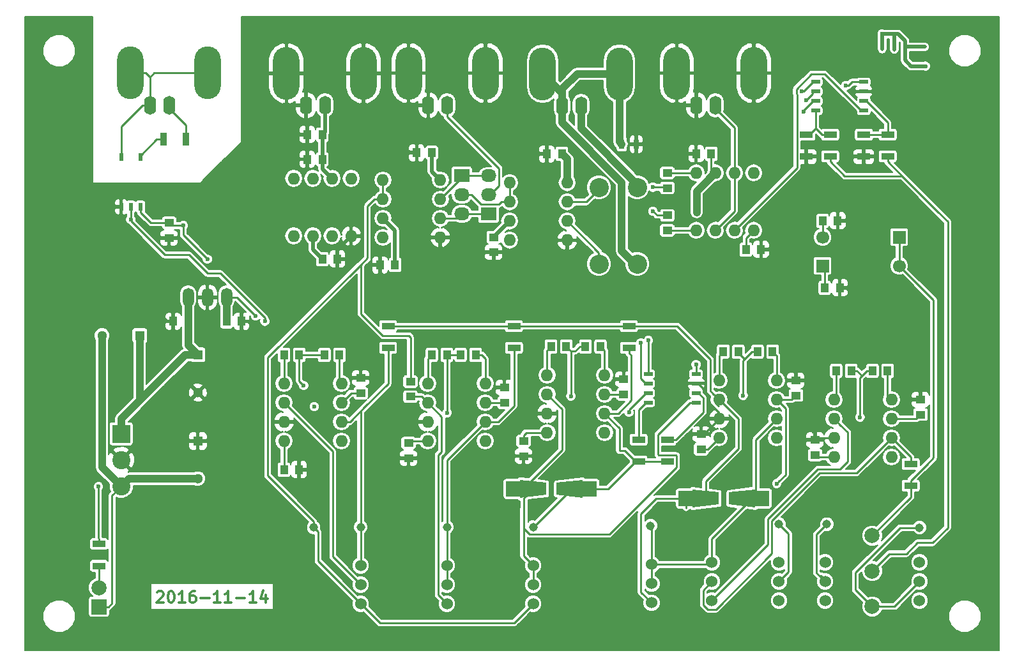
<source format=gbr>
G04 #@! TF.FileFunction,Copper,L1,Top,Signal*
%FSLAX46Y46*%
G04 Gerber Fmt 4.6, Leading zero omitted, Abs format (unit mm)*
G04 Created by KiCad (PCBNEW 4.0.2+dfsg1-stable) date Mon 14 Nov 2016 14:02:26 NZDT*
%MOMM*%
G01*
G04 APERTURE LIST*
%ADD10C,0.100000*%
%ADD11C,0.300000*%
%ADD12C,1.524000*%
%ADD13C,2.540000*%
%ADD14R,2.032000X1.727200*%
%ADD15O,2.032000X1.727200*%
%ADD16O,1.600000X1.600000*%
%ADD17R,1.143000X0.508000*%
%ADD18R,1.000000X1.250000*%
%ADD19R,1.250000X1.000000*%
%ADD20R,2.000000X2.000000*%
%ADD21C,2.000000*%
%ADD22C,1.699260*%
%ADD23R,1.699260X1.699260*%
%ADD24C,2.400000*%
%ADD25R,2.400000X2.400000*%
%ADD26O,3.500120X7.000240*%
%ADD27O,1.600200X2.499360*%
%ADD28R,0.700000X1.300000*%
%ADD29R,1.700000X0.900000*%
%ADD30R,0.900000X1.700000*%
%ADD31O,1.501140X2.499360*%
%ADD32C,1.143000*%
%ADD33R,1.300000X1.300000*%
%ADD34C,1.300000*%
%ADD35R,1.998980X1.998980*%
%ADD36R,0.600000X1.000000*%
%ADD37C,0.600000*%
%ADD38C,0.500000*%
%ADD39C,0.250000*%
%ADD40C,1.000000*%
%ADD41C,0.200000*%
G04 APERTURE END LIST*
D10*
D11*
X17964287Y-76821429D02*
X18035716Y-76750000D01*
X18178573Y-76678571D01*
X18535716Y-76678571D01*
X18678573Y-76750000D01*
X18750002Y-76821429D01*
X18821430Y-76964286D01*
X18821430Y-77107143D01*
X18750002Y-77321429D01*
X17892859Y-78178571D01*
X18821430Y-78178571D01*
X19750001Y-76678571D02*
X19892858Y-76678571D01*
X20035715Y-76750000D01*
X20107144Y-76821429D01*
X20178573Y-76964286D01*
X20250001Y-77250000D01*
X20250001Y-77607143D01*
X20178573Y-77892857D01*
X20107144Y-78035714D01*
X20035715Y-78107143D01*
X19892858Y-78178571D01*
X19750001Y-78178571D01*
X19607144Y-78107143D01*
X19535715Y-78035714D01*
X19464287Y-77892857D01*
X19392858Y-77607143D01*
X19392858Y-77250000D01*
X19464287Y-76964286D01*
X19535715Y-76821429D01*
X19607144Y-76750000D01*
X19750001Y-76678571D01*
X21678572Y-78178571D02*
X20821429Y-78178571D01*
X21250001Y-78178571D02*
X21250001Y-76678571D01*
X21107144Y-76892857D01*
X20964286Y-77035714D01*
X20821429Y-77107143D01*
X22964286Y-76678571D02*
X22678572Y-76678571D01*
X22535715Y-76750000D01*
X22464286Y-76821429D01*
X22321429Y-77035714D01*
X22250000Y-77321429D01*
X22250000Y-77892857D01*
X22321429Y-78035714D01*
X22392857Y-78107143D01*
X22535715Y-78178571D01*
X22821429Y-78178571D01*
X22964286Y-78107143D01*
X23035715Y-78035714D01*
X23107143Y-77892857D01*
X23107143Y-77535714D01*
X23035715Y-77392857D01*
X22964286Y-77321429D01*
X22821429Y-77250000D01*
X22535715Y-77250000D01*
X22392857Y-77321429D01*
X22321429Y-77392857D01*
X22250000Y-77535714D01*
X23750000Y-77607143D02*
X24892857Y-77607143D01*
X26392857Y-78178571D02*
X25535714Y-78178571D01*
X25964286Y-78178571D02*
X25964286Y-76678571D01*
X25821429Y-76892857D01*
X25678571Y-77035714D01*
X25535714Y-77107143D01*
X27821428Y-78178571D02*
X26964285Y-78178571D01*
X27392857Y-78178571D02*
X27392857Y-76678571D01*
X27250000Y-76892857D01*
X27107142Y-77035714D01*
X26964285Y-77107143D01*
X28464285Y-77607143D02*
X29607142Y-77607143D01*
X31107142Y-78178571D02*
X30249999Y-78178571D01*
X30678571Y-78178571D02*
X30678571Y-76678571D01*
X30535714Y-76892857D01*
X30392856Y-77035714D01*
X30249999Y-77107143D01*
X32392856Y-77178571D02*
X32392856Y-78178571D01*
X32035713Y-76607143D02*
X31678570Y-77678571D01*
X32607142Y-77678571D01*
D12*
X100390000Y-75395000D03*
X100390000Y-72855000D03*
X100390000Y-77935000D03*
D13*
X81600000Y-23105000D03*
X81600000Y-33265000D03*
X76520000Y-23105000D03*
X76520000Y-33265000D03*
D14*
X61900000Y-26655000D03*
D15*
X61900000Y-24115000D03*
X61900000Y-21575000D03*
D16*
X72317000Y-30121000D03*
X72317000Y-27581000D03*
X72317000Y-25041000D03*
X72317000Y-22501000D03*
X64697000Y-22501000D03*
X64697000Y-25041000D03*
X64697000Y-27581000D03*
X64697000Y-30121000D03*
D17*
X105275000Y-12935000D03*
X105275000Y-11665000D03*
X105275000Y-10395000D03*
X105275000Y-9125000D03*
X111625000Y-9125000D03*
X111625000Y-10395000D03*
X111625000Y-11665000D03*
X111625000Y-12935000D03*
D18*
X71625000Y-18666000D03*
X69625000Y-18666000D03*
X22090000Y-40875000D03*
X20090000Y-40875000D03*
D19*
X62571000Y-31719000D03*
X62571000Y-29719000D03*
D18*
X27170000Y-40875000D03*
X29170000Y-40875000D03*
X52375000Y-18525000D03*
X54375000Y-18525000D03*
X39870000Y-32620000D03*
X41870000Y-32620000D03*
X47500000Y-33400000D03*
X49500000Y-33400000D03*
X39870000Y-19380000D03*
X37870000Y-19380000D03*
X39870000Y-16110000D03*
X37870000Y-16110000D03*
D19*
X19550000Y-27810000D03*
X19550000Y-29810000D03*
D18*
X36790000Y-60560000D03*
X34790000Y-60560000D03*
X42140000Y-45320000D03*
X40140000Y-45320000D03*
X34790000Y-45320000D03*
X36790000Y-45320000D03*
D19*
X44950000Y-48400000D03*
X44950000Y-50400000D03*
X79808785Y-48568415D03*
X79808785Y-50568415D03*
X66540000Y-58750000D03*
X66540000Y-56750000D03*
D18*
X76728785Y-44218415D03*
X74728785Y-44218415D03*
X70188785Y-44218415D03*
X72188785Y-44218415D03*
D19*
X51550000Y-50875000D03*
X51550000Y-48875000D03*
X64000000Y-49670000D03*
X64000000Y-51670000D03*
X51300000Y-59020000D03*
X51300000Y-57020000D03*
D18*
X60190000Y-45320000D03*
X58190000Y-45320000D03*
X54380000Y-45320000D03*
X56380000Y-45320000D03*
D19*
X102620000Y-48725000D03*
X102620000Y-50725000D03*
X90075000Y-55850000D03*
X90075000Y-57850000D03*
D18*
X99540000Y-44915000D03*
X97540000Y-44915000D03*
X93000000Y-44915000D03*
X95000000Y-44915000D03*
D19*
X119130000Y-51265000D03*
X119130000Y-53265000D03*
X105160000Y-56615000D03*
X105160000Y-58615000D03*
D18*
X114780000Y-47455000D03*
X112780000Y-47455000D03*
X107970000Y-47455000D03*
X109970000Y-47455000D03*
X108180000Y-27540000D03*
X106180000Y-27540000D03*
X108450000Y-36430000D03*
X106450000Y-36430000D03*
X96020000Y-31350000D03*
X98020000Y-31350000D03*
D19*
X85590000Y-21190000D03*
X85590000Y-23190000D03*
X85590000Y-28810000D03*
X85590000Y-26810000D03*
D18*
X89400000Y-18650000D03*
X91400000Y-18650000D03*
D20*
X10267000Y-78744000D03*
D21*
X10267000Y-76204000D03*
D22*
X116322117Y-33522817D03*
D23*
X106162117Y-33522817D03*
D22*
X106161597Y-29715357D03*
D23*
X116321597Y-29715357D03*
D24*
X13200000Y-59290000D03*
X13200000Y-62790000D03*
D25*
X13200000Y-55790000D03*
D26*
X69062220Y-8035340D03*
X79260320Y-8035340D03*
D27*
X74160000Y-12300000D03*
X71660640Y-12300000D03*
D26*
X51300000Y-7956600D03*
X61498100Y-7956600D03*
D27*
X56397780Y-12221260D03*
X53898420Y-12221260D03*
D26*
X35102613Y-7965105D03*
X45300713Y-7965105D03*
D27*
X40200393Y-12229765D03*
X37701033Y-12229765D03*
D26*
X14452220Y-7936600D03*
X24650320Y-7936600D03*
D27*
X19550000Y-12201260D03*
X17050640Y-12201260D03*
D26*
X86842220Y-7956600D03*
X97040320Y-7956600D03*
D27*
X91940000Y-12221260D03*
X89440640Y-12221260D03*
D28*
X79560000Y-17380000D03*
X81460000Y-17380000D03*
D29*
X10267000Y-70421000D03*
X10267000Y-73321000D03*
D30*
X18850000Y-16750000D03*
X21750000Y-16750000D03*
D29*
X48580000Y-41510000D03*
X48580000Y-44410000D03*
X85590000Y-59470000D03*
X85590000Y-56570000D03*
X81780000Y-59470000D03*
X81780000Y-56570000D03*
X65270000Y-41510000D03*
X65270000Y-44410000D03*
X117860000Y-62695000D03*
X117860000Y-59795000D03*
X114800000Y-16110000D03*
X114800000Y-19010000D03*
X107180000Y-16110000D03*
X107180000Y-19010000D03*
X104005000Y-16110000D03*
X104005000Y-19010000D03*
X111625000Y-16110000D03*
X111625000Y-19010000D03*
D12*
X44950000Y-75800000D03*
X44950000Y-73260000D03*
X44950000Y-78340000D03*
X67810000Y-75800000D03*
X67810000Y-73260000D03*
X67810000Y-78340000D03*
X56380000Y-75800000D03*
X56380000Y-73260000D03*
X56380000Y-78340000D03*
X83500000Y-75675000D03*
X83500000Y-73135000D03*
X83500000Y-78215000D03*
X91500000Y-75395000D03*
X91500000Y-72855000D03*
X91500000Y-77935000D03*
X106500000Y-75395000D03*
X106500000Y-72855000D03*
X106500000Y-77935000D03*
X119000000Y-75395000D03*
X119000000Y-72855000D03*
X119000000Y-77935000D03*
D31*
X24630000Y-37700000D03*
X22090000Y-37700000D03*
X27170000Y-37700000D03*
D16*
X55500000Y-29750000D03*
X55500000Y-27210000D03*
X55500000Y-24670000D03*
X55500000Y-22130000D03*
X47880000Y-22130000D03*
X47880000Y-24670000D03*
X47880000Y-27210000D03*
X47880000Y-29750000D03*
X34790000Y-49130000D03*
X34790000Y-51670000D03*
X34790000Y-54210000D03*
X34790000Y-56750000D03*
X42410000Y-56750000D03*
X42410000Y-54210000D03*
X42410000Y-51670000D03*
X42410000Y-49130000D03*
D17*
X83050000Y-51670000D03*
X83050000Y-50400000D03*
X83050000Y-49130000D03*
X83050000Y-47860000D03*
X89400000Y-47860000D03*
X89400000Y-49130000D03*
X89400000Y-50400000D03*
X89400000Y-51670000D03*
D16*
X69648785Y-48028415D03*
X69648785Y-50568415D03*
X69648785Y-53108415D03*
X69648785Y-55648415D03*
X77268785Y-55648415D03*
X77268785Y-53108415D03*
X77268785Y-50568415D03*
X77268785Y-48028415D03*
X53840000Y-49130000D03*
X53840000Y-51670000D03*
X53840000Y-54210000D03*
X53840000Y-56750000D03*
X61460000Y-56750000D03*
X61460000Y-54210000D03*
X61460000Y-51670000D03*
X61460000Y-49130000D03*
X92460000Y-48725000D03*
X92460000Y-51265000D03*
X92460000Y-53805000D03*
X92460000Y-56345000D03*
X100080000Y-56345000D03*
X100080000Y-53805000D03*
X100080000Y-51265000D03*
X100080000Y-48725000D03*
X107700000Y-51265000D03*
X107700000Y-53805000D03*
X107700000Y-56345000D03*
X107700000Y-58885000D03*
X115320000Y-58885000D03*
X115320000Y-56345000D03*
X115320000Y-53805000D03*
X115320000Y-51265000D03*
X89400000Y-28810000D03*
X91940000Y-28810000D03*
X94480000Y-28810000D03*
X97020000Y-28810000D03*
X97020000Y-21190000D03*
X94480000Y-21190000D03*
X91940000Y-21190000D03*
X89400000Y-21190000D03*
D32*
X38715000Y-68230000D03*
X44950000Y-68180000D03*
X67810000Y-68180000D03*
X56380000Y-68180000D03*
X83360000Y-68000000D03*
X100390000Y-67775000D03*
X106740000Y-67775000D03*
D16*
X36060000Y-29555105D03*
X38600000Y-29555105D03*
X41140000Y-29555105D03*
X43680000Y-29555105D03*
X43680000Y-21935105D03*
X41140000Y-21935105D03*
X38600000Y-21935105D03*
X36060000Y-21935105D03*
D29*
X80510000Y-41510000D03*
X80510000Y-44410000D03*
D33*
X23360000Y-45320000D03*
D34*
X23360000Y-50320000D03*
D33*
X23360000Y-56750000D03*
D34*
X23360000Y-61750000D03*
D10*
G36*
X74386060Y-61901120D02*
X74386060Y-64298880D01*
X70885940Y-63900100D01*
X70885940Y-62299900D01*
X74386060Y-61901120D01*
X74386060Y-61901120D01*
G37*
G36*
X66059940Y-64298880D02*
X66059940Y-61901120D01*
X69560060Y-62299900D01*
X69560060Y-63900100D01*
X66059940Y-64298880D01*
X66059940Y-64298880D01*
G37*
D35*
X75224260Y-63100000D03*
X65221740Y-63100000D03*
D33*
X15660000Y-42780000D03*
D34*
X10660000Y-42780000D03*
D10*
G36*
X97246060Y-63171120D02*
X97246060Y-65568880D01*
X93745940Y-65170100D01*
X93745940Y-63569900D01*
X97246060Y-63171120D01*
X97246060Y-63171120D01*
G37*
G36*
X88919940Y-65568880D02*
X88919940Y-63171120D01*
X92420060Y-63569900D01*
X92420060Y-65170100D01*
X88919940Y-65568880D01*
X88919940Y-65568880D01*
G37*
D35*
X98084260Y-64370000D03*
X88081740Y-64370000D03*
D14*
X58350000Y-21545000D03*
D15*
X58350000Y-24085000D03*
X58350000Y-26625000D03*
D32*
X119000000Y-68250000D03*
D21*
X112750000Y-69300000D03*
X112750000Y-74000000D03*
X112750000Y-78700000D03*
D36*
X15740000Y-19081260D03*
X13200000Y-19081260D03*
X15740000Y-25681260D03*
X13200000Y-25681260D03*
X14470000Y-25681260D03*
D37*
X119800000Y-7025000D03*
X114071000Y-2758000D03*
X38800000Y-52200000D03*
X100080000Y-62400529D03*
X89485000Y-26421000D03*
X109200000Y-9600000D03*
X10200000Y-62800000D03*
X89400000Y-46590000D03*
X103687685Y-13075020D03*
X111125000Y-53600000D03*
X95650000Y-50725000D03*
X72800000Y-50800000D03*
X56400000Y-53000000D03*
X37400000Y-49400000D03*
X80510000Y-52940000D03*
X83685000Y-23095000D03*
X83685000Y-26270000D03*
X91025000Y-50975000D03*
X47100000Y-31475000D03*
X49200000Y-35275000D03*
X67875000Y-18350000D03*
X50850000Y-18000000D03*
X105050000Y-55525000D03*
X111625000Y-20575000D03*
X104005000Y-20795000D03*
X110000000Y-27200000D03*
X109970000Y-37200000D03*
X119250000Y-49325000D03*
X18800000Y-40000000D03*
X30800000Y-42200000D03*
X19400000Y-31400000D03*
X38600000Y-60400000D03*
X47000000Y-47400000D03*
X24630000Y-32620000D03*
X31012311Y-40167669D03*
X83090020Y-43415000D03*
X103410020Y-10395000D03*
X21455000Y-28175000D03*
X14470000Y-27379980D03*
X103960894Y-11568748D03*
X32250000Y-40875000D03*
X82103499Y-43726501D03*
D38*
X115675000Y-2758000D02*
X116158000Y-2758000D01*
X115675000Y-2758000D02*
X115675000Y-4825000D01*
X114071000Y-2758000D02*
X115675000Y-2758000D01*
X117100000Y-4900000D02*
X117100000Y-6225000D01*
X117100000Y-3700000D02*
X117100000Y-4900000D01*
X117125000Y-4475000D02*
X119700000Y-4475000D01*
X117900000Y-7025000D02*
X119800000Y-7025000D01*
X117100000Y-6225000D02*
X117900000Y-7025000D01*
X116158000Y-2758000D02*
X117100000Y-3700000D01*
X114071000Y-2758000D02*
X114071000Y-4786000D01*
D39*
X10267000Y-70421000D02*
X10267000Y-69721000D01*
X10267000Y-69721000D02*
X10200000Y-69654000D01*
X10200000Y-69654000D02*
X10200000Y-66771652D01*
X100379999Y-62100530D02*
X100080000Y-62400529D01*
X101255001Y-61225528D02*
X100379999Y-62100530D01*
X100080000Y-51265000D02*
X101255001Y-52440001D01*
X101255001Y-52440001D02*
X101255001Y-61225528D01*
D38*
X47880000Y-27210000D02*
X49500000Y-28830000D01*
X49500000Y-28830000D02*
X49500000Y-33400000D01*
X62571000Y-29719000D02*
X62571000Y-29707000D01*
X62571000Y-29707000D02*
X64697000Y-27581000D01*
D40*
X89485000Y-26421000D02*
X89485000Y-23645000D01*
X89485000Y-23645000D02*
X91940000Y-21190000D01*
X15660000Y-50600000D02*
X15660000Y-51370000D01*
X15660000Y-42780000D02*
X15660000Y-50600000D01*
X21710000Y-45320000D02*
X15830000Y-51200000D01*
X15830000Y-51200000D02*
X13200000Y-53830000D01*
D39*
X15660000Y-50600000D02*
X15660000Y-51030000D01*
X15660000Y-51030000D02*
X15830000Y-51200000D01*
X22090000Y-40875000D02*
X22090000Y-37700000D01*
X110075000Y-9125000D02*
X109600000Y-9600000D01*
X109600000Y-9600000D02*
X109200000Y-9600000D01*
X111625000Y-9125000D02*
X110075000Y-9125000D01*
X44950000Y-50400000D02*
X43680000Y-50400000D01*
X43680000Y-50400000D02*
X42410000Y-51670000D01*
X10200000Y-66771652D02*
X10200000Y-62800000D01*
X89400000Y-47860000D02*
X89400000Y-46590000D01*
D40*
X91140001Y-21989999D02*
X91940000Y-21190000D01*
X22090000Y-37700000D02*
X22090000Y-44050000D01*
X22090000Y-44050000D02*
X23360000Y-45320000D01*
X15660000Y-51370000D02*
X13200000Y-53830000D01*
X23360000Y-45320000D02*
X21710000Y-45320000D01*
X13200000Y-53830000D02*
X13200000Y-55790000D01*
D39*
X91400000Y-18650000D02*
X91400000Y-20650000D01*
X91400000Y-20650000D02*
X91940000Y-21190000D01*
X115320000Y-53805000D02*
X118590000Y-53805000D01*
X118590000Y-53805000D02*
X119130000Y-53265000D01*
X64000000Y-51670000D02*
X61460000Y-51670000D01*
X77268785Y-50568415D02*
X79808785Y-50568415D01*
X100080000Y-51265000D02*
X102080000Y-51265000D01*
X102080000Y-51265000D02*
X102620000Y-50725000D01*
D38*
X38600000Y-29555105D02*
X38600000Y-31350000D01*
X38600000Y-31350000D02*
X39870000Y-32620000D01*
D39*
X12000000Y-78261000D02*
X12000001Y-63989999D01*
X12000001Y-63989999D02*
X13200000Y-62790000D01*
X10267000Y-78744000D02*
X11517000Y-78744000D01*
X11517000Y-78744000D02*
X12000000Y-78261000D01*
X107700000Y-58885000D02*
X105430000Y-58885000D01*
X105430000Y-58885000D02*
X105160000Y-58615000D01*
X111125000Y-53600000D02*
X111125000Y-48360000D01*
X111125000Y-48360000D02*
X111250000Y-48235000D01*
X90075000Y-57850000D02*
X90955000Y-57850000D01*
X90955000Y-57850000D02*
X92460000Y-56345000D01*
D38*
X54375000Y-18525000D02*
X54375000Y-21005000D01*
X54375000Y-21005000D02*
X55500000Y-22130000D01*
D40*
X72317000Y-22501000D02*
X72317000Y-19358000D01*
X72317000Y-19358000D02*
X71625000Y-18666000D01*
D39*
X107430000Y-58615000D02*
X107700000Y-58885000D01*
X103687685Y-12934815D02*
X103687685Y-13075020D01*
X104957500Y-11665000D02*
X103687685Y-12934815D01*
X105275000Y-11665000D02*
X104957500Y-11665000D01*
X111250000Y-48235000D02*
X112030000Y-47455000D01*
X111250000Y-48235000D02*
X111250000Y-47985000D01*
X111250000Y-47985000D02*
X110720000Y-47455000D01*
X110720000Y-47455000D02*
X109970000Y-47455000D01*
X112030000Y-47455000D02*
X112780000Y-47455000D01*
X95780000Y-45925000D02*
X96790000Y-44915000D01*
X95650000Y-46055000D02*
X95780000Y-45925000D01*
X95780000Y-45925000D02*
X95780000Y-45820000D01*
X95780000Y-45820000D02*
X95000000Y-45040000D01*
X95000000Y-45040000D02*
X95000000Y-44915000D01*
X95650000Y-50725000D02*
X95650000Y-46055000D01*
X96790000Y-44915000D02*
X97540000Y-44915000D01*
X74728785Y-44218415D02*
X73978785Y-44218415D01*
X73978785Y-44218415D02*
X73367570Y-44829630D01*
X73367570Y-44829630D02*
X72800000Y-44829630D01*
X72800000Y-50800000D02*
X72800000Y-44829630D01*
X72800000Y-44829630D02*
X72188785Y-44218415D01*
X56400000Y-53000000D02*
X56400000Y-45340000D01*
X58190000Y-45320000D02*
X56380000Y-45320000D01*
X56400000Y-45340000D02*
X56380000Y-45320000D01*
X40140000Y-45320000D02*
X36790000Y-45320000D01*
X36790000Y-45320000D02*
X36790000Y-48790000D01*
X36790000Y-48790000D02*
X37400000Y-49400000D01*
X80510000Y-52622500D02*
X80510000Y-52940000D01*
X83050000Y-50400000D02*
X82732500Y-50400000D01*
X82732500Y-50400000D02*
X80510000Y-52622500D01*
X83685000Y-23095000D02*
X85495000Y-23095000D01*
X85495000Y-23095000D02*
X85590000Y-23190000D01*
X85590000Y-26810000D02*
X84225000Y-26810000D01*
X84225000Y-26810000D02*
X83685000Y-26270000D01*
D40*
X23360000Y-61750000D02*
X14240000Y-61750000D01*
X14240000Y-61750000D02*
X13200000Y-62790000D01*
X10660000Y-42780000D02*
X10660000Y-60250000D01*
X10660000Y-60250000D02*
X13200000Y-62790000D01*
D39*
X97020000Y-28810000D02*
X96020000Y-29810000D01*
X96020000Y-29810000D02*
X96020000Y-31350000D01*
X34790000Y-56750000D02*
X34790000Y-60560000D01*
X53840000Y-56750000D02*
X51570000Y-56750000D01*
X51570000Y-56750000D02*
X51300000Y-57020000D01*
X69648785Y-55648415D02*
X66891585Y-55648415D01*
X66891585Y-55648415D02*
X66540000Y-56000000D01*
X66540000Y-56000000D02*
X66540000Y-56750000D01*
X90725001Y-50675001D02*
X91025000Y-50975000D01*
X89400000Y-49130000D02*
X89717500Y-49130000D01*
X90725001Y-50137501D02*
X90725001Y-50675001D01*
X89717500Y-49130000D02*
X90725001Y-50137501D01*
X92460000Y-53805000D02*
X92460000Y-53004002D01*
X92460000Y-53004002D02*
X91025000Y-51569002D01*
X91025000Y-51569002D02*
X91025000Y-50975000D01*
X90075000Y-55850000D02*
X90415000Y-55850000D01*
X90415000Y-55850000D02*
X91660001Y-54604999D01*
X91660001Y-54604999D02*
X92460000Y-53805000D01*
D38*
X47175000Y-31550000D02*
X47100000Y-31475000D01*
X47175000Y-31950000D02*
X47175000Y-31550000D01*
X47500000Y-33400000D02*
X47500000Y-32275000D01*
X47500000Y-32275000D02*
X47175000Y-31950000D01*
X48250000Y-35275000D02*
X49200000Y-35275000D01*
X47500000Y-33400000D02*
X47500000Y-34525000D01*
X47500000Y-34525000D02*
X48250000Y-35275000D01*
X41870000Y-32620000D02*
X41870000Y-31365105D01*
X41870000Y-31365105D02*
X43680000Y-29555105D01*
X68191000Y-18666000D02*
X67875000Y-18350000D01*
X69625000Y-18666000D02*
X68191000Y-18666000D01*
X52375000Y-18525000D02*
X51375000Y-18525000D01*
X51375000Y-18525000D02*
X50850000Y-18000000D01*
D39*
X105160000Y-55635000D02*
X105050000Y-55525000D01*
X105160000Y-56615000D02*
X105160000Y-55635000D01*
X107700000Y-56345000D02*
X105430000Y-56345000D01*
X105430000Y-56345000D02*
X105160000Y-56615000D01*
X111625000Y-19010000D02*
X111625000Y-20575000D01*
X104005000Y-19010000D02*
X104005000Y-20795000D01*
X109660000Y-27540000D02*
X110000000Y-27200000D01*
X108180000Y-27540000D02*
X109660000Y-27540000D01*
X108450000Y-36430000D02*
X109200000Y-36430000D01*
X109200000Y-36430000D02*
X109970000Y-37200000D01*
X119130000Y-49445000D02*
X119250000Y-49325000D01*
X119130000Y-51265000D02*
X119130000Y-49445000D01*
X18800000Y-40335000D02*
X18800000Y-40000000D01*
X20090000Y-40875000D02*
X19340000Y-40875000D01*
X19340000Y-40875000D02*
X18800000Y-40335000D01*
X31000000Y-41955000D02*
X31000000Y-42000000D01*
X31000000Y-42000000D02*
X30800000Y-42200000D01*
X29170000Y-40875000D02*
X29920000Y-40875000D01*
X29920000Y-40875000D02*
X31000000Y-41955000D01*
X19400000Y-30710000D02*
X19400000Y-31400000D01*
X19550000Y-29810000D02*
X19550000Y-30560000D01*
X19550000Y-30560000D02*
X19400000Y-30710000D01*
X37700000Y-60400000D02*
X38600000Y-60400000D01*
X36790000Y-60560000D02*
X37540000Y-60560000D01*
X37540000Y-60560000D02*
X37700000Y-60400000D01*
X46000000Y-48400000D02*
X47000000Y-47400000D01*
X44950000Y-48400000D02*
X46000000Y-48400000D01*
X15740000Y-25681260D02*
X15740000Y-26431260D01*
X15740000Y-26431260D02*
X17118740Y-27810000D01*
X17118740Y-27810000D02*
X17440020Y-27810000D01*
X31012311Y-40167669D02*
X28544642Y-37700000D01*
X28544642Y-37700000D02*
X27170000Y-37700000D01*
X21455000Y-29445000D02*
X24630000Y-32620000D01*
X21455000Y-28175000D02*
X21455000Y-29445000D01*
X83050000Y-47860000D02*
X83050000Y-43455020D01*
X83050000Y-43455020D02*
X83090020Y-43415000D01*
X27170000Y-37700000D02*
X28170570Y-37700000D01*
X103687500Y-10395000D02*
X103410020Y-10395000D01*
X104957500Y-9125000D02*
X103687500Y-10395000D01*
X105275000Y-9125000D02*
X104957500Y-9125000D01*
X21455000Y-28175000D02*
X19915000Y-28175000D01*
X19915000Y-28175000D02*
X19550000Y-27810000D01*
X19550000Y-27810000D02*
X17440020Y-27810000D01*
X19675000Y-27810000D02*
X19550000Y-27810000D01*
D40*
X27170000Y-37700000D02*
X27170000Y-40875000D01*
D38*
X39870000Y-19380000D02*
X39870000Y-20665105D01*
X39870000Y-20665105D02*
X41140000Y-21935105D01*
X39870000Y-16110000D02*
X39870000Y-19380000D01*
X40200393Y-12229765D02*
X40200393Y-15779607D01*
X40200393Y-15779607D02*
X39870000Y-16110000D01*
D39*
X42140000Y-45320000D02*
X42140000Y-48860000D01*
X42140000Y-48860000D02*
X42410000Y-49130000D01*
X34790000Y-45320000D02*
X34790000Y-49130000D01*
X80510000Y-44410000D02*
X80510000Y-45110000D01*
X79068787Y-53108415D02*
X78400155Y-53108415D01*
X80510000Y-45110000D02*
X80808786Y-45408786D01*
X80808786Y-45408786D02*
X80808786Y-51368416D01*
X80808786Y-51368416D02*
X79068787Y-53108415D01*
X78400155Y-53108415D02*
X77268785Y-53108415D01*
X67810000Y-68180000D02*
X72636000Y-63354000D01*
X72636000Y-63354000D02*
X72636000Y-63100000D01*
X75224260Y-63100000D02*
X72636000Y-63100000D01*
X77750000Y-63100000D02*
X75224260Y-63100000D01*
X81380000Y-59470000D02*
X77750000Y-63100000D01*
X85590000Y-59470000D02*
X84490000Y-59470000D01*
X84490000Y-59470000D02*
X81780000Y-59470000D01*
X81780000Y-59470000D02*
X81380000Y-59470000D01*
X81380000Y-59470000D02*
X79930000Y-58020000D01*
X79930000Y-58020000D02*
X79240000Y-58020000D01*
X77268785Y-53108415D02*
X79240000Y-55079630D01*
X79240000Y-55079630D02*
X79240000Y-58020000D01*
X65221740Y-63100000D02*
X67810000Y-63100000D01*
X88578500Y-51670000D02*
X89400000Y-51670000D01*
X67810000Y-75800000D02*
X67810000Y-73260000D01*
X66611283Y-68382105D02*
X66611283Y-65640000D01*
X66611283Y-65640000D02*
X66611283Y-64298717D01*
X66540000Y-71990000D02*
X66540000Y-65711283D01*
X66540000Y-65711283D02*
X66611283Y-65640000D01*
X67810000Y-73260000D02*
X66540000Y-71990000D01*
X88578500Y-51670000D02*
X84364999Y-55883501D01*
X84364999Y-55883501D02*
X84364999Y-58569999D01*
X84364999Y-58569999D02*
X84439999Y-58644999D01*
X84439999Y-58644999D02*
X86740001Y-58644999D01*
X66611283Y-64298717D02*
X67810000Y-63100000D01*
X86740001Y-58644999D02*
X86815001Y-58719999D01*
X86815001Y-58719999D02*
X86815001Y-60220001D01*
X86815001Y-60220001D02*
X77908501Y-69126501D01*
X77908501Y-69126501D02*
X67355679Y-69126501D01*
X67355679Y-69126501D02*
X66611283Y-68382105D01*
X71620000Y-57951230D02*
X71620000Y-52539630D01*
X71620000Y-52539630D02*
X69648785Y-50568415D01*
X65221740Y-63100000D02*
X66471230Y-63100000D01*
X66471230Y-63100000D02*
X71620000Y-57951230D01*
X77268785Y-48028415D02*
X77268785Y-44758415D01*
X77268785Y-44758415D02*
X76728785Y-44218415D01*
X69648785Y-48028415D02*
X69648785Y-44758415D01*
X69648785Y-44758415D02*
X70188785Y-44218415D01*
X51550000Y-50875000D02*
X53045000Y-50875000D01*
X53045000Y-50875000D02*
X53840000Y-51670000D01*
X55675000Y-58175000D02*
X55242999Y-58607001D01*
X55242999Y-58607001D02*
X55242999Y-77202999D01*
X55242999Y-77202999D02*
X55618001Y-77578001D01*
X55618001Y-77578001D02*
X56380000Y-78340000D01*
X53840000Y-51670000D02*
X55675000Y-53505000D01*
X55675000Y-53505000D02*
X55675000Y-58175000D01*
X51550000Y-48875000D02*
X51550000Y-43030000D01*
X51550000Y-43030000D02*
X51300000Y-42780000D01*
X44975000Y-33350000D02*
X44975000Y-39880002D01*
X47874998Y-42780000D02*
X51300000Y-42780000D01*
X44975000Y-39880002D02*
X47874998Y-42780000D01*
X44975000Y-33350000D02*
X45850000Y-32475000D01*
X44870003Y-33454997D02*
X44975000Y-33350000D01*
X45850000Y-32475000D02*
X45850000Y-25568630D01*
X45850000Y-25568630D02*
X46748630Y-24670000D01*
X44855001Y-33454997D02*
X44870003Y-33454997D01*
X47880000Y-24670000D02*
X46748630Y-24670000D01*
X44855001Y-33454997D02*
X32600000Y-45709998D01*
X32600000Y-61306777D02*
X38715000Y-67421777D01*
X38715000Y-67421777D02*
X38715000Y-68230000D01*
X32600000Y-45709998D02*
X32600000Y-61306777D01*
X47880000Y-22130000D02*
X47880000Y-24670000D01*
X38715000Y-68230000D02*
X39286499Y-68801499D01*
X39286499Y-68801499D02*
X39286499Y-72676499D01*
X39286499Y-72676499D02*
X44188001Y-77578001D01*
X44188001Y-77578001D02*
X44950000Y-78340000D01*
X44950000Y-78340000D02*
X47490000Y-80880000D01*
X47490000Y-80880000D02*
X65270000Y-80880000D01*
X65270000Y-80880000D02*
X67048001Y-79101999D01*
X67048001Y-79101999D02*
X67810000Y-78340000D01*
X61460000Y-49130000D02*
X61460000Y-45840000D01*
X61460000Y-45840000D02*
X60940000Y-45320000D01*
X60940000Y-45320000D02*
X60190000Y-45320000D01*
X53840000Y-49130000D02*
X53840000Y-45860000D01*
X53840000Y-45860000D02*
X54380000Y-45320000D01*
X95496000Y-64370000D02*
X98084260Y-64370000D01*
X91500000Y-72855000D02*
X91500000Y-69704770D01*
X91500000Y-69704770D02*
X96834770Y-64370000D01*
X96834770Y-64370000D02*
X98084260Y-64370000D01*
X83500000Y-73135000D02*
X91220000Y-73135000D01*
X91220000Y-73135000D02*
X91500000Y-72855000D01*
X83500000Y-73135000D02*
X83500000Y-68140000D01*
X83500000Y-68140000D02*
X83360000Y-68000000D01*
X83500000Y-75675000D02*
X83500000Y-74597370D01*
X83500000Y-74597370D02*
X83500000Y-73135000D01*
X97334260Y-62695000D02*
X97334260Y-56550740D01*
X97334260Y-56550740D02*
X100080000Y-53805000D01*
X97334260Y-63944490D02*
X97334260Y-62695000D01*
X88081740Y-64370000D02*
X84130000Y-64370000D01*
X84130000Y-64370000D02*
X82090000Y-66410000D01*
X82090000Y-66410000D02*
X82090000Y-76805000D01*
X82090000Y-76805000D02*
X83500000Y-78215000D01*
X86860000Y-41510000D02*
X91284999Y-45934999D01*
X91284999Y-50089999D02*
X91660001Y-50465001D01*
X91284999Y-45934999D02*
X91284999Y-50089999D01*
X91660001Y-50465001D02*
X92460000Y-51265000D01*
X90670000Y-64370000D02*
X90670000Y-62080000D01*
X90670000Y-62080000D02*
X95000000Y-57750000D01*
X95000000Y-53805000D02*
X92460000Y-51265000D01*
X95000000Y-57750000D02*
X95000000Y-53805000D01*
X90670000Y-64370000D02*
X88081740Y-64370000D01*
X92034999Y-51764999D02*
X92410001Y-52140001D01*
X80510000Y-41510000D02*
X86860000Y-41510000D01*
X65270000Y-41510000D02*
X80510000Y-41510000D01*
X48580000Y-41510000D02*
X65270000Y-41510000D01*
X88081740Y-64370000D02*
X88081740Y-65619490D01*
X88081740Y-64370000D02*
X89331230Y-64370000D01*
X100080000Y-48725000D02*
X100080000Y-45455000D01*
X100080000Y-45455000D02*
X99540000Y-44915000D01*
X92460000Y-48725000D02*
X92460000Y-45455000D01*
X92460000Y-45455000D02*
X93000000Y-44915000D01*
X114780000Y-47455000D02*
X114780000Y-50725000D01*
X114780000Y-50725000D02*
X115320000Y-51265000D01*
X107970000Y-47455000D02*
X107970000Y-50995000D01*
X107970000Y-50995000D02*
X107700000Y-51265000D01*
X106740000Y-67775000D02*
X105362999Y-69152001D01*
X105362999Y-69152001D02*
X105362999Y-74257999D01*
X105362999Y-74257999D02*
X105738001Y-74633001D01*
X105738001Y-74633001D02*
X106500000Y-75395000D01*
X105978001Y-74633001D02*
X106740000Y-75395000D01*
X106180000Y-27540000D02*
X106180000Y-29696954D01*
X106180000Y-29696954D02*
X106161597Y-29715357D01*
X100390000Y-67775000D02*
X101660000Y-69045000D01*
X101660000Y-69045000D02*
X101660000Y-74125000D01*
X101660000Y-74125000D02*
X101151999Y-74633001D01*
X101151999Y-74633001D02*
X100390000Y-75395000D01*
X106450000Y-36430000D02*
X106450000Y-33810700D01*
X106450000Y-33810700D02*
X106162117Y-33522817D01*
X89400000Y-21190000D02*
X85590000Y-21190000D01*
X85590000Y-28810000D02*
X89400000Y-28810000D01*
X10267000Y-73321000D02*
X10267000Y-76204000D01*
X112750000Y-69300000D02*
X117860000Y-64190000D01*
X117860000Y-64190000D02*
X117860000Y-62695000D01*
X117860000Y-62695000D02*
X117860000Y-63395000D01*
X120130001Y-59724999D02*
X119980000Y-59875000D01*
X119980000Y-59875000D02*
X117860000Y-61995000D01*
X120880001Y-38080701D02*
X120880001Y-58974999D01*
X120880001Y-58974999D02*
X119980000Y-59875000D01*
X116322117Y-33522817D02*
X120880001Y-38080701D01*
X117860000Y-61995000D02*
X117860000Y-62695000D01*
X116321597Y-29715357D02*
X116321597Y-33522297D01*
X116321597Y-33522297D02*
X116322117Y-33522817D01*
D40*
X79260320Y-8035340D02*
X79260320Y-17080320D01*
X79260320Y-17080320D02*
X79560000Y-17380000D01*
X71660640Y-12300000D02*
X71660640Y-10050320D01*
X71660640Y-10050320D02*
X73675620Y-8035340D01*
X73675620Y-8035340D02*
X76510260Y-8035340D01*
X76510260Y-8035340D02*
X79260320Y-8035340D01*
X71660640Y-12300000D02*
X71660640Y-10633760D01*
X71660640Y-10633760D02*
X69062220Y-8035340D01*
X71660640Y-12300000D02*
X71660640Y-14543040D01*
X71660640Y-14543040D02*
X79551999Y-22434399D01*
X79551999Y-22434399D02*
X79551999Y-31543999D01*
X80302001Y-32294001D02*
X81572000Y-33564000D01*
X79551999Y-31543999D02*
X80302001Y-32294001D01*
D38*
X79560000Y-17680000D02*
X79560000Y-17380000D01*
D40*
X81572000Y-22686618D02*
X81572000Y-23404000D01*
X74160000Y-15274618D02*
X81572000Y-22686618D01*
X74160000Y-12300000D02*
X74160000Y-15274618D01*
D39*
X16452280Y-7936600D02*
X17000000Y-8484320D01*
X17000000Y-8484320D02*
X17050640Y-8534960D01*
X24650320Y-7936600D02*
X17547720Y-7936600D01*
X17547720Y-7936600D02*
X17000000Y-8484320D01*
X14452220Y-7936600D02*
X16452280Y-7936600D01*
X17050640Y-8534960D02*
X17050640Y-10701580D01*
X17050640Y-10701580D02*
X17050640Y-12201260D01*
X17050640Y-12201260D02*
X16000540Y-12201260D01*
X16000540Y-12201260D02*
X13200000Y-15001800D01*
X13200000Y-15001800D02*
X13200000Y-18331260D01*
X13200000Y-18331260D02*
X13200000Y-19081260D01*
X13200000Y-19081260D02*
X13200000Y-18881260D01*
X19550000Y-12201260D02*
X19550000Y-12650840D01*
X19550000Y-12650840D02*
X21750000Y-14850840D01*
X21750000Y-14850840D02*
X21750000Y-16750000D01*
X94480000Y-21190000D02*
X94480000Y-26270000D01*
X94480000Y-26270000D02*
X91940000Y-28810000D01*
X91940000Y-12221260D02*
X91940000Y-12670840D01*
X91940000Y-12670840D02*
X94480000Y-15210840D01*
X94480000Y-15210840D02*
X94480000Y-20058630D01*
X94480000Y-20058630D02*
X94480000Y-21190000D01*
X15740000Y-19081260D02*
X15740000Y-18881260D01*
X15740000Y-18881260D02*
X17871260Y-16750000D01*
X17871260Y-16750000D02*
X18150000Y-16750000D01*
X18150000Y-16750000D02*
X18850000Y-16750000D01*
X43680000Y-54071370D02*
X45525000Y-52226370D01*
X45525000Y-52226370D02*
X48580000Y-49171370D01*
X44950000Y-68180000D02*
X44950000Y-52801370D01*
X44950000Y-52801370D02*
X45525000Y-52226370D01*
X44950000Y-73260000D02*
X44950000Y-68180000D01*
X43541370Y-54210000D02*
X43680000Y-54071370D01*
X42410000Y-54210000D02*
X43541370Y-54210000D01*
X48580000Y-49171370D02*
X48580000Y-45110000D01*
X48580000Y-45110000D02*
X48580000Y-44410000D01*
X89400000Y-50400000D02*
X89717500Y-50400000D01*
X89717500Y-50400000D02*
X90346501Y-51029001D01*
X90346501Y-51029001D02*
X90346501Y-52913499D01*
X90346501Y-52913499D02*
X86690000Y-56570000D01*
X86690000Y-56570000D02*
X85590000Y-56570000D01*
X81780000Y-56570000D02*
X81780000Y-52622500D01*
X81780000Y-52622500D02*
X82732500Y-51670000D01*
X82732500Y-51670000D02*
X83050000Y-51670000D01*
X56380000Y-75800000D02*
X56380000Y-73260000D01*
X56380000Y-68180000D02*
X56380000Y-59290000D01*
X56380000Y-59290000D02*
X61460000Y-54210000D01*
X56380000Y-73260000D02*
X56380000Y-68180000D01*
X61460000Y-54210000D02*
X63170002Y-54210000D01*
X63170002Y-54210000D02*
X65270000Y-52110002D01*
X65270000Y-52110002D02*
X65270000Y-45110000D01*
X65270000Y-45110000D02*
X65270000Y-44410000D01*
X110664989Y-61000011D02*
X114520001Y-57144999D01*
X105764167Y-61000011D02*
X110664989Y-61000011D01*
X99443499Y-67320679D02*
X105764167Y-61000011D01*
X99443499Y-71674263D02*
X99443499Y-67320679D01*
X92045761Y-79072001D02*
X99443499Y-71674263D01*
X90362999Y-78480761D02*
X90954239Y-79072001D01*
X90954239Y-79072001D02*
X92045761Y-79072001D01*
X114520001Y-57144999D02*
X115320000Y-56345000D01*
X90362999Y-76532001D02*
X90362999Y-78480761D01*
X91500000Y-75395000D02*
X90362999Y-76532001D01*
X115320000Y-56345000D02*
X117860000Y-58885000D01*
X117860000Y-58885000D02*
X117860000Y-59795000D01*
X111625000Y-16110000D02*
X112725000Y-16110000D01*
X112725000Y-16110000D02*
X114800000Y-16110000D01*
X114800000Y-16110000D02*
X114800000Y-14522500D01*
X114800000Y-14522500D02*
X111942500Y-11665000D01*
X111942500Y-11665000D02*
X111625000Y-11665000D01*
X122750000Y-68250000D02*
X122750000Y-27660000D01*
X122750000Y-27660000D02*
X121380011Y-26290011D01*
X120750000Y-70250000D02*
X122750000Y-68250000D01*
X118750000Y-70250000D02*
X120750000Y-70250000D01*
X117282001Y-71717999D02*
X118750000Y-70250000D01*
X112750000Y-74000000D02*
X115032001Y-71717999D01*
X115032001Y-71717999D02*
X117282001Y-71717999D01*
X121380011Y-26290011D02*
X116705000Y-21615000D01*
X116705000Y-21615000D02*
X114800000Y-19710000D01*
X107180000Y-19010000D02*
X107180000Y-19710000D01*
X107180000Y-19710000D02*
X109085000Y-21615000D01*
X109085000Y-21615000D02*
X116705000Y-21615000D01*
X114800000Y-19710000D02*
X114800000Y-19010000D01*
X107180000Y-16110000D02*
X106080000Y-16110000D01*
X106080000Y-16110000D02*
X105275000Y-15305000D01*
X105275000Y-15305000D02*
X105275000Y-15240000D01*
X105275000Y-12935000D02*
X105275000Y-15240000D01*
X105275000Y-15240000D02*
X104405000Y-16110000D01*
X104405000Y-16110000D02*
X104005000Y-16110000D01*
X44950000Y-75800000D02*
X41234999Y-72084999D01*
X41234999Y-58114999D02*
X35589999Y-52469999D01*
X35589999Y-52469999D02*
X34790000Y-51670000D01*
X41234999Y-72084999D02*
X41234999Y-58114999D01*
X91500000Y-77935000D02*
X98943488Y-70491512D01*
X98943488Y-70491512D02*
X98943489Y-67113567D01*
X109500000Y-59500000D02*
X109500000Y-55605000D01*
X108499999Y-54604999D02*
X107700000Y-53805000D01*
X98943489Y-67113567D02*
X105557056Y-60500000D01*
X105557056Y-60500000D02*
X108500000Y-60500000D01*
X108500000Y-60500000D02*
X109500000Y-59500000D01*
X109500000Y-55605000D02*
X108499999Y-54604999D01*
X110500000Y-76450000D02*
X110500000Y-74214998D01*
X110500000Y-74214998D02*
X116464998Y-68250000D01*
X116464998Y-68250000D02*
X118191777Y-68250000D01*
X118191777Y-68250000D02*
X119000000Y-68250000D01*
X112750000Y-78700000D02*
X110500000Y-76450000D01*
X112750000Y-78700000D02*
X115695000Y-78700000D01*
X115695000Y-78700000D02*
X119000000Y-75395000D01*
X113090000Y-77935000D02*
X112937600Y-77935000D01*
X72317000Y-25041000D02*
X74855000Y-25041000D01*
X74855000Y-25041000D02*
X76492000Y-23404000D01*
X76492000Y-33564000D02*
X76492000Y-31756000D01*
X76492000Y-31756000D02*
X72317000Y-27581000D01*
X14470000Y-25681260D02*
X14470000Y-27569340D01*
X14470000Y-27569340D02*
X18975662Y-32075002D01*
X32250000Y-40450736D02*
X32250000Y-40875000D01*
X18975662Y-32075002D02*
X22180002Y-32075002D01*
X22180002Y-32075002D02*
X24630000Y-34525000D01*
X26324264Y-34525000D02*
X32250000Y-40450736D01*
X24630000Y-34525000D02*
X26324264Y-34525000D01*
X104850736Y-10678906D02*
X104260893Y-11268749D01*
X104260893Y-11268749D02*
X103960894Y-11568748D01*
X104850736Y-10395000D02*
X104850736Y-10678906D01*
X83050000Y-49130000D02*
X82732500Y-49130000D01*
X82732500Y-49130000D02*
X82103499Y-48500999D01*
X82103499Y-48500999D02*
X82103499Y-43726501D01*
X105275000Y-10395000D02*
X105061472Y-10395000D01*
X94480000Y-28810000D02*
X102779999Y-20510001D01*
X102779999Y-20510001D02*
X102779999Y-10804003D01*
X102779999Y-10804003D02*
X102694998Y-10719002D01*
X102694998Y-10719002D02*
X102694998Y-10070998D01*
X102694998Y-10070998D02*
X104690996Y-8075000D01*
X104690996Y-8075000D02*
X106447500Y-8075000D01*
X106447500Y-8075000D02*
X111307500Y-12935000D01*
X111307500Y-12935000D02*
X111625000Y-12935000D01*
X58350000Y-26625000D02*
X61870000Y-26625000D01*
X61870000Y-26625000D02*
X61900000Y-26655000D01*
X55500000Y-27210000D02*
X57765000Y-27210000D01*
X57765000Y-27210000D02*
X58350000Y-26625000D01*
X61900000Y-24115000D02*
X62052400Y-24115000D01*
X62052400Y-24115000D02*
X63291010Y-22876390D01*
X63291010Y-22876390D02*
X63291010Y-20614170D01*
X63291010Y-20614170D02*
X56397780Y-13720940D01*
X56397780Y-13720940D02*
X56397780Y-12221260D01*
X58350000Y-21545000D02*
X61870000Y-21545000D01*
X61870000Y-21545000D02*
X61900000Y-21575000D01*
X55500000Y-24670000D02*
X58350000Y-21820000D01*
X58350000Y-21820000D02*
X58350000Y-21545000D01*
X64697000Y-25041000D02*
X63565630Y-25041000D01*
X63565630Y-25041000D02*
X63253020Y-25353610D01*
X63253020Y-25353610D02*
X60884610Y-25353610D01*
X60884610Y-25353610D02*
X59616000Y-24085000D01*
X59616000Y-24085000D02*
X58350000Y-24085000D01*
X64697000Y-22501000D02*
X64697000Y-23632370D01*
X64697000Y-23632370D02*
X64697000Y-25041000D01*
D41*
G36*
X9400000Y-22450000D02*
X9406839Y-22486346D01*
X9428319Y-22519727D01*
X9461094Y-22542121D01*
X9500000Y-22550000D01*
X23650000Y-22550000D01*
X23687629Y-22542650D01*
X23720711Y-22520711D01*
X24329826Y-21911596D01*
X34860000Y-21911596D01*
X34860000Y-21958614D01*
X34951345Y-22417834D01*
X35211472Y-22807142D01*
X35600780Y-23067269D01*
X36060000Y-23158614D01*
X36519220Y-23067269D01*
X36908528Y-22807142D01*
X37168655Y-22417834D01*
X37260000Y-21958614D01*
X37260000Y-21911596D01*
X37400000Y-21911596D01*
X37400000Y-21958614D01*
X37491345Y-22417834D01*
X37751472Y-22807142D01*
X38140780Y-23067269D01*
X38600000Y-23158614D01*
X39059220Y-23067269D01*
X39448528Y-22807142D01*
X39708655Y-22417834D01*
X39800000Y-21958614D01*
X39800000Y-21911596D01*
X39708655Y-21452376D01*
X39649498Y-21363841D01*
X39982681Y-21697025D01*
X39940000Y-21911596D01*
X39940000Y-21958614D01*
X40031345Y-22417834D01*
X40291472Y-22807142D01*
X40680780Y-23067269D01*
X41140000Y-23158614D01*
X41599220Y-23067269D01*
X41988528Y-22807142D01*
X42248655Y-22417834D01*
X42340000Y-21958614D01*
X42340000Y-21911596D01*
X42480000Y-21911596D01*
X42480000Y-21958614D01*
X42571345Y-22417834D01*
X42831472Y-22807142D01*
X43220780Y-23067269D01*
X43680000Y-23158614D01*
X44139220Y-23067269D01*
X44528528Y-22807142D01*
X44788655Y-22417834D01*
X44880000Y-21958614D01*
X44880000Y-21911596D01*
X44788655Y-21452376D01*
X44528528Y-21063068D01*
X44139220Y-20802941D01*
X43680000Y-20711596D01*
X43220780Y-20802941D01*
X42831472Y-21063068D01*
X42571345Y-21452376D01*
X42480000Y-21911596D01*
X42340000Y-21911596D01*
X42248655Y-21452376D01*
X41988528Y-21063068D01*
X41599220Y-20802941D01*
X41140000Y-20711596D01*
X40886211Y-20762078D01*
X40520000Y-20395867D01*
X40520000Y-20383806D01*
X40654372Y-20297340D01*
X40745704Y-20163671D01*
X40777836Y-20005000D01*
X40777836Y-18831000D01*
X51267000Y-18831000D01*
X51267000Y-19270938D01*
X51359562Y-19494404D01*
X51530595Y-19665437D01*
X51754061Y-19758000D01*
X52069000Y-19758000D01*
X52221000Y-19606000D01*
X52221000Y-18679000D01*
X51419000Y-18679000D01*
X51267000Y-18831000D01*
X40777836Y-18831000D01*
X40777836Y-18755000D01*
X40749944Y-18606769D01*
X40662340Y-18470628D01*
X40528671Y-18379296D01*
X40520000Y-18377540D01*
X40520000Y-17779062D01*
X51267000Y-17779062D01*
X51267000Y-18219000D01*
X51419000Y-18371000D01*
X52221000Y-18371000D01*
X52221000Y-17444000D01*
X52529000Y-17444000D01*
X52529000Y-18371000D01*
X52549000Y-18371000D01*
X52549000Y-18679000D01*
X52529000Y-18679000D01*
X52529000Y-19606000D01*
X52681000Y-19758000D01*
X52995939Y-19758000D01*
X53219405Y-19665437D01*
X53390438Y-19494404D01*
X53483000Y-19270938D01*
X53483000Y-19234160D01*
X53495056Y-19298231D01*
X53582660Y-19434372D01*
X53716329Y-19525704D01*
X53725000Y-19527460D01*
X53725000Y-21005000D01*
X53758570Y-21173769D01*
X53774478Y-21253745D01*
X53915381Y-21464619D01*
X54326973Y-21876211D01*
X54276491Y-22130000D01*
X54367836Y-22589220D01*
X54627963Y-22978528D01*
X55017271Y-23238655D01*
X55476491Y-23330000D01*
X55523509Y-23330000D01*
X55982729Y-23238655D01*
X56372037Y-22978528D01*
X56632164Y-22589220D01*
X56723509Y-22130000D01*
X56632164Y-21670780D01*
X56372037Y-21281472D01*
X55982729Y-21021345D01*
X55523509Y-20930000D01*
X55476491Y-20930000D01*
X55261920Y-20972681D01*
X55025000Y-20735762D01*
X55025000Y-19528806D01*
X55159372Y-19442340D01*
X55250704Y-19308671D01*
X55282836Y-19150000D01*
X55282836Y-17900000D01*
X55254944Y-17751769D01*
X55167340Y-17615628D01*
X55033671Y-17524296D01*
X54875000Y-17492164D01*
X53875000Y-17492164D01*
X53726769Y-17520056D01*
X53590628Y-17607660D01*
X53499296Y-17741329D01*
X53483000Y-17821800D01*
X53483000Y-17779062D01*
X53390438Y-17555596D01*
X53219405Y-17384563D01*
X52995939Y-17292000D01*
X52681000Y-17292000D01*
X52529000Y-17444000D01*
X52221000Y-17444000D01*
X52069000Y-17292000D01*
X51754061Y-17292000D01*
X51530595Y-17384563D01*
X51359562Y-17555596D01*
X51267000Y-17779062D01*
X40520000Y-17779062D01*
X40520000Y-17113806D01*
X40654372Y-17027340D01*
X40745704Y-16893671D01*
X40777836Y-16735000D01*
X40777836Y-16062892D01*
X40800915Y-16028352D01*
X40815306Y-15956000D01*
X40850393Y-15779607D01*
X40850393Y-13692962D01*
X41048992Y-13560263D01*
X41309141Y-13170922D01*
X41400493Y-12711664D01*
X41400493Y-12375260D01*
X52490320Y-12375260D01*
X52490320Y-12824840D01*
X52656438Y-13351974D01*
X53011637Y-13775412D01*
X53527362Y-14029170D01*
X53744420Y-13917464D01*
X53744420Y-12375260D01*
X52490320Y-12375260D01*
X41400493Y-12375260D01*
X41400493Y-11747866D01*
X41309141Y-11288608D01*
X41048992Y-10899267D01*
X40659651Y-10639118D01*
X40200393Y-10547766D01*
X39741135Y-10639118D01*
X39351794Y-10899267D01*
X39091645Y-11288608D01*
X39057247Y-11461538D01*
X38943015Y-11099051D01*
X38587816Y-10675613D01*
X38072091Y-10421855D01*
X37855033Y-10533561D01*
X37855033Y-12075765D01*
X37875033Y-12075765D01*
X37875033Y-12383765D01*
X37855033Y-12383765D01*
X37855033Y-13925969D01*
X38072091Y-14037675D01*
X38587816Y-13783917D01*
X38943015Y-13360479D01*
X39057247Y-12997992D01*
X39091645Y-13170922D01*
X39351794Y-13560263D01*
X39550393Y-13692962D01*
X39550393Y-15077164D01*
X39370000Y-15077164D01*
X39221769Y-15105056D01*
X39085628Y-15192660D01*
X38994296Y-15326329D01*
X38978000Y-15406800D01*
X38978000Y-15364062D01*
X38885438Y-15140596D01*
X38714405Y-14969563D01*
X38490939Y-14877000D01*
X38176000Y-14877000D01*
X38024000Y-15029000D01*
X38024000Y-15956000D01*
X38044000Y-15956000D01*
X38044000Y-16264000D01*
X38024000Y-16264000D01*
X38024000Y-17191000D01*
X38176000Y-17343000D01*
X38490939Y-17343000D01*
X38714405Y-17250437D01*
X38885438Y-17079404D01*
X38978000Y-16855938D01*
X38978000Y-16819160D01*
X38990056Y-16883231D01*
X39077660Y-17019372D01*
X39211329Y-17110704D01*
X39220000Y-17112460D01*
X39220000Y-18376194D01*
X39085628Y-18462660D01*
X38994296Y-18596329D01*
X38978000Y-18676800D01*
X38978000Y-18634062D01*
X38885438Y-18410596D01*
X38714405Y-18239563D01*
X38490939Y-18147000D01*
X38176000Y-18147000D01*
X38024000Y-18299000D01*
X38024000Y-19226000D01*
X38044000Y-19226000D01*
X38044000Y-19534000D01*
X38024000Y-19534000D01*
X38024000Y-20461000D01*
X38176000Y-20613000D01*
X38490939Y-20613000D01*
X38714405Y-20520437D01*
X38885438Y-20349404D01*
X38978000Y-20125938D01*
X38978000Y-20089160D01*
X38990056Y-20153231D01*
X39077660Y-20289372D01*
X39211329Y-20380704D01*
X39220000Y-20382460D01*
X39220000Y-20665105D01*
X39229248Y-20711596D01*
X39269478Y-20913850D01*
X39305186Y-20967290D01*
X39059220Y-20802941D01*
X38600000Y-20711596D01*
X38140780Y-20802941D01*
X37751472Y-21063068D01*
X37491345Y-21452376D01*
X37400000Y-21911596D01*
X37260000Y-21911596D01*
X37168655Y-21452376D01*
X36908528Y-21063068D01*
X36519220Y-20802941D01*
X36060000Y-20711596D01*
X35600780Y-20802941D01*
X35211472Y-21063068D01*
X34951345Y-21452376D01*
X34860000Y-21911596D01*
X24329826Y-21911596D01*
X26555422Y-19686000D01*
X36762000Y-19686000D01*
X36762000Y-20125938D01*
X36854562Y-20349404D01*
X37025595Y-20520437D01*
X37249061Y-20613000D01*
X37564000Y-20613000D01*
X37716000Y-20461000D01*
X37716000Y-19534000D01*
X36914000Y-19534000D01*
X36762000Y-19686000D01*
X26555422Y-19686000D01*
X27607360Y-18634062D01*
X36762000Y-18634062D01*
X36762000Y-19074000D01*
X36914000Y-19226000D01*
X37716000Y-19226000D01*
X37716000Y-18299000D01*
X37564000Y-18147000D01*
X37249061Y-18147000D01*
X37025595Y-18239563D01*
X36854562Y-18410596D01*
X36762000Y-18634062D01*
X27607360Y-18634062D01*
X29120711Y-17120711D01*
X29142121Y-17088906D01*
X29150000Y-17050000D01*
X29150000Y-16416000D01*
X36762000Y-16416000D01*
X36762000Y-16855938D01*
X36854562Y-17079404D01*
X37025595Y-17250437D01*
X37249061Y-17343000D01*
X37564000Y-17343000D01*
X37716000Y-17191000D01*
X37716000Y-16264000D01*
X36914000Y-16264000D01*
X36762000Y-16416000D01*
X29150000Y-16416000D01*
X29150000Y-15364062D01*
X36762000Y-15364062D01*
X36762000Y-15804000D01*
X36914000Y-15956000D01*
X37716000Y-15956000D01*
X37716000Y-15029000D01*
X37564000Y-14877000D01*
X37249061Y-14877000D01*
X37025595Y-14969563D01*
X36854562Y-15140596D01*
X36762000Y-15364062D01*
X29150000Y-15364062D01*
X29150000Y-12383765D01*
X36292933Y-12383765D01*
X36292933Y-12833345D01*
X36459051Y-13360479D01*
X36814250Y-13783917D01*
X37329975Y-14037675D01*
X37547033Y-13925969D01*
X37547033Y-12383765D01*
X36292933Y-12383765D01*
X29150000Y-12383765D01*
X29150000Y-8119105D01*
X32744553Y-8119105D01*
X32744553Y-9869165D01*
X32982983Y-10759833D01*
X33544107Y-11491460D01*
X34342500Y-11952662D01*
X34582415Y-12015130D01*
X34948613Y-11915843D01*
X34948613Y-8119105D01*
X35256613Y-8119105D01*
X35256613Y-11915843D01*
X35622811Y-12015130D01*
X35862726Y-11952662D01*
X36292933Y-11704147D01*
X36292933Y-12075765D01*
X37547033Y-12075765D01*
X37547033Y-10533561D01*
X37329975Y-10421855D01*
X37310101Y-10431634D01*
X37460673Y-9869165D01*
X37460673Y-8119105D01*
X42942653Y-8119105D01*
X42942653Y-9869165D01*
X43181083Y-10759833D01*
X43742207Y-11491460D01*
X44540600Y-11952662D01*
X44780515Y-12015130D01*
X45146713Y-11915843D01*
X45146713Y-8119105D01*
X45454713Y-8119105D01*
X45454713Y-11915843D01*
X45820911Y-12015130D01*
X46060826Y-11952662D01*
X46859219Y-11491460D01*
X47420343Y-10759833D01*
X47658773Y-9869165D01*
X47658773Y-8119105D01*
X45454713Y-8119105D01*
X45146713Y-8119105D01*
X42942653Y-8119105D01*
X37460673Y-8119105D01*
X35256613Y-8119105D01*
X34948613Y-8119105D01*
X32744553Y-8119105D01*
X29150000Y-8119105D01*
X29150000Y-8110600D01*
X48941940Y-8110600D01*
X48941940Y-9860660D01*
X49180370Y-10751328D01*
X49741494Y-11482955D01*
X50539887Y-11944157D01*
X50779802Y-12006625D01*
X51146000Y-11907338D01*
X51146000Y-8110600D01*
X51454000Y-8110600D01*
X51454000Y-11907338D01*
X51820198Y-12006625D01*
X52060113Y-11944157D01*
X52490320Y-11695642D01*
X52490320Y-12067260D01*
X53744420Y-12067260D01*
X53744420Y-10525056D01*
X54052420Y-10525056D01*
X54052420Y-12067260D01*
X54072420Y-12067260D01*
X54072420Y-12375260D01*
X54052420Y-12375260D01*
X54052420Y-13917464D01*
X54269478Y-14029170D01*
X54785203Y-13775412D01*
X55140402Y-13351974D01*
X55254634Y-12989487D01*
X55289032Y-13162417D01*
X55549181Y-13551758D01*
X55883571Y-13775190D01*
X55912743Y-13921849D01*
X56026549Y-14092171D01*
X62286906Y-20352528D01*
X62080141Y-20311400D01*
X61719859Y-20311400D01*
X61236300Y-20407586D01*
X60826359Y-20681500D01*
X60600180Y-21020000D01*
X59773836Y-21020000D01*
X59773836Y-20681400D01*
X59745944Y-20533169D01*
X59658340Y-20397028D01*
X59524671Y-20305696D01*
X59366000Y-20273564D01*
X57334000Y-20273564D01*
X57185769Y-20301456D01*
X57049628Y-20389060D01*
X56958296Y-20522729D01*
X56926164Y-20681400D01*
X56926164Y-22408600D01*
X56940856Y-22486682D01*
X55885528Y-23542010D01*
X55523509Y-23470000D01*
X55476491Y-23470000D01*
X55017271Y-23561345D01*
X54627963Y-23821472D01*
X54367836Y-24210780D01*
X54276491Y-24670000D01*
X54367836Y-25129220D01*
X54627963Y-25518528D01*
X55017271Y-25778655D01*
X55476491Y-25870000D01*
X55523509Y-25870000D01*
X55982729Y-25778655D01*
X56372037Y-25518528D01*
X56632164Y-25129220D01*
X56723509Y-24670000D01*
X56643698Y-24268764D01*
X56925825Y-23986637D01*
X56906259Y-24085000D01*
X57002445Y-24568559D01*
X57276359Y-24978500D01*
X57686300Y-25252414D01*
X58169859Y-25348600D01*
X58530141Y-25348600D01*
X59013700Y-25252414D01*
X59423641Y-24978500D01*
X59561187Y-24772649D01*
X60493640Y-25705102D01*
X60476164Y-25791400D01*
X60476164Y-26100000D01*
X59669865Y-26100000D01*
X59423641Y-25731500D01*
X59013700Y-25457586D01*
X58530141Y-25361400D01*
X58169859Y-25361400D01*
X57686300Y-25457586D01*
X57276359Y-25731500D01*
X57002445Y-26141441D01*
X56906259Y-26625000D01*
X56918194Y-26685000D01*
X56588211Y-26685000D01*
X56372037Y-26361472D01*
X55982729Y-26101345D01*
X55523509Y-26010000D01*
X55476491Y-26010000D01*
X55017271Y-26101345D01*
X54627963Y-26361472D01*
X54367836Y-26750780D01*
X54276491Y-27210000D01*
X54367836Y-27669220D01*
X54627963Y-28058528D01*
X55017271Y-28318655D01*
X55345998Y-28384043D01*
X55345998Y-28502434D01*
X55128956Y-28391757D01*
X54637423Y-28637139D01*
X54277209Y-29051944D01*
X54141769Y-29378958D01*
X54253477Y-29596000D01*
X55346000Y-29596000D01*
X55346000Y-29576000D01*
X55654000Y-29576000D01*
X55654000Y-29596000D01*
X56746523Y-29596000D01*
X56858231Y-29378958D01*
X56722791Y-29051944D01*
X56362577Y-28637139D01*
X55871044Y-28391757D01*
X55654002Y-28502434D01*
X55654002Y-28384043D01*
X55982729Y-28318655D01*
X56372037Y-28058528D01*
X56588211Y-27735000D01*
X57600374Y-27735000D01*
X57686300Y-27792414D01*
X58169859Y-27888600D01*
X58530141Y-27888600D01*
X59013700Y-27792414D01*
X59423641Y-27518500D01*
X59669865Y-27150000D01*
X60476164Y-27150000D01*
X60476164Y-27518600D01*
X60504056Y-27666831D01*
X60591660Y-27802972D01*
X60725329Y-27894304D01*
X60884000Y-27926436D01*
X62916000Y-27926436D01*
X63064231Y-27898544D01*
X63200372Y-27810940D01*
X63291704Y-27677271D01*
X63323836Y-27518600D01*
X63323836Y-25864524D01*
X63453929Y-25838647D01*
X63624251Y-25724841D01*
X63678605Y-25670487D01*
X63824963Y-25889528D01*
X64214271Y-26149655D01*
X64673491Y-26241000D01*
X64720509Y-26241000D01*
X65179729Y-26149655D01*
X65569037Y-25889528D01*
X65829164Y-25500220D01*
X65920509Y-25041000D01*
X71093491Y-25041000D01*
X71184836Y-25500220D01*
X71444963Y-25889528D01*
X71834271Y-26149655D01*
X72293491Y-26241000D01*
X72340509Y-26241000D01*
X72799729Y-26149655D01*
X73189037Y-25889528D01*
X73405211Y-25566000D01*
X74855000Y-25566000D01*
X75055909Y-25526037D01*
X75226231Y-25412231D01*
X75958407Y-24680055D01*
X76186359Y-24774709D01*
X76850726Y-24775289D01*
X77464743Y-24521582D01*
X77934931Y-24052214D01*
X78189709Y-23438641D01*
X78190289Y-22774274D01*
X77936582Y-22160257D01*
X77467214Y-21690069D01*
X76853641Y-21435291D01*
X76189274Y-21434711D01*
X75575257Y-21688418D01*
X75105069Y-22157786D01*
X74850291Y-22771359D01*
X74849711Y-23435726D01*
X75103418Y-24049743D01*
X75103606Y-24049932D01*
X74637538Y-24516000D01*
X73405211Y-24516000D01*
X73189037Y-24192472D01*
X72799729Y-23932345D01*
X72340509Y-23841000D01*
X72293491Y-23841000D01*
X71834271Y-23932345D01*
X71444963Y-24192472D01*
X71184836Y-24581780D01*
X71093491Y-25041000D01*
X65920509Y-25041000D01*
X65829164Y-24581780D01*
X65569037Y-24192472D01*
X65222000Y-23960590D01*
X65222000Y-23581410D01*
X65569037Y-23349528D01*
X65829164Y-22960220D01*
X65920509Y-22501000D01*
X65829164Y-22041780D01*
X65569037Y-21652472D01*
X65179729Y-21392345D01*
X64720509Y-21301000D01*
X64673491Y-21301000D01*
X64214271Y-21392345D01*
X63824963Y-21652472D01*
X63816010Y-21665871D01*
X63816010Y-20614170D01*
X63776047Y-20413261D01*
X63662241Y-20242939D01*
X62391302Y-18972000D01*
X68517000Y-18972000D01*
X68517000Y-19411938D01*
X68609562Y-19635404D01*
X68780595Y-19806437D01*
X69004061Y-19899000D01*
X69319000Y-19899000D01*
X69471000Y-19747000D01*
X69471000Y-18820000D01*
X68669000Y-18820000D01*
X68517000Y-18972000D01*
X62391302Y-18972000D01*
X61339364Y-17920062D01*
X68517000Y-17920062D01*
X68517000Y-18360000D01*
X68669000Y-18512000D01*
X69471000Y-18512000D01*
X69471000Y-17585000D01*
X69779000Y-17585000D01*
X69779000Y-18512000D01*
X69799000Y-18512000D01*
X69799000Y-18820000D01*
X69779000Y-18820000D01*
X69779000Y-19747000D01*
X69931000Y-19899000D01*
X70245939Y-19899000D01*
X70469405Y-19806437D01*
X70640438Y-19635404D01*
X70733000Y-19411938D01*
X70733000Y-19375160D01*
X70745056Y-19439231D01*
X70832660Y-19575372D01*
X70966329Y-19666704D01*
X71125000Y-19698836D01*
X71385044Y-19698836D01*
X71417000Y-19730792D01*
X71417000Y-21694322D01*
X71184836Y-22041780D01*
X71093491Y-22501000D01*
X71184836Y-22960220D01*
X71444963Y-23349528D01*
X71834271Y-23609655D01*
X72293491Y-23701000D01*
X72340509Y-23701000D01*
X72799729Y-23609655D01*
X73189037Y-23349528D01*
X73449164Y-22960220D01*
X73540509Y-22501000D01*
X73449164Y-22041780D01*
X73217000Y-21694322D01*
X73217000Y-19358000D01*
X73148492Y-19013585D01*
X72953396Y-18721604D01*
X72532836Y-18301044D01*
X72532836Y-18041000D01*
X72504944Y-17892769D01*
X72417340Y-17756628D01*
X72283671Y-17665296D01*
X72125000Y-17633164D01*
X71125000Y-17633164D01*
X70976769Y-17661056D01*
X70840628Y-17748660D01*
X70749296Y-17882329D01*
X70733000Y-17962800D01*
X70733000Y-17920062D01*
X70640438Y-17696596D01*
X70469405Y-17525563D01*
X70245939Y-17433000D01*
X69931000Y-17433000D01*
X69779000Y-17585000D01*
X69471000Y-17585000D01*
X69319000Y-17433000D01*
X69004061Y-17433000D01*
X68780595Y-17525563D01*
X68609562Y-17696596D01*
X68517000Y-17920062D01*
X61339364Y-17920062D01*
X57081337Y-13662035D01*
X57246379Y-13551758D01*
X57506528Y-13162417D01*
X57597880Y-12703159D01*
X57597880Y-11739361D01*
X57506528Y-11280103D01*
X57246379Y-10890762D01*
X56857038Y-10630613D01*
X56397780Y-10539261D01*
X55938522Y-10630613D01*
X55549181Y-10890762D01*
X55289032Y-11280103D01*
X55254634Y-11453033D01*
X55140402Y-11090546D01*
X54785203Y-10667108D01*
X54269478Y-10413350D01*
X54052420Y-10525056D01*
X53744420Y-10525056D01*
X53527362Y-10413350D01*
X53507488Y-10423129D01*
X53658060Y-9860660D01*
X53658060Y-8110600D01*
X59140040Y-8110600D01*
X59140040Y-9860660D01*
X59378470Y-10751328D01*
X59939594Y-11482955D01*
X60737987Y-11944157D01*
X60977902Y-12006625D01*
X61344100Y-11907338D01*
X61344100Y-8110600D01*
X61652100Y-8110600D01*
X61652100Y-11907338D01*
X62018298Y-12006625D01*
X62258213Y-11944157D01*
X63056606Y-11482955D01*
X63617730Y-10751328D01*
X63856160Y-9860660D01*
X63856160Y-8110600D01*
X61652100Y-8110600D01*
X61344100Y-8110600D01*
X59140040Y-8110600D01*
X53658060Y-8110600D01*
X51454000Y-8110600D01*
X51146000Y-8110600D01*
X48941940Y-8110600D01*
X29150000Y-8110600D01*
X29150000Y-6061045D01*
X32744553Y-6061045D01*
X32744553Y-7811105D01*
X34948613Y-7811105D01*
X34948613Y-4014367D01*
X35256613Y-4014367D01*
X35256613Y-7811105D01*
X37460673Y-7811105D01*
X37460673Y-6061045D01*
X42942653Y-6061045D01*
X42942653Y-7811105D01*
X45146713Y-7811105D01*
X45146713Y-4014367D01*
X45454713Y-4014367D01*
X45454713Y-7811105D01*
X47658773Y-7811105D01*
X47658773Y-6061045D01*
X47656497Y-6052540D01*
X48941940Y-6052540D01*
X48941940Y-7802600D01*
X51146000Y-7802600D01*
X51146000Y-4005862D01*
X51454000Y-4005862D01*
X51454000Y-7802600D01*
X53658060Y-7802600D01*
X53658060Y-6052540D01*
X59140040Y-6052540D01*
X59140040Y-7802600D01*
X61344100Y-7802600D01*
X61344100Y-4005862D01*
X61652100Y-4005862D01*
X61652100Y-7802600D01*
X63856160Y-7802600D01*
X63856160Y-6208872D01*
X66912160Y-6208872D01*
X66912160Y-9861808D01*
X67075824Y-10684600D01*
X67541898Y-11382130D01*
X68239428Y-11848204D01*
X69062220Y-12011868D01*
X69885012Y-11848204D01*
X70541852Y-11409318D01*
X70460540Y-11818101D01*
X70460540Y-12781899D01*
X70551892Y-13241157D01*
X70760640Y-13553571D01*
X70760640Y-14543040D01*
X70829148Y-14887455D01*
X71024244Y-15179436D01*
X78651999Y-22807191D01*
X78651999Y-31543999D01*
X78720507Y-31888414D01*
X78915603Y-32180395D01*
X79930061Y-33194853D01*
X79929711Y-33595726D01*
X80183418Y-34209743D01*
X80652786Y-34679931D01*
X81266359Y-34934709D01*
X81930726Y-34935289D01*
X82544743Y-34681582D01*
X83014931Y-34212214D01*
X83269709Y-33598641D01*
X83270289Y-32934274D01*
X83162410Y-32673187D01*
X104904651Y-32673187D01*
X104904651Y-34372447D01*
X104932543Y-34520678D01*
X105020147Y-34656819D01*
X105153816Y-34748151D01*
X105312487Y-34780283D01*
X105925000Y-34780283D01*
X105925000Y-35401868D01*
X105801769Y-35425056D01*
X105665628Y-35512660D01*
X105574296Y-35646329D01*
X105542164Y-35805000D01*
X105542164Y-37055000D01*
X105570056Y-37203231D01*
X105657660Y-37339372D01*
X105791329Y-37430704D01*
X105950000Y-37462836D01*
X106950000Y-37462836D01*
X107098231Y-37434944D01*
X107234372Y-37347340D01*
X107325704Y-37213671D01*
X107342000Y-37133200D01*
X107342000Y-37175938D01*
X107434562Y-37399404D01*
X107605595Y-37570437D01*
X107829061Y-37663000D01*
X108144000Y-37663000D01*
X108296000Y-37511000D01*
X108296000Y-36584000D01*
X108604000Y-36584000D01*
X108604000Y-37511000D01*
X108756000Y-37663000D01*
X109070939Y-37663000D01*
X109294405Y-37570437D01*
X109465438Y-37399404D01*
X109558000Y-37175938D01*
X109558000Y-36736000D01*
X109406000Y-36584000D01*
X108604000Y-36584000D01*
X108296000Y-36584000D01*
X108276000Y-36584000D01*
X108276000Y-36276000D01*
X108296000Y-36276000D01*
X108296000Y-35349000D01*
X108604000Y-35349000D01*
X108604000Y-36276000D01*
X109406000Y-36276000D01*
X109558000Y-36124000D01*
X109558000Y-35684062D01*
X109465438Y-35460596D01*
X109294405Y-35289563D01*
X109070939Y-35197000D01*
X108756000Y-35197000D01*
X108604000Y-35349000D01*
X108296000Y-35349000D01*
X108144000Y-35197000D01*
X107829061Y-35197000D01*
X107605595Y-35289563D01*
X107434562Y-35460596D01*
X107342000Y-35684062D01*
X107342000Y-35720840D01*
X107329944Y-35656769D01*
X107242340Y-35520628D01*
X107108671Y-35429296D01*
X106975000Y-35402227D01*
X106975000Y-34780283D01*
X107011747Y-34780283D01*
X107159978Y-34752391D01*
X107296119Y-34664787D01*
X107387451Y-34531118D01*
X107419583Y-34372447D01*
X107419583Y-32673187D01*
X107391691Y-32524956D01*
X107304087Y-32388815D01*
X107170418Y-32297483D01*
X107011747Y-32265351D01*
X105312487Y-32265351D01*
X105164256Y-32293243D01*
X105028115Y-32380847D01*
X104936783Y-32514516D01*
X104904651Y-32673187D01*
X83162410Y-32673187D01*
X83016582Y-32320257D01*
X82547214Y-31850069D01*
X81933641Y-31595291D01*
X81269274Y-31594711D01*
X80990635Y-31709843D01*
X80451999Y-31171207D01*
X80451999Y-30725000D01*
X95112164Y-30725000D01*
X95112164Y-31975000D01*
X95140056Y-32123231D01*
X95227660Y-32259372D01*
X95361329Y-32350704D01*
X95520000Y-32382836D01*
X96520000Y-32382836D01*
X96668231Y-32354944D01*
X96804372Y-32267340D01*
X96895704Y-32133671D01*
X96912000Y-32053200D01*
X96912000Y-32095938D01*
X97004562Y-32319404D01*
X97175595Y-32490437D01*
X97399061Y-32583000D01*
X97714000Y-32583000D01*
X97866000Y-32431000D01*
X97866000Y-31504000D01*
X98174000Y-31504000D01*
X98174000Y-32431000D01*
X98326000Y-32583000D01*
X98640939Y-32583000D01*
X98864405Y-32490437D01*
X99035438Y-32319404D01*
X99128000Y-32095938D01*
X99128000Y-31656000D01*
X98976000Y-31504000D01*
X98174000Y-31504000D01*
X97866000Y-31504000D01*
X97846000Y-31504000D01*
X97846000Y-31196000D01*
X97866000Y-31196000D01*
X97866000Y-30269000D01*
X98174000Y-30269000D01*
X98174000Y-31196000D01*
X98976000Y-31196000D01*
X99128000Y-31044000D01*
X99128000Y-30604062D01*
X99035438Y-30380596D01*
X98864405Y-30209563D01*
X98640939Y-30117000D01*
X98326000Y-30117000D01*
X98174000Y-30269000D01*
X97866000Y-30269000D01*
X97714000Y-30117000D01*
X97399061Y-30117000D01*
X97175595Y-30209563D01*
X97004562Y-30380596D01*
X96912000Y-30604062D01*
X96912000Y-30640840D01*
X96899944Y-30576769D01*
X96812340Y-30440628D01*
X96678671Y-30349296D01*
X96545000Y-30322227D01*
X96545000Y-30027462D01*
X96618764Y-29953698D01*
X97020000Y-30033509D01*
X97375310Y-29962833D01*
X104911750Y-29962833D01*
X105101594Y-30422291D01*
X105452814Y-30774124D01*
X105911940Y-30964770D01*
X106409073Y-30965204D01*
X106868531Y-30775360D01*
X107220364Y-30424140D01*
X107411010Y-29965014D01*
X107411444Y-29467881D01*
X107221600Y-29008423D01*
X106870380Y-28656590D01*
X106705000Y-28587918D01*
X106705000Y-28568132D01*
X106828231Y-28544944D01*
X106964372Y-28457340D01*
X107055704Y-28323671D01*
X107072000Y-28243200D01*
X107072000Y-28285938D01*
X107164562Y-28509404D01*
X107335595Y-28680437D01*
X107559061Y-28773000D01*
X107874000Y-28773000D01*
X108026000Y-28621000D01*
X108026000Y-27694000D01*
X108334000Y-27694000D01*
X108334000Y-28621000D01*
X108486000Y-28773000D01*
X108800939Y-28773000D01*
X109024405Y-28680437D01*
X109195438Y-28509404D01*
X109288000Y-28285938D01*
X109288000Y-27846000D01*
X109136000Y-27694000D01*
X108334000Y-27694000D01*
X108026000Y-27694000D01*
X108006000Y-27694000D01*
X108006000Y-27386000D01*
X108026000Y-27386000D01*
X108026000Y-26459000D01*
X108334000Y-26459000D01*
X108334000Y-27386000D01*
X109136000Y-27386000D01*
X109288000Y-27234000D01*
X109288000Y-26794062D01*
X109195438Y-26570596D01*
X109024405Y-26399563D01*
X108800939Y-26307000D01*
X108486000Y-26307000D01*
X108334000Y-26459000D01*
X108026000Y-26459000D01*
X107874000Y-26307000D01*
X107559061Y-26307000D01*
X107335595Y-26399563D01*
X107164562Y-26570596D01*
X107072000Y-26794062D01*
X107072000Y-26830840D01*
X107059944Y-26766769D01*
X106972340Y-26630628D01*
X106838671Y-26539296D01*
X106680000Y-26507164D01*
X105680000Y-26507164D01*
X105531769Y-26535056D01*
X105395628Y-26622660D01*
X105304296Y-26756329D01*
X105272164Y-26915000D01*
X105272164Y-28165000D01*
X105300056Y-28313231D01*
X105387660Y-28449372D01*
X105521329Y-28540704D01*
X105655000Y-28567773D01*
X105655000Y-28572577D01*
X105454663Y-28655354D01*
X105102830Y-29006574D01*
X104912184Y-29465700D01*
X104911750Y-29962833D01*
X97375310Y-29962833D01*
X97479220Y-29942164D01*
X97868528Y-29682037D01*
X98128655Y-29292729D01*
X98220000Y-28833509D01*
X98220000Y-28786491D01*
X98128655Y-28327271D01*
X97868528Y-27937963D01*
X97479220Y-27677836D01*
X97020000Y-27586491D01*
X96560780Y-27677836D01*
X96171472Y-27937963D01*
X95911345Y-28327271D01*
X95820000Y-28786491D01*
X95820000Y-28833509D01*
X95892010Y-29195528D01*
X95648769Y-29438769D01*
X95534963Y-29609091D01*
X95495000Y-29810000D01*
X95495000Y-30321868D01*
X95371769Y-30345056D01*
X95235628Y-30432660D01*
X95144296Y-30566329D01*
X95112164Y-30725000D01*
X80451999Y-30725000D01*
X80451999Y-28310000D01*
X84557164Y-28310000D01*
X84557164Y-29310000D01*
X84585056Y-29458231D01*
X84672660Y-29594372D01*
X84806329Y-29685704D01*
X84965000Y-29717836D01*
X86215000Y-29717836D01*
X86363231Y-29689944D01*
X86499372Y-29602340D01*
X86590704Y-29468671D01*
X86617773Y-29335000D01*
X88319590Y-29335000D01*
X88551472Y-29682037D01*
X88940780Y-29942164D01*
X89400000Y-30033509D01*
X89859220Y-29942164D01*
X90248528Y-29682037D01*
X90508655Y-29292729D01*
X90600000Y-28833509D01*
X90600000Y-28786491D01*
X90508655Y-28327271D01*
X90248528Y-27937963D01*
X89859220Y-27677836D01*
X89400000Y-27586491D01*
X88940780Y-27677836D01*
X88551472Y-27937963D01*
X88319590Y-28285000D01*
X86618132Y-28285000D01*
X86594944Y-28161769D01*
X86507340Y-28025628D01*
X86373671Y-27934296D01*
X86215000Y-27902164D01*
X84965000Y-27902164D01*
X84816769Y-27930056D01*
X84680628Y-28017660D01*
X84589296Y-28151329D01*
X84557164Y-28310000D01*
X80451999Y-28310000D01*
X80451999Y-26408628D01*
X82984879Y-26408628D01*
X83091223Y-26666000D01*
X83287964Y-26863085D01*
X83545150Y-26969878D01*
X83642501Y-26969963D01*
X83853769Y-27181231D01*
X84024091Y-27295037D01*
X84225000Y-27335000D01*
X84561868Y-27335000D01*
X84585056Y-27458231D01*
X84672660Y-27594372D01*
X84806329Y-27685704D01*
X84965000Y-27717836D01*
X86215000Y-27717836D01*
X86363231Y-27689944D01*
X86499372Y-27602340D01*
X86590704Y-27468671D01*
X86622836Y-27310000D01*
X86622836Y-26310000D01*
X86594944Y-26161769D01*
X86507340Y-26025628D01*
X86373671Y-25934296D01*
X86215000Y-25902164D01*
X84965000Y-25902164D01*
X84816769Y-25930056D01*
X84680628Y-26017660D01*
X84589296Y-26151329D01*
X84562227Y-26285000D01*
X84442462Y-26285000D01*
X84385037Y-26227575D01*
X84385121Y-26131372D01*
X84278777Y-25874000D01*
X84082036Y-25676915D01*
X83824850Y-25570122D01*
X83546372Y-25569879D01*
X83289000Y-25676223D01*
X83091915Y-25872964D01*
X82985122Y-26130150D01*
X82984879Y-26408628D01*
X80451999Y-26408628D01*
X80451999Y-24318793D01*
X80652786Y-24519931D01*
X81266359Y-24774709D01*
X81930726Y-24775289D01*
X82544743Y-24521582D01*
X83014931Y-24052214D01*
X83201921Y-23601892D01*
X83287964Y-23688085D01*
X83545150Y-23794878D01*
X83823628Y-23795121D01*
X84081000Y-23688777D01*
X84149897Y-23620000D01*
X84557164Y-23620000D01*
X84557164Y-23690000D01*
X84585056Y-23838231D01*
X84672660Y-23974372D01*
X84806329Y-24065704D01*
X84965000Y-24097836D01*
X86215000Y-24097836D01*
X86363231Y-24069944D01*
X86499372Y-23982340D01*
X86590704Y-23848671D01*
X86622836Y-23690000D01*
X86622836Y-22690000D01*
X86594944Y-22541769D01*
X86507340Y-22405628D01*
X86373671Y-22314296D01*
X86215000Y-22282164D01*
X84965000Y-22282164D01*
X84816769Y-22310056D01*
X84680628Y-22397660D01*
X84589296Y-22531329D01*
X84581465Y-22570000D01*
X84150002Y-22570000D01*
X84082036Y-22501915D01*
X83824850Y-22395122D01*
X83546372Y-22394879D01*
X83289000Y-22501223D01*
X83195877Y-22594183D01*
X83016582Y-22160257D01*
X82547214Y-21690069D01*
X81933641Y-21435291D01*
X81593168Y-21434994D01*
X80848174Y-20690000D01*
X84557164Y-20690000D01*
X84557164Y-21690000D01*
X84585056Y-21838231D01*
X84672660Y-21974372D01*
X84806329Y-22065704D01*
X84965000Y-22097836D01*
X86215000Y-22097836D01*
X86363231Y-22069944D01*
X86499372Y-21982340D01*
X86590704Y-21848671D01*
X86617773Y-21715000D01*
X88319590Y-21715000D01*
X88551472Y-22062037D01*
X88940780Y-22322164D01*
X89400000Y-22413509D01*
X89454550Y-22402658D01*
X88848604Y-23008604D01*
X88653508Y-23300585D01*
X88585000Y-23645000D01*
X88585000Y-26421000D01*
X88653508Y-26765415D01*
X88848604Y-27057396D01*
X89140585Y-27252492D01*
X89485000Y-27321000D01*
X89829415Y-27252492D01*
X90121396Y-27057396D01*
X90316492Y-26765415D01*
X90385000Y-26421000D01*
X90385000Y-24017792D01*
X92001520Y-22401272D01*
X92399220Y-22322164D01*
X92788528Y-22062037D01*
X93048655Y-21672729D01*
X93140000Y-21213509D01*
X93140000Y-21166491D01*
X93048655Y-20707271D01*
X92788528Y-20317963D01*
X92399220Y-20057836D01*
X91940000Y-19966491D01*
X91925000Y-19969475D01*
X91925000Y-19678132D01*
X92048231Y-19654944D01*
X92184372Y-19567340D01*
X92275704Y-19433671D01*
X92307836Y-19275000D01*
X92307836Y-18025000D01*
X92279944Y-17876769D01*
X92192340Y-17740628D01*
X92058671Y-17649296D01*
X91900000Y-17617164D01*
X90900000Y-17617164D01*
X90751769Y-17645056D01*
X90615628Y-17732660D01*
X90524296Y-17866329D01*
X90508000Y-17946800D01*
X90508000Y-17904062D01*
X90415438Y-17680596D01*
X90244405Y-17509563D01*
X90020939Y-17417000D01*
X89706000Y-17417000D01*
X89554000Y-17569000D01*
X89554000Y-18496000D01*
X89574000Y-18496000D01*
X89574000Y-18804000D01*
X89554000Y-18804000D01*
X89554000Y-19731000D01*
X89706000Y-19883000D01*
X90020939Y-19883000D01*
X90244405Y-19790437D01*
X90415438Y-19619404D01*
X90508000Y-19395938D01*
X90508000Y-19359160D01*
X90520056Y-19423231D01*
X90607660Y-19559372D01*
X90741329Y-19650704D01*
X90875000Y-19677773D01*
X90875000Y-20641937D01*
X90831345Y-20707271D01*
X90752237Y-21104971D01*
X90589149Y-21268059D01*
X90600000Y-21213509D01*
X90600000Y-21166491D01*
X90508655Y-20707271D01*
X90248528Y-20317963D01*
X89859220Y-20057836D01*
X89400000Y-19966491D01*
X88940780Y-20057836D01*
X88551472Y-20317963D01*
X88319590Y-20665000D01*
X86618132Y-20665000D01*
X86594944Y-20541769D01*
X86507340Y-20405628D01*
X86373671Y-20314296D01*
X86215000Y-20282164D01*
X84965000Y-20282164D01*
X84816769Y-20310056D01*
X84680628Y-20397660D01*
X84589296Y-20531329D01*
X84557164Y-20690000D01*
X80848174Y-20690000D01*
X79114174Y-18956000D01*
X88292000Y-18956000D01*
X88292000Y-19395938D01*
X88384562Y-19619404D01*
X88555595Y-19790437D01*
X88779061Y-19883000D01*
X89094000Y-19883000D01*
X89246000Y-19731000D01*
X89246000Y-18804000D01*
X88444000Y-18804000D01*
X88292000Y-18956000D01*
X79114174Y-18956000D01*
X75060000Y-14901826D01*
X75060000Y-13553571D01*
X75268748Y-13241157D01*
X75360100Y-12781899D01*
X75360100Y-11818101D01*
X75268748Y-11358843D01*
X75008599Y-10969502D01*
X74619258Y-10709353D01*
X74160000Y-10618001D01*
X73700742Y-10709353D01*
X73311401Y-10969502D01*
X73051252Y-11358843D01*
X72959900Y-11818101D01*
X72959900Y-12781899D01*
X73051252Y-13241157D01*
X73260000Y-13553571D01*
X73260000Y-14869608D01*
X72560640Y-14170248D01*
X72560640Y-13553571D01*
X72769388Y-13241157D01*
X72860740Y-12781899D01*
X72860740Y-11818101D01*
X72769388Y-11358843D01*
X72560640Y-11046429D01*
X72560640Y-10423112D01*
X74048412Y-8935340D01*
X77110260Y-8935340D01*
X77110260Y-9861808D01*
X77273924Y-10684600D01*
X77739998Y-11382130D01*
X78360320Y-11796615D01*
X78360320Y-17080320D01*
X78428828Y-17424735D01*
X78623924Y-17716716D01*
X78802164Y-17894956D01*
X78802164Y-18030000D01*
X78830056Y-18178231D01*
X78917660Y-18314372D01*
X79051329Y-18405704D01*
X79210000Y-18437836D01*
X79910000Y-18437836D01*
X80058231Y-18409944D01*
X80194372Y-18322340D01*
X80285704Y-18188671D01*
X80317836Y-18030000D01*
X80317836Y-17834649D01*
X80391492Y-17724416D01*
X80399133Y-17686000D01*
X80502000Y-17686000D01*
X80502000Y-18150938D01*
X80594562Y-18374404D01*
X80765595Y-18545437D01*
X80989061Y-18638000D01*
X81154000Y-18638000D01*
X81306000Y-18486000D01*
X81306000Y-17534000D01*
X81614000Y-17534000D01*
X81614000Y-18486000D01*
X81766000Y-18638000D01*
X81930939Y-18638000D01*
X82154405Y-18545437D01*
X82325438Y-18374404D01*
X82418000Y-18150938D01*
X82418000Y-17904062D01*
X88292000Y-17904062D01*
X88292000Y-18344000D01*
X88444000Y-18496000D01*
X89246000Y-18496000D01*
X89246000Y-17569000D01*
X89094000Y-17417000D01*
X88779061Y-17417000D01*
X88555595Y-17509563D01*
X88384562Y-17680596D01*
X88292000Y-17904062D01*
X82418000Y-17904062D01*
X82418000Y-17686000D01*
X82266000Y-17534000D01*
X81614000Y-17534000D01*
X81306000Y-17534000D01*
X80654000Y-17534000D01*
X80502000Y-17686000D01*
X80399133Y-17686000D01*
X80460000Y-17380000D01*
X80391492Y-17035585D01*
X80317836Y-16925351D01*
X80317836Y-16730000D01*
X80295080Y-16609062D01*
X80502000Y-16609062D01*
X80502000Y-17074000D01*
X80654000Y-17226000D01*
X81306000Y-17226000D01*
X81306000Y-16274000D01*
X81614000Y-16274000D01*
X81614000Y-17226000D01*
X82266000Y-17226000D01*
X82418000Y-17074000D01*
X82418000Y-16609062D01*
X82325438Y-16385596D01*
X82154405Y-16214563D01*
X81930939Y-16122000D01*
X81766000Y-16122000D01*
X81614000Y-16274000D01*
X81306000Y-16274000D01*
X81154000Y-16122000D01*
X80989061Y-16122000D01*
X80765595Y-16214563D01*
X80594562Y-16385596D01*
X80502000Y-16609062D01*
X80295080Y-16609062D01*
X80289944Y-16581769D01*
X80202340Y-16445628D01*
X80160320Y-16416917D01*
X80160320Y-12375260D01*
X88032540Y-12375260D01*
X88032540Y-12824840D01*
X88198658Y-13351974D01*
X88553857Y-13775412D01*
X89069582Y-14029170D01*
X89286640Y-13917464D01*
X89286640Y-12375260D01*
X88032540Y-12375260D01*
X80160320Y-12375260D01*
X80160320Y-11796615D01*
X80780642Y-11382130D01*
X81246716Y-10684600D01*
X81410380Y-9861808D01*
X81410380Y-8110600D01*
X84484160Y-8110600D01*
X84484160Y-9860660D01*
X84722590Y-10751328D01*
X85283714Y-11482955D01*
X86082107Y-11944157D01*
X86322022Y-12006625D01*
X86688220Y-11907338D01*
X86688220Y-8110600D01*
X86996220Y-8110600D01*
X86996220Y-11907338D01*
X87362418Y-12006625D01*
X87602333Y-11944157D01*
X88032540Y-11695642D01*
X88032540Y-12067260D01*
X89286640Y-12067260D01*
X89286640Y-10525056D01*
X89594640Y-10525056D01*
X89594640Y-12067260D01*
X89614640Y-12067260D01*
X89614640Y-12375260D01*
X89594640Y-12375260D01*
X89594640Y-13917464D01*
X89811698Y-14029170D01*
X90327423Y-13775412D01*
X90682622Y-13351974D01*
X90796854Y-12989487D01*
X90831252Y-13162417D01*
X91091401Y-13551758D01*
X91480742Y-13811907D01*
X91940000Y-13903259D01*
X92348668Y-13821970D01*
X93955000Y-15428302D01*
X93955000Y-20101789D01*
X93631472Y-20317963D01*
X93371345Y-20707271D01*
X93280000Y-21166491D01*
X93280000Y-21213509D01*
X93371345Y-21672729D01*
X93631472Y-22062037D01*
X93955000Y-22278211D01*
X93955000Y-26052538D01*
X92341236Y-27666302D01*
X91940000Y-27586491D01*
X91480780Y-27677836D01*
X91091472Y-27937963D01*
X90831345Y-28327271D01*
X90740000Y-28786491D01*
X90740000Y-28833509D01*
X90831345Y-29292729D01*
X91091472Y-29682037D01*
X91480780Y-29942164D01*
X91940000Y-30033509D01*
X92399220Y-29942164D01*
X92788528Y-29682037D01*
X93048655Y-29292729D01*
X93140000Y-28833509D01*
X93140000Y-28786491D01*
X93280000Y-28786491D01*
X93280000Y-28833509D01*
X93371345Y-29292729D01*
X93631472Y-29682037D01*
X94020780Y-29942164D01*
X94480000Y-30033509D01*
X94939220Y-29942164D01*
X95328528Y-29682037D01*
X95588655Y-29292729D01*
X95680000Y-28833509D01*
X95680000Y-28786491D01*
X95607990Y-28424472D01*
X103151230Y-20881232D01*
X103265036Y-20710910D01*
X103304999Y-20510001D01*
X103304999Y-20068000D01*
X103699000Y-20068000D01*
X103851000Y-19916000D01*
X103851000Y-19164000D01*
X104159000Y-19164000D01*
X104159000Y-19916000D01*
X104311000Y-20068000D01*
X104975938Y-20068000D01*
X105199404Y-19975438D01*
X105370437Y-19804405D01*
X105463000Y-19580939D01*
X105463000Y-19316000D01*
X105311000Y-19164000D01*
X104159000Y-19164000D01*
X103851000Y-19164000D01*
X103831000Y-19164000D01*
X103831000Y-18856000D01*
X103851000Y-18856000D01*
X103851000Y-18104000D01*
X104159000Y-18104000D01*
X104159000Y-18856000D01*
X105311000Y-18856000D01*
X105463000Y-18704000D01*
X105463000Y-18439061D01*
X105370437Y-18215595D01*
X105199404Y-18044562D01*
X104975938Y-17952000D01*
X104311000Y-17952000D01*
X104159000Y-18104000D01*
X103851000Y-18104000D01*
X103699000Y-17952000D01*
X103304999Y-17952000D01*
X103304999Y-16967836D01*
X104855000Y-16967836D01*
X105003231Y-16939944D01*
X105139372Y-16852340D01*
X105230704Y-16718671D01*
X105262836Y-16560000D01*
X105262836Y-16035298D01*
X105708769Y-16481231D01*
X105879091Y-16595037D01*
X105930688Y-16605300D01*
X105950056Y-16708231D01*
X106037660Y-16844372D01*
X106171329Y-16935704D01*
X106330000Y-16967836D01*
X108030000Y-16967836D01*
X108178231Y-16939944D01*
X108314372Y-16852340D01*
X108405704Y-16718671D01*
X108437836Y-16560000D01*
X108437836Y-15660000D01*
X108409944Y-15511769D01*
X108322340Y-15375628D01*
X108188671Y-15284296D01*
X108030000Y-15252164D01*
X106330000Y-15252164D01*
X106181769Y-15280056D01*
X106066616Y-15354154D01*
X105800000Y-15087538D01*
X105800000Y-13596836D01*
X105846500Y-13596836D01*
X105994731Y-13568944D01*
X106130872Y-13481340D01*
X106222204Y-13347671D01*
X106254336Y-13189000D01*
X106254336Y-12681000D01*
X106226444Y-12532769D01*
X106138840Y-12396628D01*
X106005171Y-12305296D01*
X105983883Y-12300985D01*
X105994731Y-12298944D01*
X106130872Y-12211340D01*
X106222204Y-12077671D01*
X106254336Y-11919000D01*
X106254336Y-11411000D01*
X106226444Y-11262769D01*
X106138840Y-11126628D01*
X106005171Y-11035296D01*
X105983883Y-11030985D01*
X105994731Y-11028944D01*
X106130872Y-10941340D01*
X106222204Y-10807671D01*
X106254336Y-10649000D01*
X106254336Y-10141000D01*
X106226444Y-9992769D01*
X106138840Y-9856628D01*
X106005171Y-9765296D01*
X105983883Y-9760985D01*
X105994731Y-9758944D01*
X106130872Y-9671340D01*
X106222204Y-9537671D01*
X106254336Y-9379000D01*
X106254336Y-8871000D01*
X106226444Y-8722769D01*
X106147445Y-8600000D01*
X106230038Y-8600000D01*
X110645664Y-13015626D01*
X110645664Y-13189000D01*
X110673556Y-13337231D01*
X110761160Y-13473372D01*
X110894829Y-13564704D01*
X111053500Y-13596836D01*
X112196500Y-13596836D01*
X112344731Y-13568944D01*
X112480872Y-13481340D01*
X112572204Y-13347671D01*
X112604336Y-13189000D01*
X112604336Y-13069298D01*
X114275000Y-14739962D01*
X114275000Y-15252164D01*
X113950000Y-15252164D01*
X113801769Y-15280056D01*
X113665628Y-15367660D01*
X113574296Y-15501329D01*
X113557352Y-15585000D01*
X112868724Y-15585000D01*
X112854944Y-15511769D01*
X112767340Y-15375628D01*
X112633671Y-15284296D01*
X112475000Y-15252164D01*
X110775000Y-15252164D01*
X110626769Y-15280056D01*
X110490628Y-15367660D01*
X110399296Y-15501329D01*
X110367164Y-15660000D01*
X110367164Y-16560000D01*
X110395056Y-16708231D01*
X110482660Y-16844372D01*
X110616329Y-16935704D01*
X110775000Y-16967836D01*
X112475000Y-16967836D01*
X112623231Y-16939944D01*
X112759372Y-16852340D01*
X112850704Y-16718671D01*
X112867648Y-16635000D01*
X113556276Y-16635000D01*
X113570056Y-16708231D01*
X113657660Y-16844372D01*
X113791329Y-16935704D01*
X113950000Y-16967836D01*
X115650000Y-16967836D01*
X115798231Y-16939944D01*
X115934372Y-16852340D01*
X116025704Y-16718671D01*
X116057836Y-16560000D01*
X116057836Y-15660000D01*
X116029944Y-15511769D01*
X115942340Y-15375628D01*
X115808671Y-15284296D01*
X115650000Y-15252164D01*
X115325000Y-15252164D01*
X115325000Y-14522500D01*
X115285037Y-14321591D01*
X115171231Y-14151269D01*
X112604336Y-11584374D01*
X112604336Y-11411000D01*
X112576444Y-11262769D01*
X112519006Y-11173508D01*
X112540904Y-11164438D01*
X112711937Y-10993405D01*
X112804500Y-10769939D01*
X112804500Y-10674000D01*
X112652500Y-10522000D01*
X111779000Y-10522000D01*
X111779000Y-10569000D01*
X111471000Y-10569000D01*
X111471000Y-10522000D01*
X110597500Y-10522000D01*
X110445500Y-10674000D01*
X110445500Y-10769939D01*
X110538063Y-10993405D01*
X110709096Y-11164438D01*
X110731507Y-11173721D01*
X110677796Y-11252329D01*
X110645664Y-11411000D01*
X110645664Y-11530702D01*
X109392729Y-10277767D01*
X109596000Y-10193777D01*
X109681046Y-10108879D01*
X109800909Y-10085037D01*
X109971231Y-9971231D01*
X110292462Y-9650000D01*
X110684658Y-9650000D01*
X110538063Y-9796595D01*
X110445500Y-10020061D01*
X110445500Y-10116000D01*
X110597500Y-10268000D01*
X111471000Y-10268000D01*
X111471000Y-10221000D01*
X111779000Y-10221000D01*
X111779000Y-10268000D01*
X112652500Y-10268000D01*
X112804500Y-10116000D01*
X112804500Y-10020061D01*
X112711937Y-9796595D01*
X112540904Y-9625562D01*
X112518493Y-9616279D01*
X112572204Y-9537671D01*
X112604336Y-9379000D01*
X112604336Y-8871000D01*
X112576444Y-8722769D01*
X112488840Y-8586628D01*
X112355171Y-8495296D01*
X112196500Y-8463164D01*
X111053500Y-8463164D01*
X110905269Y-8491056D01*
X110769128Y-8578660D01*
X110754547Y-8600000D01*
X110075000Y-8600000D01*
X109874091Y-8639963D01*
X109703769Y-8753769D01*
X109493581Y-8963957D01*
X109339850Y-8900122D01*
X109061372Y-8899879D01*
X108804000Y-9006223D01*
X108606915Y-9202964D01*
X108522124Y-9407162D01*
X106818731Y-7703769D01*
X106648409Y-7589963D01*
X106447500Y-7550000D01*
X104690996Y-7550000D01*
X104490087Y-7589963D01*
X104319765Y-7703769D01*
X102323767Y-9699767D01*
X102209961Y-9870089D01*
X102169998Y-10070998D01*
X102169998Y-10719002D01*
X102209961Y-10919911D01*
X102254999Y-10987315D01*
X102254999Y-20292539D01*
X94881236Y-27666302D01*
X94480000Y-27586491D01*
X94020780Y-27677836D01*
X93631472Y-27937963D01*
X93371345Y-28327271D01*
X93280000Y-28786491D01*
X93140000Y-28786491D01*
X93067990Y-28424472D01*
X94851231Y-26641231D01*
X94965037Y-26470909D01*
X95005000Y-26270000D01*
X95005000Y-22278211D01*
X95328528Y-22062037D01*
X95588655Y-21672729D01*
X95680000Y-21213509D01*
X95680000Y-21166491D01*
X95820000Y-21166491D01*
X95820000Y-21213509D01*
X95911345Y-21672729D01*
X96171472Y-22062037D01*
X96560780Y-22322164D01*
X97020000Y-22413509D01*
X97479220Y-22322164D01*
X97868528Y-22062037D01*
X98128655Y-21672729D01*
X98220000Y-21213509D01*
X98220000Y-21166491D01*
X98128655Y-20707271D01*
X97868528Y-20317963D01*
X97479220Y-20057836D01*
X97020000Y-19966491D01*
X96560780Y-20057836D01*
X96171472Y-20317963D01*
X95911345Y-20707271D01*
X95820000Y-21166491D01*
X95680000Y-21166491D01*
X95588655Y-20707271D01*
X95328528Y-20317963D01*
X95005000Y-20101789D01*
X95005000Y-15210840D01*
X94965037Y-15009931D01*
X94851231Y-14839609D01*
X93069535Y-13057913D01*
X93140100Y-12703159D01*
X93140100Y-11739361D01*
X93048748Y-11280103D01*
X92788599Y-10890762D01*
X92399258Y-10630613D01*
X91940000Y-10539261D01*
X91480742Y-10630613D01*
X91091401Y-10890762D01*
X90831252Y-11280103D01*
X90796854Y-11453033D01*
X90682622Y-11090546D01*
X90327423Y-10667108D01*
X89811698Y-10413350D01*
X89594640Y-10525056D01*
X89286640Y-10525056D01*
X89069582Y-10413350D01*
X89049708Y-10423129D01*
X89200280Y-9860660D01*
X89200280Y-8110600D01*
X94682260Y-8110600D01*
X94682260Y-9860660D01*
X94920690Y-10751328D01*
X95481814Y-11482955D01*
X96280207Y-11944157D01*
X96520122Y-12006625D01*
X96886320Y-11907338D01*
X96886320Y-8110600D01*
X97194320Y-8110600D01*
X97194320Y-11907338D01*
X97560518Y-12006625D01*
X97800433Y-11944157D01*
X98598826Y-11482955D01*
X99159950Y-10751328D01*
X99398380Y-9860660D01*
X99398380Y-8110600D01*
X97194320Y-8110600D01*
X96886320Y-8110600D01*
X94682260Y-8110600D01*
X89200280Y-8110600D01*
X86996220Y-8110600D01*
X86688220Y-8110600D01*
X84484160Y-8110600D01*
X81410380Y-8110600D01*
X81410380Y-6208872D01*
X81379284Y-6052540D01*
X84484160Y-6052540D01*
X84484160Y-7802600D01*
X86688220Y-7802600D01*
X86688220Y-4005862D01*
X86996220Y-4005862D01*
X86996220Y-7802600D01*
X89200280Y-7802600D01*
X89200280Y-6052540D01*
X94682260Y-6052540D01*
X94682260Y-7802600D01*
X96886320Y-7802600D01*
X96886320Y-4005862D01*
X97194320Y-4005862D01*
X97194320Y-7802600D01*
X99398380Y-7802600D01*
X99398380Y-6052540D01*
X99159950Y-5161872D01*
X98598826Y-4430245D01*
X97800433Y-3969043D01*
X97560518Y-3906575D01*
X97194320Y-4005862D01*
X96886320Y-4005862D01*
X96520122Y-3906575D01*
X96280207Y-3969043D01*
X95481814Y-4430245D01*
X94920690Y-5161872D01*
X94682260Y-6052540D01*
X89200280Y-6052540D01*
X88961850Y-5161872D01*
X88400726Y-4430245D01*
X87602333Y-3969043D01*
X87362418Y-3906575D01*
X86996220Y-4005862D01*
X86688220Y-4005862D01*
X86322022Y-3906575D01*
X86082107Y-3969043D01*
X85283714Y-4430245D01*
X84722590Y-5161872D01*
X84484160Y-6052540D01*
X81379284Y-6052540D01*
X81246716Y-5386080D01*
X80780642Y-4688550D01*
X80083112Y-4222476D01*
X79260320Y-4058812D01*
X78437528Y-4222476D01*
X77739998Y-4688550D01*
X77273924Y-5386080D01*
X77110260Y-6208872D01*
X77110260Y-7135340D01*
X73675620Y-7135340D01*
X73331205Y-7203848D01*
X73039224Y-7398944D01*
X71368920Y-9069248D01*
X71212280Y-8912608D01*
X71212280Y-6208872D01*
X71048616Y-5386080D01*
X70582542Y-4688550D01*
X69885012Y-4222476D01*
X69062220Y-4058812D01*
X68239428Y-4222476D01*
X67541898Y-4688550D01*
X67075824Y-5386080D01*
X66912160Y-6208872D01*
X63856160Y-6208872D01*
X63856160Y-6052540D01*
X63617730Y-5161872D01*
X63056606Y-4430245D01*
X62258213Y-3969043D01*
X62018298Y-3906575D01*
X61652100Y-4005862D01*
X61344100Y-4005862D01*
X60977902Y-3906575D01*
X60737987Y-3969043D01*
X59939594Y-4430245D01*
X59378470Y-5161872D01*
X59140040Y-6052540D01*
X53658060Y-6052540D01*
X53419630Y-5161872D01*
X52858506Y-4430245D01*
X52060113Y-3969043D01*
X51820198Y-3906575D01*
X51454000Y-4005862D01*
X51146000Y-4005862D01*
X50779802Y-3906575D01*
X50539887Y-3969043D01*
X49741494Y-4430245D01*
X49180370Y-5161872D01*
X48941940Y-6052540D01*
X47656497Y-6052540D01*
X47420343Y-5170377D01*
X46859219Y-4438750D01*
X46060826Y-3977548D01*
X45820911Y-3915080D01*
X45454713Y-4014367D01*
X45146713Y-4014367D01*
X44780515Y-3915080D01*
X44540600Y-3977548D01*
X43742207Y-4438750D01*
X43181083Y-5170377D01*
X42942653Y-6061045D01*
X37460673Y-6061045D01*
X37222243Y-5170377D01*
X36661119Y-4438750D01*
X35862726Y-3977548D01*
X35622811Y-3915080D01*
X35256613Y-4014367D01*
X34948613Y-4014367D01*
X34582415Y-3915080D01*
X34342500Y-3977548D01*
X33544107Y-4438750D01*
X32982983Y-5170377D01*
X32744553Y-6061045D01*
X29150000Y-6061045D01*
X29150000Y-2896628D01*
X113370879Y-2896628D01*
X113421000Y-3017930D01*
X113421000Y-4786000D01*
X113470478Y-5034744D01*
X113611381Y-5245619D01*
X113822256Y-5386522D01*
X114071000Y-5436000D01*
X114319744Y-5386522D01*
X114530619Y-5245619D01*
X114671522Y-5034744D01*
X114721000Y-4786000D01*
X114721000Y-3408000D01*
X115025000Y-3408000D01*
X115025000Y-4825000D01*
X115074478Y-5073744D01*
X115215381Y-5284619D01*
X115426256Y-5425522D01*
X115675000Y-5475000D01*
X115923744Y-5425522D01*
X116134619Y-5284619D01*
X116275522Y-5073744D01*
X116325000Y-4825000D01*
X116325000Y-3844239D01*
X116450000Y-3969239D01*
X116450000Y-6225000D01*
X116479837Y-6375000D01*
X116499478Y-6473745D01*
X116640381Y-6684619D01*
X117440381Y-7484620D01*
X117651255Y-7625522D01*
X117900000Y-7675000D01*
X119540030Y-7675000D01*
X119660150Y-7724878D01*
X119938628Y-7725121D01*
X120196000Y-7618777D01*
X120393085Y-7422036D01*
X120499878Y-7164850D01*
X120500121Y-6886372D01*
X120393777Y-6629000D01*
X120197036Y-6431915D01*
X119939850Y-6325122D01*
X119661372Y-6324879D01*
X119540070Y-6375000D01*
X118169239Y-6375000D01*
X117750000Y-5955762D01*
X117750000Y-5425785D01*
X122849628Y-5425785D01*
X123176256Y-6216286D01*
X123780533Y-6821619D01*
X124570462Y-7149626D01*
X125425785Y-7150372D01*
X126216286Y-6823744D01*
X126821619Y-6219467D01*
X127149626Y-5429538D01*
X127150372Y-4574215D01*
X126823744Y-3783714D01*
X126219467Y-3178381D01*
X125429538Y-2850374D01*
X124574215Y-2849628D01*
X123783714Y-3176256D01*
X123178381Y-3780533D01*
X122850374Y-4570462D01*
X122849628Y-5425785D01*
X117750000Y-5425785D01*
X117750000Y-5125000D01*
X119700000Y-5125000D01*
X119948744Y-5075522D01*
X120159619Y-4934619D01*
X120300522Y-4723744D01*
X120350000Y-4475000D01*
X120300522Y-4226256D01*
X120159619Y-4015381D01*
X119948744Y-3874478D01*
X119700000Y-3825000D01*
X117750000Y-3825000D01*
X117750000Y-3700000D01*
X117700522Y-3451256D01*
X117700522Y-3451255D01*
X117559619Y-3240380D01*
X116617619Y-2298381D01*
X116406745Y-2157478D01*
X116365476Y-2149269D01*
X116158000Y-2108000D01*
X114330970Y-2108000D01*
X114210850Y-2058122D01*
X113932372Y-2057879D01*
X113675000Y-2164223D01*
X113477915Y-2360964D01*
X113371122Y-2618150D01*
X113370879Y-2896628D01*
X29150000Y-2896628D01*
X29150000Y-475000D01*
X129525000Y-475000D01*
X129525000Y-84525000D01*
X475000Y-84525000D01*
X475000Y-80425785D01*
X2849628Y-80425785D01*
X3176256Y-81216286D01*
X3780533Y-81821619D01*
X4570462Y-82149626D01*
X5425785Y-82150372D01*
X6216286Y-81823744D01*
X6821619Y-81219467D01*
X7149626Y-80429538D01*
X7150372Y-79574215D01*
X6823744Y-78783714D01*
X6219467Y-78178381D01*
X5429538Y-77850374D01*
X4574215Y-77849628D01*
X3783714Y-78176256D01*
X3178381Y-78780533D01*
X2850374Y-79570462D01*
X2849628Y-80425785D01*
X475000Y-80425785D01*
X475000Y-77744000D01*
X8859164Y-77744000D01*
X8859164Y-79744000D01*
X8887056Y-79892231D01*
X8974660Y-80028372D01*
X9108329Y-80119704D01*
X9267000Y-80151836D01*
X11267000Y-80151836D01*
X11415231Y-80123944D01*
X11551372Y-80036340D01*
X11642704Y-79902671D01*
X11674836Y-79744000D01*
X11674836Y-79237605D01*
X11717909Y-79229037D01*
X11888231Y-79115231D01*
X12371231Y-78632231D01*
X12485037Y-78461909D01*
X12525000Y-78261000D01*
X12525000Y-75600000D01*
X17128573Y-75600000D01*
X17128573Y-79100000D01*
X33371427Y-79100000D01*
X33371427Y-75600000D01*
X17128573Y-75600000D01*
X12525000Y-75600000D01*
X12525001Y-64242171D01*
X12880344Y-64389722D01*
X13516863Y-64390277D01*
X14105143Y-64147205D01*
X14555623Y-63697511D01*
X14799722Y-63109656D01*
X14800123Y-62650000D01*
X22789425Y-62650000D01*
X23150226Y-62799818D01*
X23567942Y-62800182D01*
X23954000Y-62640666D01*
X24249628Y-62345554D01*
X24409818Y-61959774D01*
X24410182Y-61542058D01*
X24250666Y-61156000D01*
X23955554Y-60860372D01*
X23569774Y-60700182D01*
X23152058Y-60699818D01*
X22788590Y-60850000D01*
X14240000Y-60850000D01*
X14154180Y-60867071D01*
X14155159Y-60866665D01*
X14282153Y-60589942D01*
X13200000Y-59507789D01*
X13185858Y-59521931D01*
X12968069Y-59304142D01*
X12982211Y-59290000D01*
X13417789Y-59290000D01*
X14499942Y-60372153D01*
X14776665Y-60245159D01*
X15022172Y-59569089D01*
X14990271Y-58850530D01*
X14776665Y-58334841D01*
X14499942Y-58207847D01*
X13417789Y-59290000D01*
X12982211Y-59290000D01*
X11900058Y-58207847D01*
X11623335Y-58334841D01*
X11560000Y-58509251D01*
X11560000Y-57990058D01*
X12117847Y-57990058D01*
X13200000Y-59072211D01*
X14282153Y-57990058D01*
X14155159Y-57713335D01*
X13479089Y-57467828D01*
X12760530Y-57499729D01*
X12244841Y-57713335D01*
X12117847Y-57990058D01*
X11560000Y-57990058D01*
X11560000Y-54590000D01*
X11592164Y-54590000D01*
X11592164Y-56990000D01*
X11620056Y-57138231D01*
X11707660Y-57274372D01*
X11841329Y-57365704D01*
X12000000Y-57397836D01*
X14400000Y-57397836D01*
X14548231Y-57369944D01*
X14684372Y-57282340D01*
X14775704Y-57148671D01*
X14794470Y-57056000D01*
X22102000Y-57056000D01*
X22102000Y-57520939D01*
X22194563Y-57744405D01*
X22365596Y-57915438D01*
X22589062Y-58008000D01*
X23054000Y-58008000D01*
X23206000Y-57856000D01*
X23206000Y-56904000D01*
X23514000Y-56904000D01*
X23514000Y-57856000D01*
X23666000Y-58008000D01*
X24130938Y-58008000D01*
X24354404Y-57915438D01*
X24525437Y-57744405D01*
X24618000Y-57520939D01*
X24618000Y-57056000D01*
X24466000Y-56904000D01*
X23514000Y-56904000D01*
X23206000Y-56904000D01*
X22254000Y-56904000D01*
X22102000Y-57056000D01*
X14794470Y-57056000D01*
X14807836Y-56990000D01*
X14807836Y-55979061D01*
X22102000Y-55979061D01*
X22102000Y-56444000D01*
X22254000Y-56596000D01*
X23206000Y-56596000D01*
X23206000Y-55644000D01*
X23514000Y-55644000D01*
X23514000Y-56596000D01*
X24466000Y-56596000D01*
X24618000Y-56444000D01*
X24618000Y-55979061D01*
X24525437Y-55755595D01*
X24354404Y-55584562D01*
X24130938Y-55492000D01*
X23666000Y-55492000D01*
X23514000Y-55644000D01*
X23206000Y-55644000D01*
X23054000Y-55492000D01*
X22589062Y-55492000D01*
X22365596Y-55584562D01*
X22194563Y-55755595D01*
X22102000Y-55979061D01*
X14807836Y-55979061D01*
X14807836Y-54590000D01*
X14779944Y-54441769D01*
X14692340Y-54305628D01*
X14558671Y-54214296D01*
X14400000Y-54182164D01*
X14120628Y-54182164D01*
X17081861Y-51220931D01*
X22676858Y-51220931D01*
X22736122Y-51440694D01*
X23212483Y-51594134D01*
X23711302Y-51553599D01*
X23983878Y-51440694D01*
X24043142Y-51220931D01*
X23360000Y-50537789D01*
X22676858Y-51220931D01*
X17081861Y-51220931D01*
X18130309Y-50172483D01*
X22085866Y-50172483D01*
X22126401Y-50671302D01*
X22239306Y-50943878D01*
X22459069Y-51003142D01*
X23142211Y-50320000D01*
X23577789Y-50320000D01*
X24260931Y-51003142D01*
X24480694Y-50943878D01*
X24634134Y-50467517D01*
X24593599Y-49968698D01*
X24480694Y-49696122D01*
X24260931Y-49636858D01*
X23577789Y-50320000D01*
X23142211Y-50320000D01*
X22459069Y-49636858D01*
X22239306Y-49696122D01*
X22085866Y-50172483D01*
X18130309Y-50172483D01*
X18883723Y-49419069D01*
X22676858Y-49419069D01*
X23360000Y-50102211D01*
X24043142Y-49419069D01*
X23983878Y-49199306D01*
X23507517Y-49045866D01*
X23008698Y-49086401D01*
X22736122Y-49199306D01*
X22676858Y-49419069D01*
X18883723Y-49419069D01*
X22082792Y-46220000D01*
X22395542Y-46220000D01*
X22417660Y-46254372D01*
X22551329Y-46345704D01*
X22710000Y-46377836D01*
X24010000Y-46377836D01*
X24158231Y-46349944D01*
X24294372Y-46262340D01*
X24385704Y-46128671D01*
X24417836Y-45970000D01*
X24417836Y-45709998D01*
X32075000Y-45709998D01*
X32075000Y-61306777D01*
X32114963Y-61507686D01*
X32228769Y-61678008D01*
X38060954Y-67510193D01*
X37891882Y-67678971D01*
X37743669Y-68035909D01*
X37743332Y-68422396D01*
X37890922Y-68779592D01*
X38163971Y-69053118D01*
X38520909Y-69201331D01*
X38761499Y-69201541D01*
X38761499Y-72676499D01*
X38801462Y-72877408D01*
X38915268Y-73047730D01*
X43843123Y-77975585D01*
X43788202Y-78107850D01*
X43787799Y-78570122D01*
X43964330Y-78997360D01*
X44290920Y-79324521D01*
X44717850Y-79501798D01*
X45180122Y-79502201D01*
X45314298Y-79446760D01*
X47118769Y-81251231D01*
X47289091Y-81365037D01*
X47490000Y-81405000D01*
X65270000Y-81405000D01*
X65470909Y-81365037D01*
X65641231Y-81251231D01*
X66466677Y-80425785D01*
X122849628Y-80425785D01*
X123176256Y-81216286D01*
X123780533Y-81821619D01*
X124570462Y-82149626D01*
X125425785Y-82150372D01*
X126216286Y-81823744D01*
X126821619Y-81219467D01*
X127149626Y-80429538D01*
X127150372Y-79574215D01*
X126823744Y-78783714D01*
X126219467Y-78178381D01*
X125429538Y-77850374D01*
X124574215Y-77849628D01*
X123783714Y-78176256D01*
X123178381Y-78780533D01*
X122850374Y-79570462D01*
X122849628Y-80425785D01*
X66466677Y-80425785D01*
X67445585Y-79446877D01*
X67577850Y-79501798D01*
X68040122Y-79502201D01*
X68467360Y-79325670D01*
X68794521Y-78999080D01*
X68971798Y-78572150D01*
X68972201Y-78109878D01*
X68795670Y-77682640D01*
X68469080Y-77355479D01*
X68042150Y-77178202D01*
X67579878Y-77177799D01*
X67152640Y-77354330D01*
X66825479Y-77680920D01*
X66648202Y-78107850D01*
X66647799Y-78570122D01*
X66703240Y-78704298D01*
X65052538Y-80355000D01*
X47707462Y-80355000D01*
X46056877Y-78704415D01*
X46111798Y-78572150D01*
X46112201Y-78109878D01*
X45935670Y-77682640D01*
X45609080Y-77355479D01*
X45182150Y-77178202D01*
X44719878Y-77177799D01*
X44585702Y-77233240D01*
X39811499Y-72459037D01*
X39811499Y-68801499D01*
X39771536Y-68600590D01*
X39673787Y-68454299D01*
X39686331Y-68424091D01*
X39686668Y-68037604D01*
X39539078Y-67680408D01*
X39266029Y-67406882D01*
X39234427Y-67393760D01*
X39200037Y-67220868D01*
X39086231Y-67050546D01*
X33125000Y-61089315D01*
X33125000Y-54581042D01*
X33431769Y-54581042D01*
X33567209Y-54908056D01*
X33927423Y-55322861D01*
X34418956Y-55568243D01*
X34635998Y-55457566D01*
X34635998Y-55575957D01*
X34307271Y-55641345D01*
X33917963Y-55901472D01*
X33657836Y-56290780D01*
X33566491Y-56750000D01*
X33657836Y-57209220D01*
X33917963Y-57598528D01*
X34265000Y-57830410D01*
X34265000Y-59531868D01*
X34141769Y-59555056D01*
X34005628Y-59642660D01*
X33914296Y-59776329D01*
X33882164Y-59935000D01*
X33882164Y-61185000D01*
X33910056Y-61333231D01*
X33997660Y-61469372D01*
X34131329Y-61560704D01*
X34290000Y-61592836D01*
X35290000Y-61592836D01*
X35438231Y-61564944D01*
X35574372Y-61477340D01*
X35665704Y-61343671D01*
X35682000Y-61263200D01*
X35682000Y-61305938D01*
X35774562Y-61529404D01*
X35945595Y-61700437D01*
X36169061Y-61793000D01*
X36484000Y-61793000D01*
X36636000Y-61641000D01*
X36636000Y-60714000D01*
X36944000Y-60714000D01*
X36944000Y-61641000D01*
X37096000Y-61793000D01*
X37410939Y-61793000D01*
X37634405Y-61700437D01*
X37805438Y-61529404D01*
X37898000Y-61305938D01*
X37898000Y-60866000D01*
X37746000Y-60714000D01*
X36944000Y-60714000D01*
X36636000Y-60714000D01*
X36616000Y-60714000D01*
X36616000Y-60406000D01*
X36636000Y-60406000D01*
X36636000Y-59479000D01*
X36944000Y-59479000D01*
X36944000Y-60406000D01*
X37746000Y-60406000D01*
X37898000Y-60254000D01*
X37898000Y-59814062D01*
X37805438Y-59590596D01*
X37634405Y-59419563D01*
X37410939Y-59327000D01*
X37096000Y-59327000D01*
X36944000Y-59479000D01*
X36636000Y-59479000D01*
X36484000Y-59327000D01*
X36169061Y-59327000D01*
X35945595Y-59419563D01*
X35774562Y-59590596D01*
X35682000Y-59814062D01*
X35682000Y-59850840D01*
X35669944Y-59786769D01*
X35582340Y-59650628D01*
X35448671Y-59559296D01*
X35315000Y-59532227D01*
X35315000Y-57830410D01*
X35662037Y-57598528D01*
X35922164Y-57209220D01*
X36013509Y-56750000D01*
X35922164Y-56290780D01*
X35662037Y-55901472D01*
X35272729Y-55641345D01*
X34944002Y-55575957D01*
X34944002Y-55457566D01*
X35161044Y-55568243D01*
X35652577Y-55322861D01*
X36012791Y-54908056D01*
X36148231Y-54581042D01*
X36036523Y-54364000D01*
X34944000Y-54364000D01*
X34944000Y-54384000D01*
X34636000Y-54384000D01*
X34636000Y-54364000D01*
X33543477Y-54364000D01*
X33431769Y-54581042D01*
X33125000Y-54581042D01*
X33125000Y-53838958D01*
X33431769Y-53838958D01*
X33543477Y-54056000D01*
X34636000Y-54056000D01*
X34636000Y-54036000D01*
X34944000Y-54036000D01*
X34944000Y-54056000D01*
X36036523Y-54056000D01*
X36148231Y-53838958D01*
X36099969Y-53722431D01*
X40709999Y-58332461D01*
X40709999Y-72084999D01*
X40749962Y-72285908D01*
X40863768Y-72456230D01*
X43843123Y-75435585D01*
X43788202Y-75567850D01*
X43787799Y-76030122D01*
X43964330Y-76457360D01*
X44290920Y-76784521D01*
X44717850Y-76961798D01*
X45180122Y-76962201D01*
X45607360Y-76785670D01*
X45934521Y-76459080D01*
X46111798Y-76032150D01*
X46112201Y-75569878D01*
X45935670Y-75142640D01*
X45609080Y-74815479D01*
X45182150Y-74638202D01*
X44719878Y-74637799D01*
X44585702Y-74693240D01*
X41759999Y-71867537D01*
X41759999Y-58114999D01*
X41720036Y-57914090D01*
X41606230Y-57743768D01*
X40612462Y-56750000D01*
X41186491Y-56750000D01*
X41277836Y-57209220D01*
X41537963Y-57598528D01*
X41927271Y-57858655D01*
X42386491Y-57950000D01*
X42433509Y-57950000D01*
X42892729Y-57858655D01*
X43282037Y-57598528D01*
X43542164Y-57209220D01*
X43633509Y-56750000D01*
X43542164Y-56290780D01*
X43282037Y-55901472D01*
X42892729Y-55641345D01*
X42433509Y-55550000D01*
X42386491Y-55550000D01*
X41927271Y-55641345D01*
X41537963Y-55901472D01*
X41277836Y-56290780D01*
X41186491Y-56750000D01*
X40612462Y-56750000D01*
X36201090Y-52338628D01*
X38099879Y-52338628D01*
X38206223Y-52596000D01*
X38402964Y-52793085D01*
X38660150Y-52899878D01*
X38938628Y-52900121D01*
X39196000Y-52793777D01*
X39393085Y-52597036D01*
X39499878Y-52339850D01*
X39500121Y-52061372D01*
X39393777Y-51804000D01*
X39260011Y-51670000D01*
X41186491Y-51670000D01*
X41277836Y-52129220D01*
X41537963Y-52518528D01*
X41927271Y-52778655D01*
X42386491Y-52870000D01*
X42433509Y-52870000D01*
X42892729Y-52778655D01*
X43282037Y-52518528D01*
X43542164Y-52129220D01*
X43633509Y-51670000D01*
X43553698Y-51268764D01*
X43897462Y-50925000D01*
X43921868Y-50925000D01*
X43945056Y-51048231D01*
X44032660Y-51184372D01*
X44166329Y-51275704D01*
X44325000Y-51307836D01*
X45575000Y-51307836D01*
X45723231Y-51279944D01*
X45739311Y-51269597D01*
X43428395Y-53580513D01*
X43282037Y-53361472D01*
X42892729Y-53101345D01*
X42433509Y-53010000D01*
X42386491Y-53010000D01*
X41927271Y-53101345D01*
X41537963Y-53361472D01*
X41277836Y-53750780D01*
X41186491Y-54210000D01*
X41277836Y-54669220D01*
X41537963Y-55058528D01*
X41927271Y-55318655D01*
X42386491Y-55410000D01*
X42433509Y-55410000D01*
X42892729Y-55318655D01*
X43282037Y-55058528D01*
X43498211Y-54735000D01*
X43541370Y-54735000D01*
X43742279Y-54695037D01*
X43912601Y-54581231D01*
X44425000Y-54068832D01*
X44425000Y-67345761D01*
X44400408Y-67355922D01*
X44126882Y-67628971D01*
X43978669Y-67985909D01*
X43978332Y-68372396D01*
X44125922Y-68729592D01*
X44398971Y-69003118D01*
X44425000Y-69013926D01*
X44425000Y-72219640D01*
X44292640Y-72274330D01*
X43965479Y-72600920D01*
X43788202Y-73027850D01*
X43787799Y-73490122D01*
X43964330Y-73917360D01*
X44290920Y-74244521D01*
X44717850Y-74421798D01*
X45180122Y-74422201D01*
X45607360Y-74245670D01*
X45934521Y-73919080D01*
X46111798Y-73492150D01*
X46112201Y-73029878D01*
X45935670Y-72602640D01*
X45609080Y-72275479D01*
X45475000Y-72219804D01*
X45475000Y-69014239D01*
X45499592Y-69004078D01*
X45773118Y-68731029D01*
X45921331Y-68374091D01*
X45921668Y-67987604D01*
X45774078Y-67630408D01*
X45501029Y-67356882D01*
X45475000Y-67346074D01*
X45475000Y-59326000D01*
X50067000Y-59326000D01*
X50067000Y-59640939D01*
X50159563Y-59864405D01*
X50330596Y-60035438D01*
X50554062Y-60128000D01*
X50994000Y-60128000D01*
X51146000Y-59976000D01*
X51146000Y-59174000D01*
X51454000Y-59174000D01*
X51454000Y-59976000D01*
X51606000Y-60128000D01*
X52045938Y-60128000D01*
X52269404Y-60035438D01*
X52440437Y-59864405D01*
X52533000Y-59640939D01*
X52533000Y-59326000D01*
X52381000Y-59174000D01*
X51454000Y-59174000D01*
X51146000Y-59174000D01*
X50219000Y-59174000D01*
X50067000Y-59326000D01*
X45475000Y-59326000D01*
X45475000Y-58399061D01*
X50067000Y-58399061D01*
X50067000Y-58714000D01*
X50219000Y-58866000D01*
X51146000Y-58866000D01*
X51146000Y-58846000D01*
X51454000Y-58846000D01*
X51454000Y-58866000D01*
X52381000Y-58866000D01*
X52533000Y-58714000D01*
X52533000Y-58399061D01*
X52440437Y-58175595D01*
X52269404Y-58004562D01*
X52045938Y-57912000D01*
X52009160Y-57912000D01*
X52073231Y-57899944D01*
X52209372Y-57812340D01*
X52300704Y-57678671D01*
X52332836Y-57520000D01*
X52332836Y-57275000D01*
X52751789Y-57275000D01*
X52967963Y-57598528D01*
X53357271Y-57858655D01*
X53816491Y-57950000D01*
X53863509Y-57950000D01*
X54322729Y-57858655D01*
X54712037Y-57598528D01*
X54972164Y-57209220D01*
X55063509Y-56750000D01*
X54972164Y-56290780D01*
X54712037Y-55901472D01*
X54322729Y-55641345D01*
X53994002Y-55575957D01*
X53994002Y-55457566D01*
X54211044Y-55568243D01*
X54702577Y-55322861D01*
X55062791Y-54908056D01*
X55150000Y-54697494D01*
X55150000Y-57957538D01*
X54871768Y-58235770D01*
X54757962Y-58406092D01*
X54717999Y-58607001D01*
X54717999Y-77202999D01*
X54757962Y-77403908D01*
X54871768Y-77574230D01*
X55273123Y-77975585D01*
X55218202Y-78107850D01*
X55217799Y-78570122D01*
X55394330Y-78997360D01*
X55720920Y-79324521D01*
X56147850Y-79501798D01*
X56610122Y-79502201D01*
X57037360Y-79325670D01*
X57364521Y-78999080D01*
X57541798Y-78572150D01*
X57542201Y-78109878D01*
X57365670Y-77682640D01*
X57039080Y-77355479D01*
X56612150Y-77178202D01*
X56149878Y-77177799D01*
X56015702Y-77233240D01*
X55767999Y-76985537D01*
X55767999Y-76804070D01*
X56147850Y-76961798D01*
X56610122Y-76962201D01*
X57037360Y-76785670D01*
X57364521Y-76459080D01*
X57541798Y-76032150D01*
X57542201Y-75569878D01*
X57365670Y-75142640D01*
X57039080Y-74815479D01*
X56905000Y-74759804D01*
X56905000Y-74300360D01*
X57037360Y-74245670D01*
X57364521Y-73919080D01*
X57541798Y-73492150D01*
X57542201Y-73029878D01*
X57365670Y-72602640D01*
X57039080Y-72275479D01*
X56905000Y-72219804D01*
X56905000Y-69014239D01*
X56929592Y-69004078D01*
X57203118Y-68731029D01*
X57351331Y-68374091D01*
X57351668Y-67987604D01*
X57204078Y-67630408D01*
X56931029Y-67356882D01*
X56905000Y-67346074D01*
X56905000Y-59507462D01*
X57356462Y-59056000D01*
X65307000Y-59056000D01*
X65307000Y-59370939D01*
X65399563Y-59594405D01*
X65570596Y-59765438D01*
X65794062Y-59858000D01*
X66234000Y-59858000D01*
X66386000Y-59706000D01*
X66386000Y-58904000D01*
X66694000Y-58904000D01*
X66694000Y-59706000D01*
X66846000Y-59858000D01*
X67285938Y-59858000D01*
X67509404Y-59765438D01*
X67680437Y-59594405D01*
X67773000Y-59370939D01*
X67773000Y-59056000D01*
X67621000Y-58904000D01*
X66694000Y-58904000D01*
X66386000Y-58904000D01*
X65459000Y-58904000D01*
X65307000Y-59056000D01*
X57356462Y-59056000D01*
X58283401Y-58129061D01*
X65307000Y-58129061D01*
X65307000Y-58444000D01*
X65459000Y-58596000D01*
X66386000Y-58596000D01*
X66386000Y-58576000D01*
X66694000Y-58576000D01*
X66694000Y-58596000D01*
X67621000Y-58596000D01*
X67773000Y-58444000D01*
X67773000Y-58129061D01*
X67680437Y-57905595D01*
X67509404Y-57734562D01*
X67285938Y-57642000D01*
X67249160Y-57642000D01*
X67313231Y-57629944D01*
X67449372Y-57542340D01*
X67540704Y-57408671D01*
X67572836Y-57250000D01*
X67572836Y-56250000D01*
X67558425Y-56173415D01*
X68560574Y-56173415D01*
X68776748Y-56496943D01*
X69166056Y-56757070D01*
X69625276Y-56848415D01*
X69672294Y-56848415D01*
X70131514Y-56757070D01*
X70520822Y-56496943D01*
X70780949Y-56107635D01*
X70872294Y-55648415D01*
X70780949Y-55189195D01*
X70520822Y-54799887D01*
X70131514Y-54539760D01*
X69802787Y-54474372D01*
X69802787Y-54355981D01*
X70019829Y-54466658D01*
X70511362Y-54221276D01*
X70871576Y-53806471D01*
X71007016Y-53479457D01*
X70895308Y-53262415D01*
X69802785Y-53262415D01*
X69802785Y-53282415D01*
X69494785Y-53282415D01*
X69494785Y-53262415D01*
X68402262Y-53262415D01*
X68290554Y-53479457D01*
X68425994Y-53806471D01*
X68786208Y-54221276D01*
X69277741Y-54466658D01*
X69494783Y-54355981D01*
X69494783Y-54474372D01*
X69166056Y-54539760D01*
X68776748Y-54799887D01*
X68560574Y-55123415D01*
X66891585Y-55123415D01*
X66690676Y-55163378D01*
X66520354Y-55277184D01*
X66168769Y-55628769D01*
X66054963Y-55799091D01*
X66046395Y-55842164D01*
X65915000Y-55842164D01*
X65766769Y-55870056D01*
X65630628Y-55957660D01*
X65539296Y-56091329D01*
X65507164Y-56250000D01*
X65507164Y-57250000D01*
X65535056Y-57398231D01*
X65622660Y-57534372D01*
X65756329Y-57625704D01*
X65836800Y-57642000D01*
X65794062Y-57642000D01*
X65570596Y-57734562D01*
X65399563Y-57905595D01*
X65307000Y-58129061D01*
X58283401Y-58129061D01*
X59662462Y-56750000D01*
X60236491Y-56750000D01*
X60327836Y-57209220D01*
X60587963Y-57598528D01*
X60977271Y-57858655D01*
X61436491Y-57950000D01*
X61483509Y-57950000D01*
X61942729Y-57858655D01*
X62332037Y-57598528D01*
X62592164Y-57209220D01*
X62683509Y-56750000D01*
X62592164Y-56290780D01*
X62332037Y-55901472D01*
X61942729Y-55641345D01*
X61483509Y-55550000D01*
X61436491Y-55550000D01*
X60977271Y-55641345D01*
X60587963Y-55901472D01*
X60327836Y-56290780D01*
X60236491Y-56750000D01*
X59662462Y-56750000D01*
X61074472Y-55337990D01*
X61436491Y-55410000D01*
X61483509Y-55410000D01*
X61942729Y-55318655D01*
X62332037Y-55058528D01*
X62548211Y-54735000D01*
X63170002Y-54735000D01*
X63370911Y-54695037D01*
X63541233Y-54581231D01*
X65641231Y-52481233D01*
X65755037Y-52310911D01*
X65795000Y-52110002D01*
X65795000Y-48028415D01*
X68425276Y-48028415D01*
X68516621Y-48487635D01*
X68776748Y-48876943D01*
X69166056Y-49137070D01*
X69625276Y-49228415D01*
X69672294Y-49228415D01*
X70131514Y-49137070D01*
X70520822Y-48876943D01*
X70780949Y-48487635D01*
X70872294Y-48028415D01*
X70780949Y-47569195D01*
X70520822Y-47179887D01*
X70173785Y-46948005D01*
X70173785Y-45251251D01*
X70688785Y-45251251D01*
X70837016Y-45223359D01*
X70973157Y-45135755D01*
X71064489Y-45002086D01*
X71096621Y-44843415D01*
X71096621Y-43593415D01*
X71280949Y-43593415D01*
X71280949Y-44843415D01*
X71308841Y-44991646D01*
X71396445Y-45127787D01*
X71530114Y-45219119D01*
X71688785Y-45251251D01*
X72275000Y-45251251D01*
X72275000Y-50334998D01*
X72206915Y-50402964D01*
X72100122Y-50660150D01*
X72099879Y-50938628D01*
X72206223Y-51196000D01*
X72402964Y-51393085D01*
X72660150Y-51499878D01*
X72938628Y-51500121D01*
X73196000Y-51393777D01*
X73393085Y-51197036D01*
X73499878Y-50939850D01*
X73500121Y-50661372D01*
X73393777Y-50404000D01*
X73325000Y-50335103D01*
X73325000Y-45354630D01*
X73367570Y-45354630D01*
X73568479Y-45314667D01*
X73738801Y-45200861D01*
X73887671Y-45051991D01*
X73936445Y-45127787D01*
X74070114Y-45219119D01*
X74228785Y-45251251D01*
X75228785Y-45251251D01*
X75377016Y-45223359D01*
X75513157Y-45135755D01*
X75604489Y-45002086D01*
X75636621Y-44843415D01*
X75636621Y-43593415D01*
X75820949Y-43593415D01*
X75820949Y-44843415D01*
X75848841Y-44991646D01*
X75936445Y-45127787D01*
X76070114Y-45219119D01*
X76228785Y-45251251D01*
X76743785Y-45251251D01*
X76743785Y-46948005D01*
X76396748Y-47179887D01*
X76136621Y-47569195D01*
X76045276Y-48028415D01*
X76136621Y-48487635D01*
X76396748Y-48876943D01*
X76786056Y-49137070D01*
X77245276Y-49228415D01*
X77292294Y-49228415D01*
X77751514Y-49137070D01*
X78140822Y-48876943D01*
X78400949Y-48487635D01*
X78492294Y-48028415D01*
X78476195Y-47947476D01*
X78575785Y-47947476D01*
X78575785Y-48262415D01*
X78727785Y-48414415D01*
X79654785Y-48414415D01*
X79654785Y-47612415D01*
X79502785Y-47460415D01*
X79062847Y-47460415D01*
X78839381Y-47552977D01*
X78668348Y-47724010D01*
X78575785Y-47947476D01*
X78476195Y-47947476D01*
X78400949Y-47569195D01*
X78140822Y-47179887D01*
X77793785Y-46948005D01*
X77793785Y-44758415D01*
X77753822Y-44557506D01*
X77640016Y-44387184D01*
X77636621Y-44383789D01*
X77636621Y-43593415D01*
X77608729Y-43445184D01*
X77521125Y-43309043D01*
X77387456Y-43217711D01*
X77228785Y-43185579D01*
X76228785Y-43185579D01*
X76080554Y-43213471D01*
X75944413Y-43301075D01*
X75853081Y-43434744D01*
X75820949Y-43593415D01*
X75636621Y-43593415D01*
X75608729Y-43445184D01*
X75521125Y-43309043D01*
X75387456Y-43217711D01*
X75228785Y-43185579D01*
X74228785Y-43185579D01*
X74080554Y-43213471D01*
X73944413Y-43301075D01*
X73853081Y-43434744D01*
X73820949Y-43593415D01*
X73820949Y-43724810D01*
X73777876Y-43733378D01*
X73607554Y-43847184D01*
X73150108Y-44304630D01*
X73096621Y-44304630D01*
X73096621Y-43593415D01*
X73068729Y-43445184D01*
X72981125Y-43309043D01*
X72847456Y-43217711D01*
X72688785Y-43185579D01*
X71688785Y-43185579D01*
X71540554Y-43213471D01*
X71404413Y-43301075D01*
X71313081Y-43434744D01*
X71280949Y-43593415D01*
X71096621Y-43593415D01*
X71068729Y-43445184D01*
X70981125Y-43309043D01*
X70847456Y-43217711D01*
X70688785Y-43185579D01*
X69688785Y-43185579D01*
X69540554Y-43213471D01*
X69404413Y-43301075D01*
X69313081Y-43434744D01*
X69280949Y-43593415D01*
X69280949Y-44383789D01*
X69277554Y-44387184D01*
X69163748Y-44557506D01*
X69123785Y-44758415D01*
X69123785Y-46948005D01*
X68776748Y-47179887D01*
X68516621Y-47569195D01*
X68425276Y-48028415D01*
X65795000Y-48028415D01*
X65795000Y-45267836D01*
X66120000Y-45267836D01*
X66268231Y-45239944D01*
X66404372Y-45152340D01*
X66495704Y-45018671D01*
X66527836Y-44860000D01*
X66527836Y-43960000D01*
X66499944Y-43811769D01*
X66412340Y-43675628D01*
X66278671Y-43584296D01*
X66120000Y-43552164D01*
X64420000Y-43552164D01*
X64271769Y-43580056D01*
X64135628Y-43667660D01*
X64044296Y-43801329D01*
X64012164Y-43960000D01*
X64012164Y-44860000D01*
X64040056Y-45008231D01*
X64127660Y-45144372D01*
X64261329Y-45235704D01*
X64420000Y-45267836D01*
X64745000Y-45267836D01*
X64745000Y-48562000D01*
X64306000Y-48562000D01*
X64154000Y-48714000D01*
X64154000Y-49516000D01*
X64174000Y-49516000D01*
X64174000Y-49824000D01*
X64154000Y-49824000D01*
X64154000Y-49844000D01*
X63846000Y-49844000D01*
X63846000Y-49824000D01*
X62919000Y-49824000D01*
X62767000Y-49976000D01*
X62767000Y-50290939D01*
X62859563Y-50514405D01*
X63030596Y-50685438D01*
X63254062Y-50778000D01*
X63290840Y-50778000D01*
X63226769Y-50790056D01*
X63090628Y-50877660D01*
X62999296Y-51011329D01*
X62972227Y-51145000D01*
X62548211Y-51145000D01*
X62332037Y-50821472D01*
X61942729Y-50561345D01*
X61483509Y-50470000D01*
X61436491Y-50470000D01*
X60977271Y-50561345D01*
X60587963Y-50821472D01*
X60327836Y-51210780D01*
X60236491Y-51670000D01*
X60327836Y-52129220D01*
X60587963Y-52518528D01*
X60977271Y-52778655D01*
X61436491Y-52870000D01*
X61483509Y-52870000D01*
X61942729Y-52778655D01*
X62332037Y-52518528D01*
X62548211Y-52195000D01*
X62971868Y-52195000D01*
X62995056Y-52318231D01*
X63082660Y-52454372D01*
X63216329Y-52545704D01*
X63375000Y-52577836D01*
X64059704Y-52577836D01*
X62952540Y-53685000D01*
X62548211Y-53685000D01*
X62332037Y-53361472D01*
X61942729Y-53101345D01*
X61483509Y-53010000D01*
X61436491Y-53010000D01*
X60977271Y-53101345D01*
X60587963Y-53361472D01*
X60327836Y-53750780D01*
X60236491Y-54210000D01*
X60316302Y-54611236D01*
X56008769Y-58918769D01*
X55894963Y-59089091D01*
X55855000Y-59290000D01*
X55855000Y-67345761D01*
X55830408Y-67355922D01*
X55767999Y-67418222D01*
X55767999Y-58824463D01*
X56046231Y-58546231D01*
X56160037Y-58375909D01*
X56200000Y-58175000D01*
X56200000Y-53674902D01*
X56260150Y-53699878D01*
X56538628Y-53700121D01*
X56796000Y-53593777D01*
X56993085Y-53397036D01*
X57099878Y-53139850D01*
X57100121Y-52861372D01*
X56993777Y-52604000D01*
X56925000Y-52535103D01*
X56925000Y-46344369D01*
X57028231Y-46324944D01*
X57164372Y-46237340D01*
X57255704Y-46103671D01*
X57284896Y-45959519D01*
X57310056Y-46093231D01*
X57397660Y-46229372D01*
X57531329Y-46320704D01*
X57690000Y-46352836D01*
X58690000Y-46352836D01*
X58838231Y-46324944D01*
X58974372Y-46237340D01*
X59065704Y-46103671D01*
X59097836Y-45945000D01*
X59097836Y-44695000D01*
X59282164Y-44695000D01*
X59282164Y-45945000D01*
X59310056Y-46093231D01*
X59397660Y-46229372D01*
X59531329Y-46320704D01*
X59690000Y-46352836D01*
X60690000Y-46352836D01*
X60838231Y-46324944D01*
X60935000Y-46262675D01*
X60935000Y-48049590D01*
X60587963Y-48281472D01*
X60327836Y-48670780D01*
X60236491Y-49130000D01*
X60327836Y-49589220D01*
X60587963Y-49978528D01*
X60977271Y-50238655D01*
X61436491Y-50330000D01*
X61483509Y-50330000D01*
X61942729Y-50238655D01*
X62332037Y-49978528D01*
X62592164Y-49589220D01*
X62683509Y-49130000D01*
X62667410Y-49049061D01*
X62767000Y-49049061D01*
X62767000Y-49364000D01*
X62919000Y-49516000D01*
X63846000Y-49516000D01*
X63846000Y-48714000D01*
X63694000Y-48562000D01*
X63254062Y-48562000D01*
X63030596Y-48654562D01*
X62859563Y-48825595D01*
X62767000Y-49049061D01*
X62667410Y-49049061D01*
X62592164Y-48670780D01*
X62332037Y-48281472D01*
X61985000Y-48049590D01*
X61985000Y-45840000D01*
X61945037Y-45639091D01*
X61831231Y-45468769D01*
X61311231Y-44948769D01*
X61140909Y-44834963D01*
X61097836Y-44826395D01*
X61097836Y-44695000D01*
X61069944Y-44546769D01*
X60982340Y-44410628D01*
X60848671Y-44319296D01*
X60690000Y-44287164D01*
X59690000Y-44287164D01*
X59541769Y-44315056D01*
X59405628Y-44402660D01*
X59314296Y-44536329D01*
X59282164Y-44695000D01*
X59097836Y-44695000D01*
X59069944Y-44546769D01*
X58982340Y-44410628D01*
X58848671Y-44319296D01*
X58690000Y-44287164D01*
X57690000Y-44287164D01*
X57541769Y-44315056D01*
X57405628Y-44402660D01*
X57314296Y-44536329D01*
X57285104Y-44680481D01*
X57259944Y-44546769D01*
X57172340Y-44410628D01*
X57038671Y-44319296D01*
X56880000Y-44287164D01*
X55880000Y-44287164D01*
X55731769Y-44315056D01*
X55595628Y-44402660D01*
X55504296Y-44536329D01*
X55472164Y-44695000D01*
X55472164Y-45945000D01*
X55500056Y-46093231D01*
X55587660Y-46229372D01*
X55721329Y-46320704D01*
X55875000Y-46351823D01*
X55875000Y-52534998D01*
X55806915Y-52602964D01*
X55721391Y-52808929D01*
X54983698Y-52071236D01*
X55063509Y-51670000D01*
X54972164Y-51210780D01*
X54712037Y-50821472D01*
X54322729Y-50561345D01*
X53863509Y-50470000D01*
X53816491Y-50470000D01*
X53454472Y-50542010D01*
X53416231Y-50503769D01*
X53245909Y-50389963D01*
X53045000Y-50350000D01*
X52578132Y-50350000D01*
X52554944Y-50226769D01*
X52467340Y-50090628D01*
X52333671Y-49999296D01*
X52175000Y-49967164D01*
X50925000Y-49967164D01*
X50776769Y-49995056D01*
X50640628Y-50082660D01*
X50549296Y-50216329D01*
X50517164Y-50375000D01*
X50517164Y-51375000D01*
X50545056Y-51523231D01*
X50632660Y-51659372D01*
X50766329Y-51750704D01*
X50925000Y-51782836D01*
X52175000Y-51782836D01*
X52323231Y-51754944D01*
X52459372Y-51667340D01*
X52550704Y-51533671D01*
X52577773Y-51400000D01*
X52670198Y-51400000D01*
X52616491Y-51670000D01*
X52707836Y-52129220D01*
X52967963Y-52518528D01*
X53357271Y-52778655D01*
X53685998Y-52844043D01*
X53685998Y-52962434D01*
X53468956Y-52851757D01*
X52977423Y-53097139D01*
X52617209Y-53511944D01*
X52481769Y-53838958D01*
X52593477Y-54056000D01*
X53686000Y-54056000D01*
X53686000Y-54036000D01*
X53994000Y-54036000D01*
X53994000Y-54056000D01*
X54014000Y-54056000D01*
X54014000Y-54364000D01*
X53994000Y-54364000D01*
X53994000Y-54384000D01*
X53686000Y-54384000D01*
X53686000Y-54364000D01*
X52593477Y-54364000D01*
X52481769Y-54581042D01*
X52617209Y-54908056D01*
X52977423Y-55322861D01*
X53468956Y-55568243D01*
X53685998Y-55457566D01*
X53685998Y-55575957D01*
X53357271Y-55641345D01*
X52967963Y-55901472D01*
X52751789Y-56225000D01*
X52201785Y-56225000D01*
X52083671Y-56144296D01*
X51925000Y-56112164D01*
X50675000Y-56112164D01*
X50526769Y-56140056D01*
X50390628Y-56227660D01*
X50299296Y-56361329D01*
X50267164Y-56520000D01*
X50267164Y-57520000D01*
X50295056Y-57668231D01*
X50382660Y-57804372D01*
X50516329Y-57895704D01*
X50596800Y-57912000D01*
X50554062Y-57912000D01*
X50330596Y-58004562D01*
X50159563Y-58175595D01*
X50067000Y-58399061D01*
X45475000Y-58399061D01*
X45475000Y-53018832D01*
X48951231Y-49542601D01*
X49065037Y-49372279D01*
X49105000Y-49171370D01*
X49105000Y-45267836D01*
X49430000Y-45267836D01*
X49578231Y-45239944D01*
X49714372Y-45152340D01*
X49805704Y-45018671D01*
X49837836Y-44860000D01*
X49837836Y-43960000D01*
X49809944Y-43811769D01*
X49722340Y-43675628D01*
X49588671Y-43584296D01*
X49430000Y-43552164D01*
X47730000Y-43552164D01*
X47581769Y-43580056D01*
X47445628Y-43667660D01*
X47354296Y-43801329D01*
X47322164Y-43960000D01*
X47322164Y-44860000D01*
X47350056Y-45008231D01*
X47437660Y-45144372D01*
X47571329Y-45235704D01*
X47730000Y-45267836D01*
X48055000Y-45267836D01*
X48055000Y-48953908D01*
X45950823Y-51058085D01*
X45982836Y-50900000D01*
X45982836Y-49900000D01*
X45954944Y-49751769D01*
X45867340Y-49615628D01*
X45733671Y-49524296D01*
X45653200Y-49508000D01*
X45695938Y-49508000D01*
X45919404Y-49415438D01*
X46090437Y-49244405D01*
X46183000Y-49020939D01*
X46183000Y-48706000D01*
X46031000Y-48554000D01*
X45104000Y-48554000D01*
X45104000Y-48574000D01*
X44796000Y-48574000D01*
X44796000Y-48554000D01*
X43869000Y-48554000D01*
X43717000Y-48706000D01*
X43717000Y-49020939D01*
X43809563Y-49244405D01*
X43980596Y-49415438D01*
X44204062Y-49508000D01*
X44240840Y-49508000D01*
X44176769Y-49520056D01*
X44040628Y-49607660D01*
X43949296Y-49741329D01*
X43922227Y-49875000D01*
X43680000Y-49875000D01*
X43479091Y-49914963D01*
X43308769Y-50028769D01*
X42795528Y-50542010D01*
X42433509Y-50470000D01*
X42386491Y-50470000D01*
X41927271Y-50561345D01*
X41537963Y-50821472D01*
X41277836Y-51210780D01*
X41186491Y-51670000D01*
X39260011Y-51670000D01*
X39197036Y-51606915D01*
X38939850Y-51500122D01*
X38661372Y-51499879D01*
X38404000Y-51606223D01*
X38206915Y-51802964D01*
X38100122Y-52060150D01*
X38099879Y-52338628D01*
X36201090Y-52338628D01*
X35933698Y-52071236D01*
X36013509Y-51670000D01*
X35922164Y-51210780D01*
X35662037Y-50821472D01*
X35272729Y-50561345D01*
X34813509Y-50470000D01*
X34766491Y-50470000D01*
X34307271Y-50561345D01*
X33917963Y-50821472D01*
X33657836Y-51210780D01*
X33566491Y-51670000D01*
X33657836Y-52129220D01*
X33917963Y-52518528D01*
X34307271Y-52778655D01*
X34635998Y-52844043D01*
X34635998Y-52962434D01*
X34418956Y-52851757D01*
X33927423Y-53097139D01*
X33567209Y-53511944D01*
X33431769Y-53838958D01*
X33125000Y-53838958D01*
X33125000Y-45927460D01*
X33882164Y-45170296D01*
X33882164Y-45945000D01*
X33910056Y-46093231D01*
X33997660Y-46229372D01*
X34131329Y-46320704D01*
X34265000Y-46347773D01*
X34265000Y-48049590D01*
X33917963Y-48281472D01*
X33657836Y-48670780D01*
X33566491Y-49130000D01*
X33657836Y-49589220D01*
X33917963Y-49978528D01*
X34307271Y-50238655D01*
X34766491Y-50330000D01*
X34813509Y-50330000D01*
X35272729Y-50238655D01*
X35662037Y-49978528D01*
X35922164Y-49589220D01*
X36013509Y-49130000D01*
X35922164Y-48670780D01*
X35662037Y-48281472D01*
X35315000Y-48049590D01*
X35315000Y-46348132D01*
X35438231Y-46324944D01*
X35574372Y-46237340D01*
X35665704Y-46103671D01*
X35697836Y-45945000D01*
X35697836Y-44695000D01*
X35882164Y-44695000D01*
X35882164Y-45945000D01*
X35910056Y-46093231D01*
X35997660Y-46229372D01*
X36131329Y-46320704D01*
X36265000Y-46347773D01*
X36265000Y-48790000D01*
X36304963Y-48990909D01*
X36418769Y-49161231D01*
X36699963Y-49442425D01*
X36699879Y-49538628D01*
X36806223Y-49796000D01*
X37002964Y-49993085D01*
X37260150Y-50099878D01*
X37538628Y-50100121D01*
X37796000Y-49993777D01*
X37993085Y-49797036D01*
X38099878Y-49539850D01*
X38100121Y-49261372D01*
X38045840Y-49130000D01*
X41186491Y-49130000D01*
X41277836Y-49589220D01*
X41537963Y-49978528D01*
X41927271Y-50238655D01*
X42386491Y-50330000D01*
X42433509Y-50330000D01*
X42892729Y-50238655D01*
X43282037Y-49978528D01*
X43542164Y-49589220D01*
X43633509Y-49130000D01*
X43542164Y-48670780D01*
X43282037Y-48281472D01*
X42892729Y-48021345D01*
X42665000Y-47976047D01*
X42665000Y-47779061D01*
X43717000Y-47779061D01*
X43717000Y-48094000D01*
X43869000Y-48246000D01*
X44796000Y-48246000D01*
X44796000Y-47444000D01*
X45104000Y-47444000D01*
X45104000Y-48246000D01*
X46031000Y-48246000D01*
X46183000Y-48094000D01*
X46183000Y-47779061D01*
X46090437Y-47555595D01*
X45919404Y-47384562D01*
X45695938Y-47292000D01*
X45256000Y-47292000D01*
X45104000Y-47444000D01*
X44796000Y-47444000D01*
X44644000Y-47292000D01*
X44204062Y-47292000D01*
X43980596Y-47384562D01*
X43809563Y-47555595D01*
X43717000Y-47779061D01*
X42665000Y-47779061D01*
X42665000Y-46348132D01*
X42788231Y-46324944D01*
X42924372Y-46237340D01*
X43015704Y-46103671D01*
X43047836Y-45945000D01*
X43047836Y-44695000D01*
X43019944Y-44546769D01*
X42932340Y-44410628D01*
X42798671Y-44319296D01*
X42640000Y-44287164D01*
X41640000Y-44287164D01*
X41491769Y-44315056D01*
X41355628Y-44402660D01*
X41264296Y-44536329D01*
X41232164Y-44695000D01*
X41232164Y-45945000D01*
X41260056Y-46093231D01*
X41347660Y-46229372D01*
X41481329Y-46320704D01*
X41615000Y-46347773D01*
X41615000Y-48229998D01*
X41537963Y-48281472D01*
X41277836Y-48670780D01*
X41186491Y-49130000D01*
X38045840Y-49130000D01*
X37993777Y-49004000D01*
X37797036Y-48806915D01*
X37539850Y-48700122D01*
X37442499Y-48700037D01*
X37315000Y-48572538D01*
X37315000Y-46348132D01*
X37438231Y-46324944D01*
X37574372Y-46237340D01*
X37665704Y-46103671D01*
X37697836Y-45945000D01*
X37697836Y-45845000D01*
X39232164Y-45845000D01*
X39232164Y-45945000D01*
X39260056Y-46093231D01*
X39347660Y-46229372D01*
X39481329Y-46320704D01*
X39640000Y-46352836D01*
X40640000Y-46352836D01*
X40788231Y-46324944D01*
X40924372Y-46237340D01*
X41015704Y-46103671D01*
X41047836Y-45945000D01*
X41047836Y-44695000D01*
X41019944Y-44546769D01*
X40932340Y-44410628D01*
X40798671Y-44319296D01*
X40640000Y-44287164D01*
X39640000Y-44287164D01*
X39491769Y-44315056D01*
X39355628Y-44402660D01*
X39264296Y-44536329D01*
X39232164Y-44695000D01*
X39232164Y-44795000D01*
X37697836Y-44795000D01*
X37697836Y-44695000D01*
X37669944Y-44546769D01*
X37582340Y-44410628D01*
X37448671Y-44319296D01*
X37290000Y-44287164D01*
X36290000Y-44287164D01*
X36141769Y-44315056D01*
X36005628Y-44402660D01*
X35914296Y-44536329D01*
X35882164Y-44695000D01*
X35697836Y-44695000D01*
X35669944Y-44546769D01*
X35582340Y-44410628D01*
X35448671Y-44319296D01*
X35290000Y-44287164D01*
X34765296Y-44287164D01*
X44450000Y-34602460D01*
X44450000Y-39880002D01*
X44489963Y-40080911D01*
X44603769Y-40251233D01*
X47503767Y-43151231D01*
X47674089Y-43265037D01*
X47874998Y-43305000D01*
X51025000Y-43305000D01*
X51025000Y-47967164D01*
X50925000Y-47967164D01*
X50776769Y-47995056D01*
X50640628Y-48082660D01*
X50549296Y-48216329D01*
X50517164Y-48375000D01*
X50517164Y-49375000D01*
X50545056Y-49523231D01*
X50632660Y-49659372D01*
X50766329Y-49750704D01*
X50925000Y-49782836D01*
X52175000Y-49782836D01*
X52323231Y-49754944D01*
X52459372Y-49667340D01*
X52550704Y-49533671D01*
X52582836Y-49375000D01*
X52582836Y-49130000D01*
X52616491Y-49130000D01*
X52707836Y-49589220D01*
X52967963Y-49978528D01*
X53357271Y-50238655D01*
X53816491Y-50330000D01*
X53863509Y-50330000D01*
X54322729Y-50238655D01*
X54712037Y-49978528D01*
X54972164Y-49589220D01*
X55063509Y-49130000D01*
X54972164Y-48670780D01*
X54712037Y-48281472D01*
X54365000Y-48049590D01*
X54365000Y-46352836D01*
X54880000Y-46352836D01*
X55028231Y-46324944D01*
X55164372Y-46237340D01*
X55255704Y-46103671D01*
X55287836Y-45945000D01*
X55287836Y-44695000D01*
X55259944Y-44546769D01*
X55172340Y-44410628D01*
X55038671Y-44319296D01*
X54880000Y-44287164D01*
X53880000Y-44287164D01*
X53731769Y-44315056D01*
X53595628Y-44402660D01*
X53504296Y-44536329D01*
X53472164Y-44695000D01*
X53472164Y-45485374D01*
X53468769Y-45488769D01*
X53354963Y-45659091D01*
X53315000Y-45860000D01*
X53315000Y-48049590D01*
X52967963Y-48281472D01*
X52707836Y-48670780D01*
X52616491Y-49130000D01*
X52582836Y-49130000D01*
X52582836Y-48375000D01*
X52554944Y-48226769D01*
X52467340Y-48090628D01*
X52333671Y-47999296D01*
X52175000Y-47967164D01*
X52075000Y-47967164D01*
X52075000Y-43030000D01*
X52035037Y-42829091D01*
X51921231Y-42658769D01*
X51671231Y-42408769D01*
X51500909Y-42294963D01*
X51300000Y-42255000D01*
X49710238Y-42255000D01*
X49714372Y-42252340D01*
X49805704Y-42118671D01*
X49822648Y-42035000D01*
X64026276Y-42035000D01*
X64040056Y-42108231D01*
X64127660Y-42244372D01*
X64261329Y-42335704D01*
X64420000Y-42367836D01*
X66120000Y-42367836D01*
X66268231Y-42339944D01*
X66404372Y-42252340D01*
X66495704Y-42118671D01*
X66512648Y-42035000D01*
X79266276Y-42035000D01*
X79280056Y-42108231D01*
X79367660Y-42244372D01*
X79501329Y-42335704D01*
X79660000Y-42367836D01*
X81360000Y-42367836D01*
X81508231Y-42339944D01*
X81644372Y-42252340D01*
X81735704Y-42118671D01*
X81752648Y-42035000D01*
X86642538Y-42035000D01*
X90759999Y-46152461D01*
X90759999Y-50089999D01*
X90799962Y-50290908D01*
X90913768Y-50461230D01*
X91316302Y-50863764D01*
X91236491Y-51265000D01*
X91327836Y-51724220D01*
X91587963Y-52113528D01*
X91747998Y-52220460D01*
X92012475Y-52484937D01*
X91597423Y-52692139D01*
X91237209Y-53106944D01*
X91101769Y-53433958D01*
X91213477Y-53651000D01*
X92306000Y-53651000D01*
X92306000Y-53631000D01*
X92614000Y-53631000D01*
X92614000Y-53651000D01*
X93706523Y-53651000D01*
X93818231Y-53433958D01*
X93769969Y-53317431D01*
X94475000Y-54022462D01*
X94475000Y-57532538D01*
X90298769Y-61708769D01*
X90184963Y-61879091D01*
X90145000Y-62080000D01*
X90145000Y-62900221D01*
X88966107Y-62765906D01*
X88771709Y-62791176D01*
X88635568Y-62878780D01*
X88578246Y-62962674D01*
X87082250Y-62962674D01*
X86934019Y-62990566D01*
X86797878Y-63078170D01*
X86706546Y-63211839D01*
X86674414Y-63370510D01*
X86674414Y-63845000D01*
X84130000Y-63845000D01*
X83929091Y-63884963D01*
X83818820Y-63958644D01*
X87186232Y-60591232D01*
X87300038Y-60420910D01*
X87340001Y-60220001D01*
X87340001Y-58719999D01*
X87300038Y-58519090D01*
X87186232Y-58348768D01*
X87111232Y-58273768D01*
X86940910Y-58159962D01*
X86740001Y-58119999D01*
X84889999Y-58119999D01*
X84889999Y-57427836D01*
X86440000Y-57427836D01*
X86588231Y-57399944D01*
X86724372Y-57312340D01*
X86815704Y-57178671D01*
X86838635Y-57065435D01*
X86890909Y-57055037D01*
X87061231Y-56941231D01*
X87846462Y-56156000D01*
X88842000Y-56156000D01*
X88842000Y-56470939D01*
X88934563Y-56694405D01*
X89105596Y-56865438D01*
X89329062Y-56958000D01*
X89365840Y-56958000D01*
X89301769Y-56970056D01*
X89165628Y-57057660D01*
X89074296Y-57191329D01*
X89042164Y-57350000D01*
X89042164Y-58350000D01*
X89070056Y-58498231D01*
X89157660Y-58634372D01*
X89291329Y-58725704D01*
X89450000Y-58757836D01*
X90700000Y-58757836D01*
X90848231Y-58729944D01*
X90984372Y-58642340D01*
X91075704Y-58508671D01*
X91107836Y-58350000D01*
X91107836Y-58344599D01*
X91155909Y-58335037D01*
X91326231Y-58221231D01*
X92074472Y-57472990D01*
X92436491Y-57545000D01*
X92483509Y-57545000D01*
X92942729Y-57453655D01*
X93332037Y-57193528D01*
X93592164Y-56804220D01*
X93683509Y-56345000D01*
X93592164Y-55885780D01*
X93332037Y-55496472D01*
X92942729Y-55236345D01*
X92614002Y-55170957D01*
X92614002Y-55052566D01*
X92831044Y-55163243D01*
X93322577Y-54917861D01*
X93682791Y-54503056D01*
X93818231Y-54176042D01*
X93706523Y-53959000D01*
X92614000Y-53959000D01*
X92614000Y-53979000D01*
X92306000Y-53979000D01*
X92306000Y-53959000D01*
X91213477Y-53959000D01*
X91101769Y-54176042D01*
X91237209Y-54503056D01*
X91597423Y-54917861D01*
X92088956Y-55163243D01*
X92305998Y-55052566D01*
X92305998Y-55170957D01*
X91977271Y-55236345D01*
X91587963Y-55496472D01*
X91327836Y-55885780D01*
X91279712Y-56127712D01*
X91156000Y-56004000D01*
X90229000Y-56004000D01*
X90229000Y-56024000D01*
X89921000Y-56024000D01*
X89921000Y-56004000D01*
X88994000Y-56004000D01*
X88842000Y-56156000D01*
X87846462Y-56156000D01*
X88890507Y-55111955D01*
X88842000Y-55229061D01*
X88842000Y-55544000D01*
X88994000Y-55696000D01*
X89921000Y-55696000D01*
X89921000Y-54894000D01*
X90229000Y-54894000D01*
X90229000Y-55696000D01*
X91156000Y-55696000D01*
X91308000Y-55544000D01*
X91308000Y-55229061D01*
X91215437Y-55005595D01*
X91044404Y-54834562D01*
X90820938Y-54742000D01*
X90381000Y-54742000D01*
X90229000Y-54894000D01*
X89921000Y-54894000D01*
X89769000Y-54742000D01*
X89329062Y-54742000D01*
X89211955Y-54790507D01*
X90717732Y-53284730D01*
X90831538Y-53114408D01*
X90871501Y-52913499D01*
X90871501Y-51029001D01*
X90831538Y-50828092D01*
X90717732Y-50657770D01*
X90379336Y-50319374D01*
X90379336Y-50146000D01*
X90351444Y-49997769D01*
X90294006Y-49908508D01*
X90315904Y-49899438D01*
X90486937Y-49728405D01*
X90579500Y-49504939D01*
X90579500Y-49409000D01*
X90427500Y-49257000D01*
X89554000Y-49257000D01*
X89554000Y-49304000D01*
X89246000Y-49304000D01*
X89246000Y-49257000D01*
X88372500Y-49257000D01*
X88220500Y-49409000D01*
X88220500Y-49504939D01*
X88313063Y-49728405D01*
X88484096Y-49899438D01*
X88506507Y-49908721D01*
X88452796Y-49987329D01*
X88420664Y-50146000D01*
X88420664Y-50654000D01*
X88448556Y-50802231D01*
X88536160Y-50938372D01*
X88669829Y-51029704D01*
X88691117Y-51034015D01*
X88680269Y-51036056D01*
X88544128Y-51123660D01*
X88521847Y-51156269D01*
X88377591Y-51184963D01*
X88207269Y-51298769D01*
X83993768Y-55512270D01*
X83879962Y-55682592D01*
X83839999Y-55883501D01*
X83839999Y-58569999D01*
X83879962Y-58770908D01*
X83993768Y-58941230D01*
X83997538Y-58945000D01*
X83023724Y-58945000D01*
X83009944Y-58871769D01*
X82922340Y-58735628D01*
X82788671Y-58644296D01*
X82630000Y-58612164D01*
X81264626Y-58612164D01*
X80301231Y-57648769D01*
X80130909Y-57534963D01*
X79930000Y-57495000D01*
X79765000Y-57495000D01*
X79765000Y-55079630D01*
X79725037Y-54878721D01*
X79611231Y-54708399D01*
X78536247Y-53633415D01*
X79068787Y-53633415D01*
X79269696Y-53593452D01*
X79440018Y-53479646D01*
X79818989Y-53100675D01*
X79916223Y-53336000D01*
X80112964Y-53533085D01*
X80370150Y-53639878D01*
X80648628Y-53640121D01*
X80906000Y-53533777D01*
X81103085Y-53337036D01*
X81209878Y-53079850D01*
X81210121Y-52801372D01*
X81170202Y-52704760D01*
X81255630Y-52619332D01*
X81255000Y-52622500D01*
X81255000Y-55712164D01*
X80930000Y-55712164D01*
X80781769Y-55740056D01*
X80645628Y-55827660D01*
X80554296Y-55961329D01*
X80522164Y-56120000D01*
X80522164Y-57020000D01*
X80550056Y-57168231D01*
X80637660Y-57304372D01*
X80771329Y-57395704D01*
X80930000Y-57427836D01*
X82630000Y-57427836D01*
X82778231Y-57399944D01*
X82914372Y-57312340D01*
X83005704Y-57178671D01*
X83037836Y-57020000D01*
X83037836Y-56120000D01*
X83009944Y-55971769D01*
X82922340Y-55835628D01*
X82788671Y-55744296D01*
X82630000Y-55712164D01*
X82305000Y-55712164D01*
X82305000Y-52839962D01*
X82813126Y-52331836D01*
X83621500Y-52331836D01*
X83769731Y-52303944D01*
X83905872Y-52216340D01*
X83997204Y-52082671D01*
X84029336Y-51924000D01*
X84029336Y-51416000D01*
X84001444Y-51267769D01*
X83913840Y-51131628D01*
X83780171Y-51040296D01*
X83758883Y-51035985D01*
X83769731Y-51033944D01*
X83905872Y-50946340D01*
X83997204Y-50812671D01*
X84029336Y-50654000D01*
X84029336Y-50146000D01*
X84001444Y-49997769D01*
X83913840Y-49861628D01*
X83780171Y-49770296D01*
X83758883Y-49765985D01*
X83769731Y-49763944D01*
X83905872Y-49676340D01*
X83997204Y-49542671D01*
X84029336Y-49384000D01*
X84029336Y-48876000D01*
X84006580Y-48755061D01*
X88220500Y-48755061D01*
X88220500Y-48851000D01*
X88372500Y-49003000D01*
X89246000Y-49003000D01*
X89246000Y-48956000D01*
X89554000Y-48956000D01*
X89554000Y-49003000D01*
X90427500Y-49003000D01*
X90579500Y-48851000D01*
X90579500Y-48755061D01*
X90486937Y-48531595D01*
X90315904Y-48360562D01*
X90293493Y-48351279D01*
X90347204Y-48272671D01*
X90379336Y-48114000D01*
X90379336Y-47606000D01*
X90351444Y-47457769D01*
X90263840Y-47321628D01*
X90130171Y-47230296D01*
X89971500Y-47198164D01*
X89925000Y-47198164D01*
X89925000Y-47055002D01*
X89993085Y-46987036D01*
X90099878Y-46729850D01*
X90100121Y-46451372D01*
X89993777Y-46194000D01*
X89797036Y-45996915D01*
X89539850Y-45890122D01*
X89261372Y-45889879D01*
X89004000Y-45996223D01*
X88806915Y-46192964D01*
X88700122Y-46450150D01*
X88699879Y-46728628D01*
X88806223Y-46986000D01*
X88875000Y-47054897D01*
X88875000Y-47198164D01*
X88828500Y-47198164D01*
X88680269Y-47226056D01*
X88544128Y-47313660D01*
X88452796Y-47447329D01*
X88420664Y-47606000D01*
X88420664Y-48114000D01*
X88448556Y-48262231D01*
X88505994Y-48351492D01*
X88484096Y-48360562D01*
X88313063Y-48531595D01*
X88220500Y-48755061D01*
X84006580Y-48755061D01*
X84001444Y-48727769D01*
X83913840Y-48591628D01*
X83780171Y-48500296D01*
X83758883Y-48495985D01*
X83769731Y-48493944D01*
X83905872Y-48406340D01*
X83997204Y-48272671D01*
X84029336Y-48114000D01*
X84029336Y-47606000D01*
X84001444Y-47457769D01*
X83913840Y-47321628D01*
X83780171Y-47230296D01*
X83621500Y-47198164D01*
X83575000Y-47198164D01*
X83575000Y-43919952D01*
X83683105Y-43812036D01*
X83789898Y-43554850D01*
X83790141Y-43276372D01*
X83683797Y-43019000D01*
X83487056Y-42821915D01*
X83229870Y-42715122D01*
X82951392Y-42714879D01*
X82694020Y-42821223D01*
X82496935Y-43017964D01*
X82456575Y-43115162D01*
X82243349Y-43026623D01*
X81964871Y-43026380D01*
X81707499Y-43132724D01*
X81510414Y-43329465D01*
X81413447Y-43562987D01*
X81360000Y-43552164D01*
X79660000Y-43552164D01*
X79511769Y-43580056D01*
X79375628Y-43667660D01*
X79284296Y-43801329D01*
X79252164Y-43960000D01*
X79252164Y-44860000D01*
X79280056Y-45008231D01*
X79367660Y-45144372D01*
X79501329Y-45235704D01*
X79660000Y-45267836D01*
X80016395Y-45267836D01*
X80024963Y-45310909D01*
X80138769Y-45481231D01*
X80283786Y-45626248D01*
X80283786Y-47460415D01*
X80114785Y-47460415D01*
X79962785Y-47612415D01*
X79962785Y-48414415D01*
X79982785Y-48414415D01*
X79982785Y-48722415D01*
X79962785Y-48722415D01*
X79962785Y-48742415D01*
X79654785Y-48742415D01*
X79654785Y-48722415D01*
X78727785Y-48722415D01*
X78575785Y-48874415D01*
X78575785Y-49189354D01*
X78668348Y-49412820D01*
X78839381Y-49583853D01*
X79062847Y-49676415D01*
X79099625Y-49676415D01*
X79035554Y-49688471D01*
X78899413Y-49776075D01*
X78808081Y-49909744D01*
X78781012Y-50043415D01*
X78356996Y-50043415D01*
X78140822Y-49719887D01*
X77751514Y-49459760D01*
X77292294Y-49368415D01*
X77245276Y-49368415D01*
X76786056Y-49459760D01*
X76396748Y-49719887D01*
X76136621Y-50109195D01*
X76045276Y-50568415D01*
X76136621Y-51027635D01*
X76396748Y-51416943D01*
X76786056Y-51677070D01*
X77245276Y-51768415D01*
X77292294Y-51768415D01*
X77751514Y-51677070D01*
X78140822Y-51416943D01*
X78356996Y-51093415D01*
X78780653Y-51093415D01*
X78803841Y-51216646D01*
X78891445Y-51352787D01*
X79025114Y-51444119D01*
X79183785Y-51476251D01*
X79958489Y-51476251D01*
X78851325Y-52583415D01*
X78356996Y-52583415D01*
X78140822Y-52259887D01*
X77751514Y-51999760D01*
X77292294Y-51908415D01*
X77245276Y-51908415D01*
X76786056Y-51999760D01*
X76396748Y-52259887D01*
X76136621Y-52649195D01*
X76045276Y-53108415D01*
X76136621Y-53567635D01*
X76396748Y-53956943D01*
X76786056Y-54217070D01*
X77245276Y-54308415D01*
X77292294Y-54308415D01*
X77654313Y-54236405D01*
X78715000Y-55297092D01*
X78715000Y-58020000D01*
X78754963Y-58220909D01*
X78868769Y-58391231D01*
X79039091Y-58505037D01*
X79240000Y-58545000D01*
X79712538Y-58545000D01*
X80522164Y-59354626D01*
X80522164Y-59585374D01*
X77532538Y-62575000D01*
X76631586Y-62575000D01*
X76631586Y-62100510D01*
X76603694Y-61952279D01*
X76516090Y-61816138D01*
X76382421Y-61724806D01*
X76223750Y-61692674D01*
X74731941Y-61692674D01*
X74644330Y-61585483D01*
X74501181Y-61509869D01*
X74339893Y-61495906D01*
X70839773Y-61894686D01*
X70737709Y-61919956D01*
X70601568Y-62007560D01*
X70510236Y-62141229D01*
X70478104Y-62299900D01*
X70478104Y-63900100D01*
X70491658Y-64004368D01*
X70563288Y-64149551D01*
X70685759Y-64255428D01*
X70839773Y-64305314D01*
X70931745Y-64315793D01*
X68028665Y-67218873D01*
X68004091Y-67208669D01*
X67617604Y-67208332D01*
X67260408Y-67355922D01*
X67136283Y-67479831D01*
X67136283Y-64586723D01*
X69606227Y-64305314D01*
X69708291Y-64280044D01*
X69844432Y-64192440D01*
X69935764Y-64058771D01*
X69967896Y-63900100D01*
X69967896Y-62299900D01*
X69954342Y-62195632D01*
X69882712Y-62050449D01*
X69760241Y-61944572D01*
X69606227Y-61894686D01*
X68540435Y-61773257D01*
X71991231Y-58322461D01*
X72105037Y-58152139D01*
X72145000Y-57951230D01*
X72145000Y-55648415D01*
X76045276Y-55648415D01*
X76136621Y-56107635D01*
X76396748Y-56496943D01*
X76786056Y-56757070D01*
X77245276Y-56848415D01*
X77292294Y-56848415D01*
X77751514Y-56757070D01*
X78140822Y-56496943D01*
X78400949Y-56107635D01*
X78492294Y-55648415D01*
X78400949Y-55189195D01*
X78140822Y-54799887D01*
X77751514Y-54539760D01*
X77292294Y-54448415D01*
X77245276Y-54448415D01*
X76786056Y-54539760D01*
X76396748Y-54799887D01*
X76136621Y-55189195D01*
X76045276Y-55648415D01*
X72145000Y-55648415D01*
X72145000Y-52539630D01*
X72105037Y-52338721D01*
X71991231Y-52168399D01*
X70792483Y-50969651D01*
X70872294Y-50568415D01*
X70780949Y-50109195D01*
X70520822Y-49719887D01*
X70131514Y-49459760D01*
X69672294Y-49368415D01*
X69625276Y-49368415D01*
X69166056Y-49459760D01*
X68776748Y-49719887D01*
X68516621Y-50109195D01*
X68425276Y-50568415D01*
X68516621Y-51027635D01*
X68776748Y-51416943D01*
X69166056Y-51677070D01*
X69494783Y-51742458D01*
X69494783Y-51860849D01*
X69277741Y-51750172D01*
X68786208Y-51995554D01*
X68425994Y-52410359D01*
X68290554Y-52737373D01*
X68402262Y-52954415D01*
X69494785Y-52954415D01*
X69494785Y-52934415D01*
X69802785Y-52934415D01*
X69802785Y-52954415D01*
X70895308Y-52954415D01*
X71007016Y-52737373D01*
X70958754Y-52620846D01*
X71095000Y-52757092D01*
X71095000Y-57733768D01*
X67207389Y-61621379D01*
X66106107Y-61495906D01*
X65911709Y-61521176D01*
X65775568Y-61608780D01*
X65718246Y-61692674D01*
X64222250Y-61692674D01*
X64074019Y-61720566D01*
X63937878Y-61808170D01*
X63846546Y-61941839D01*
X63814414Y-62100510D01*
X63814414Y-64099490D01*
X63842306Y-64247721D01*
X63929910Y-64383862D01*
X64063579Y-64475194D01*
X64222250Y-64507326D01*
X65714059Y-64507326D01*
X65801670Y-64614517D01*
X65944819Y-64690131D01*
X66086283Y-64702378D01*
X66086283Y-65463501D01*
X66054963Y-65510374D01*
X66015000Y-65711283D01*
X66015000Y-71990000D01*
X66054963Y-72190909D01*
X66168769Y-72361231D01*
X66703123Y-72895585D01*
X66648202Y-73027850D01*
X66647799Y-73490122D01*
X66824330Y-73917360D01*
X67150920Y-74244521D01*
X67285000Y-74300196D01*
X67285000Y-74759640D01*
X67152640Y-74814330D01*
X66825479Y-75140920D01*
X66648202Y-75567850D01*
X66647799Y-76030122D01*
X66824330Y-76457360D01*
X67150920Y-76784521D01*
X67577850Y-76961798D01*
X68040122Y-76962201D01*
X68467360Y-76785670D01*
X68794521Y-76459080D01*
X68971798Y-76032150D01*
X68972201Y-75569878D01*
X68795670Y-75142640D01*
X68469080Y-74815479D01*
X68335000Y-74759804D01*
X68335000Y-74300360D01*
X68467360Y-74245670D01*
X68794521Y-73919080D01*
X68971798Y-73492150D01*
X68972201Y-73029878D01*
X68795670Y-72602640D01*
X68469080Y-72275479D01*
X68042150Y-72098202D01*
X67579878Y-72097799D01*
X67445702Y-72153240D01*
X67065000Y-71772538D01*
X67065000Y-69551555D01*
X67154770Y-69611538D01*
X67355679Y-69651501D01*
X77908501Y-69651501D01*
X78109410Y-69611538D01*
X78279732Y-69497732D01*
X81678644Y-66098820D01*
X81604963Y-66209091D01*
X81565000Y-66410000D01*
X81565000Y-76805000D01*
X81604963Y-77005909D01*
X81718769Y-77176231D01*
X82393123Y-77850585D01*
X82338202Y-77982850D01*
X82337799Y-78445122D01*
X82514330Y-78872360D01*
X82840920Y-79199521D01*
X83267850Y-79376798D01*
X83730122Y-79377201D01*
X84157360Y-79200670D01*
X84484521Y-78874080D01*
X84661798Y-78447150D01*
X84662201Y-77984878D01*
X84485670Y-77557640D01*
X84159080Y-77230479D01*
X83732150Y-77053202D01*
X83269878Y-77052799D01*
X83135702Y-77108240D01*
X82615000Y-76587538D01*
X82615000Y-76433206D01*
X82840920Y-76659521D01*
X83267850Y-76836798D01*
X83730122Y-76837201D01*
X84157360Y-76660670D01*
X84286253Y-76532001D01*
X89837999Y-76532001D01*
X89837999Y-78480761D01*
X89877962Y-78681670D01*
X89991768Y-78851992D01*
X90583008Y-79443232D01*
X90753330Y-79557038D01*
X90954239Y-79597001D01*
X92045761Y-79597001D01*
X92246670Y-79557038D01*
X92416992Y-79443232D01*
X93695102Y-78165122D01*
X99227799Y-78165122D01*
X99404330Y-78592360D01*
X99730920Y-78919521D01*
X100157850Y-79096798D01*
X100620122Y-79097201D01*
X101047360Y-78920670D01*
X101374521Y-78594080D01*
X101551798Y-78167150D01*
X101551799Y-78165122D01*
X105337799Y-78165122D01*
X105514330Y-78592360D01*
X105840920Y-78919521D01*
X106267850Y-79096798D01*
X106730122Y-79097201D01*
X107157360Y-78920670D01*
X107484521Y-78594080D01*
X107661798Y-78167150D01*
X107662201Y-77704878D01*
X107485670Y-77277640D01*
X107159080Y-76950479D01*
X106732150Y-76773202D01*
X106269878Y-76772799D01*
X105842640Y-76949330D01*
X105515479Y-77275920D01*
X105338202Y-77702850D01*
X105337799Y-78165122D01*
X101551799Y-78165122D01*
X101552201Y-77704878D01*
X101375670Y-77277640D01*
X101049080Y-76950479D01*
X100622150Y-76773202D01*
X100159878Y-76772799D01*
X99732640Y-76949330D01*
X99405479Y-77275920D01*
X99228202Y-77702850D01*
X99227799Y-78165122D01*
X93695102Y-78165122D01*
X99228194Y-72632030D01*
X99227799Y-73085122D01*
X99404330Y-73512360D01*
X99730920Y-73839521D01*
X100157850Y-74016798D01*
X100620122Y-74017201D01*
X101047360Y-73840670D01*
X101135000Y-73753183D01*
X101135000Y-73907538D01*
X100754415Y-74288123D01*
X100622150Y-74233202D01*
X100159878Y-74232799D01*
X99732640Y-74409330D01*
X99405479Y-74735920D01*
X99228202Y-75162850D01*
X99227799Y-75625122D01*
X99404330Y-76052360D01*
X99730920Y-76379521D01*
X100157850Y-76556798D01*
X100620122Y-76557201D01*
X101047360Y-76380670D01*
X101374521Y-76054080D01*
X101551798Y-75627150D01*
X101552201Y-75164878D01*
X101496760Y-75030702D01*
X102031231Y-74496231D01*
X102145037Y-74325909D01*
X102185000Y-74125000D01*
X102185000Y-69152001D01*
X104837999Y-69152001D01*
X104837999Y-74257999D01*
X104877962Y-74458908D01*
X104991768Y-74629230D01*
X105393123Y-75030585D01*
X105338202Y-75162850D01*
X105337799Y-75625122D01*
X105514330Y-76052360D01*
X105840920Y-76379521D01*
X106267850Y-76556798D01*
X106730122Y-76557201D01*
X107157360Y-76380670D01*
X107484521Y-76054080D01*
X107661798Y-75627150D01*
X107662201Y-75164878D01*
X107485670Y-74737640D01*
X107159080Y-74410479D01*
X106732150Y-74233202D01*
X106305921Y-74232830D01*
X106178910Y-74147964D01*
X105978001Y-74108001D01*
X105959202Y-74111740D01*
X105887999Y-74040537D01*
X105887999Y-73859070D01*
X106267850Y-74016798D01*
X106730122Y-74017201D01*
X107157360Y-73840670D01*
X107484521Y-73514080D01*
X107661798Y-73087150D01*
X107662201Y-72624878D01*
X107485670Y-72197640D01*
X107159080Y-71870479D01*
X106732150Y-71693202D01*
X106269878Y-71692799D01*
X105887999Y-71850588D01*
X105887999Y-69369463D01*
X106521335Y-68736127D01*
X106545909Y-68746331D01*
X106932396Y-68746668D01*
X107289592Y-68599078D01*
X107563118Y-68326029D01*
X107711331Y-67969091D01*
X107711668Y-67582604D01*
X107564078Y-67225408D01*
X107291029Y-66951882D01*
X106934091Y-66803669D01*
X106547604Y-66803332D01*
X106190408Y-66950922D01*
X105916882Y-67223971D01*
X105768669Y-67580909D01*
X105768332Y-67967396D01*
X105779095Y-67993443D01*
X104991768Y-68780770D01*
X104877962Y-68951092D01*
X104837999Y-69152001D01*
X102185000Y-69152001D01*
X102185000Y-69045000D01*
X102145037Y-68844091D01*
X102031231Y-68673769D01*
X101351127Y-67993665D01*
X101361331Y-67969091D01*
X101361668Y-67582604D01*
X101214078Y-67225408D01*
X100941029Y-66951882D01*
X100668091Y-66838549D01*
X105981629Y-61525011D01*
X110664989Y-61525011D01*
X110865898Y-61485048D01*
X111036220Y-61371242D01*
X113522462Y-58885000D01*
X114096491Y-58885000D01*
X114187836Y-59344220D01*
X114447963Y-59733528D01*
X114837271Y-59993655D01*
X115296491Y-60085000D01*
X115343509Y-60085000D01*
X115802729Y-59993655D01*
X116192037Y-59733528D01*
X116452164Y-59344220D01*
X116543509Y-58885000D01*
X116452164Y-58425780D01*
X116192037Y-58036472D01*
X115802729Y-57776345D01*
X115343509Y-57685000D01*
X115296491Y-57685000D01*
X114837271Y-57776345D01*
X114447963Y-58036472D01*
X114187836Y-58425780D01*
X114096491Y-58885000D01*
X113522462Y-58885000D01*
X114934472Y-57472990D01*
X115296491Y-57545000D01*
X115343509Y-57545000D01*
X115705528Y-57472990D01*
X117169702Y-58937164D01*
X117010000Y-58937164D01*
X116861769Y-58965056D01*
X116725628Y-59052660D01*
X116634296Y-59186329D01*
X116602164Y-59345000D01*
X116602164Y-60245000D01*
X116630056Y-60393231D01*
X116717660Y-60529372D01*
X116851329Y-60620704D01*
X117010000Y-60652836D01*
X118459702Y-60652836D01*
X117488769Y-61623769D01*
X117374963Y-61794091D01*
X117366395Y-61837164D01*
X117010000Y-61837164D01*
X116861769Y-61865056D01*
X116725628Y-61952660D01*
X116634296Y-62086329D01*
X116602164Y-62245000D01*
X116602164Y-63145000D01*
X116630056Y-63293231D01*
X116717660Y-63429372D01*
X116851329Y-63520704D01*
X117010000Y-63552836D01*
X117335000Y-63552836D01*
X117335000Y-63972538D01*
X113296506Y-68011032D01*
X113029699Y-67900243D01*
X112472744Y-67899757D01*
X111958000Y-68112445D01*
X111563830Y-68505928D01*
X111350243Y-69020301D01*
X111349757Y-69577256D01*
X111562445Y-70092000D01*
X111955928Y-70486170D01*
X112470301Y-70699757D01*
X113027256Y-70700243D01*
X113444832Y-70527704D01*
X110128769Y-73843767D01*
X110014963Y-74014089D01*
X109975000Y-74214998D01*
X109975000Y-76450000D01*
X110014963Y-76650909D01*
X110128769Y-76821231D01*
X111461032Y-78153494D01*
X111350243Y-78420301D01*
X111349757Y-78977256D01*
X111562445Y-79492000D01*
X111955928Y-79886170D01*
X112470301Y-80099757D01*
X113027256Y-80100243D01*
X113542000Y-79887555D01*
X113936170Y-79494072D01*
X114047899Y-79225000D01*
X115695000Y-79225000D01*
X115895909Y-79185037D01*
X116066231Y-79071231D01*
X116972340Y-78165122D01*
X117837799Y-78165122D01*
X118014330Y-78592360D01*
X118340920Y-78919521D01*
X118767850Y-79096798D01*
X119230122Y-79097201D01*
X119657360Y-78920670D01*
X119984521Y-78594080D01*
X120161798Y-78167150D01*
X120162201Y-77704878D01*
X119985670Y-77277640D01*
X119659080Y-76950479D01*
X119232150Y-76773202D01*
X118769878Y-76772799D01*
X118342640Y-76949330D01*
X118015479Y-77275920D01*
X117838202Y-77702850D01*
X117837799Y-78165122D01*
X116972340Y-78165122D01*
X118635585Y-76501877D01*
X118767850Y-76556798D01*
X119230122Y-76557201D01*
X119657360Y-76380670D01*
X119984521Y-76054080D01*
X120161798Y-75627150D01*
X120162201Y-75164878D01*
X119985670Y-74737640D01*
X119659080Y-74410479D01*
X119232150Y-74233202D01*
X118769878Y-74232799D01*
X118342640Y-74409330D01*
X118015479Y-74735920D01*
X117838202Y-75162850D01*
X117837799Y-75625122D01*
X117893240Y-75759298D01*
X115477538Y-78175000D01*
X114047877Y-78175000D01*
X113937555Y-77908000D01*
X113544072Y-77513830D01*
X113029699Y-77300243D01*
X112472744Y-77299757D01*
X112203478Y-77411016D01*
X111025000Y-76232538D01*
X111025000Y-74432460D01*
X111349905Y-74107555D01*
X111349757Y-74277256D01*
X111562445Y-74792000D01*
X111955928Y-75186170D01*
X112470301Y-75399757D01*
X113027256Y-75400243D01*
X113542000Y-75187555D01*
X113936170Y-74794072D01*
X114149757Y-74279699D01*
X114150243Y-73722744D01*
X114038984Y-73453478D01*
X114407340Y-73085122D01*
X117837799Y-73085122D01*
X118014330Y-73512360D01*
X118340920Y-73839521D01*
X118767850Y-74016798D01*
X119230122Y-74017201D01*
X119657360Y-73840670D01*
X119984521Y-73514080D01*
X120161798Y-73087150D01*
X120162201Y-72624878D01*
X119985670Y-72197640D01*
X119659080Y-71870479D01*
X119232150Y-71693202D01*
X118769878Y-71692799D01*
X118342640Y-71869330D01*
X118015479Y-72195920D01*
X117838202Y-72622850D01*
X117837799Y-73085122D01*
X114407340Y-73085122D01*
X115249463Y-72242999D01*
X117282001Y-72242999D01*
X117482910Y-72203036D01*
X117653232Y-72089230D01*
X118967462Y-70775000D01*
X120750000Y-70775000D01*
X120950909Y-70735037D01*
X121121231Y-70621231D01*
X123121231Y-68621231D01*
X123235037Y-68450909D01*
X123275000Y-68250000D01*
X123275000Y-27660000D01*
X123235037Y-27459091D01*
X123121231Y-27288769D01*
X115692332Y-19859870D01*
X115798231Y-19839944D01*
X115934372Y-19752340D01*
X116025704Y-19618671D01*
X116057836Y-19460000D01*
X116057836Y-18560000D01*
X116029944Y-18411769D01*
X115942340Y-18275628D01*
X115808671Y-18184296D01*
X115650000Y-18152164D01*
X113950000Y-18152164D01*
X113801769Y-18180056D01*
X113665628Y-18267660D01*
X113574296Y-18401329D01*
X113542164Y-18560000D01*
X113542164Y-19460000D01*
X113570056Y-19608231D01*
X113657660Y-19744372D01*
X113791329Y-19835704D01*
X113950000Y-19867836D01*
X114306395Y-19867836D01*
X114314963Y-19910909D01*
X114428769Y-20081231D01*
X115437538Y-21090000D01*
X109302462Y-21090000D01*
X108072332Y-19859870D01*
X108178231Y-19839944D01*
X108314372Y-19752340D01*
X108405704Y-19618671D01*
X108437836Y-19460000D01*
X108437836Y-19316000D01*
X110167000Y-19316000D01*
X110167000Y-19580939D01*
X110259563Y-19804405D01*
X110430596Y-19975438D01*
X110654062Y-20068000D01*
X111319000Y-20068000D01*
X111471000Y-19916000D01*
X111471000Y-19164000D01*
X111779000Y-19164000D01*
X111779000Y-19916000D01*
X111931000Y-20068000D01*
X112595938Y-20068000D01*
X112819404Y-19975438D01*
X112990437Y-19804405D01*
X113083000Y-19580939D01*
X113083000Y-19316000D01*
X112931000Y-19164000D01*
X111779000Y-19164000D01*
X111471000Y-19164000D01*
X110319000Y-19164000D01*
X110167000Y-19316000D01*
X108437836Y-19316000D01*
X108437836Y-18560000D01*
X108415080Y-18439061D01*
X110167000Y-18439061D01*
X110167000Y-18704000D01*
X110319000Y-18856000D01*
X111471000Y-18856000D01*
X111471000Y-18104000D01*
X111779000Y-18104000D01*
X111779000Y-18856000D01*
X112931000Y-18856000D01*
X113083000Y-18704000D01*
X113083000Y-18439061D01*
X112990437Y-18215595D01*
X112819404Y-18044562D01*
X112595938Y-17952000D01*
X111931000Y-17952000D01*
X111779000Y-18104000D01*
X111471000Y-18104000D01*
X111319000Y-17952000D01*
X110654062Y-17952000D01*
X110430596Y-18044562D01*
X110259563Y-18215595D01*
X110167000Y-18439061D01*
X108415080Y-18439061D01*
X108409944Y-18411769D01*
X108322340Y-18275628D01*
X108188671Y-18184296D01*
X108030000Y-18152164D01*
X106330000Y-18152164D01*
X106181769Y-18180056D01*
X106045628Y-18267660D01*
X105954296Y-18401329D01*
X105922164Y-18560000D01*
X105922164Y-19460000D01*
X105950056Y-19608231D01*
X106037660Y-19744372D01*
X106171329Y-19835704D01*
X106330000Y-19867836D01*
X106686395Y-19867836D01*
X106694963Y-19910909D01*
X106808769Y-20081231D01*
X108713769Y-21986231D01*
X108884091Y-22100037D01*
X109085000Y-22140000D01*
X116487538Y-22140000D01*
X122225000Y-27877462D01*
X122225000Y-68032538D01*
X120532538Y-69725000D01*
X118750000Y-69725000D01*
X118549091Y-69764963D01*
X118378769Y-69878769D01*
X117064539Y-71192999D01*
X115032001Y-71192999D01*
X114831092Y-71232962D01*
X114660770Y-71346768D01*
X113296506Y-72711032D01*
X113029699Y-72600243D01*
X112857367Y-72600093D01*
X116682460Y-68775000D01*
X118165761Y-68775000D01*
X118175922Y-68799592D01*
X118448971Y-69073118D01*
X118805909Y-69221331D01*
X119192396Y-69221668D01*
X119549592Y-69074078D01*
X119823118Y-68801029D01*
X119971331Y-68444091D01*
X119971668Y-68057604D01*
X119824078Y-67700408D01*
X119551029Y-67426882D01*
X119194091Y-67278669D01*
X118807604Y-67278332D01*
X118450408Y-67425922D01*
X118176882Y-67698971D01*
X118166074Y-67725000D01*
X116464998Y-67725000D01*
X116264089Y-67764963D01*
X116093767Y-67878769D01*
X113977147Y-69995389D01*
X114149757Y-69579699D01*
X114150243Y-69022744D01*
X114038984Y-68753478D01*
X118231231Y-64561231D01*
X118345037Y-64390909D01*
X118385000Y-64190000D01*
X118385000Y-63552836D01*
X118710000Y-63552836D01*
X118858231Y-63524944D01*
X118994372Y-63437340D01*
X119085704Y-63303671D01*
X119117836Y-63145000D01*
X119117836Y-62245000D01*
X119089944Y-62096769D01*
X119002340Y-61960628D01*
X118868671Y-61869296D01*
X118751828Y-61845634D01*
X121251232Y-59346230D01*
X121365038Y-59175908D01*
X121405001Y-58974999D01*
X121405001Y-38080701D01*
X121365038Y-37879792D01*
X121251232Y-37709470D01*
X117496039Y-33954277D01*
X117571530Y-33772474D01*
X117571964Y-33275341D01*
X117382120Y-32815883D01*
X117030900Y-32464050D01*
X116846597Y-32387521D01*
X116846597Y-30972823D01*
X117171227Y-30972823D01*
X117319458Y-30944931D01*
X117455599Y-30857327D01*
X117546931Y-30723658D01*
X117579063Y-30564987D01*
X117579063Y-28865727D01*
X117551171Y-28717496D01*
X117463567Y-28581355D01*
X117329898Y-28490023D01*
X117171227Y-28457891D01*
X115471967Y-28457891D01*
X115323736Y-28485783D01*
X115187595Y-28573387D01*
X115096263Y-28707056D01*
X115064131Y-28865727D01*
X115064131Y-30564987D01*
X115092023Y-30713218D01*
X115179627Y-30849359D01*
X115313296Y-30940691D01*
X115471967Y-30972823D01*
X115796597Y-30972823D01*
X115796597Y-32387855D01*
X115615183Y-32462814D01*
X115263350Y-32814034D01*
X115072704Y-33273160D01*
X115072270Y-33770293D01*
X115262114Y-34229751D01*
X115613334Y-34581584D01*
X116072460Y-34772230D01*
X116569593Y-34772664D01*
X116753509Y-34696671D01*
X120355001Y-38298163D01*
X120355001Y-50624750D01*
X120270437Y-50420595D01*
X120099404Y-50249562D01*
X119875938Y-50157000D01*
X119436000Y-50157000D01*
X119284000Y-50309000D01*
X119284000Y-51111000D01*
X119304000Y-51111000D01*
X119304000Y-51419000D01*
X119284000Y-51419000D01*
X119284000Y-51439000D01*
X118976000Y-51439000D01*
X118976000Y-51419000D01*
X118049000Y-51419000D01*
X117897000Y-51571000D01*
X117897000Y-51885939D01*
X117989563Y-52109405D01*
X118160596Y-52280438D01*
X118384062Y-52373000D01*
X118420840Y-52373000D01*
X118356769Y-52385056D01*
X118220628Y-52472660D01*
X118129296Y-52606329D01*
X118097164Y-52765000D01*
X118097164Y-53280000D01*
X116408211Y-53280000D01*
X116192037Y-52956472D01*
X115802729Y-52696345D01*
X115343509Y-52605000D01*
X115296491Y-52605000D01*
X114837271Y-52696345D01*
X114447963Y-52956472D01*
X114187836Y-53345780D01*
X114096491Y-53805000D01*
X114187836Y-54264220D01*
X114447963Y-54653528D01*
X114837271Y-54913655D01*
X115296491Y-55005000D01*
X115343509Y-55005000D01*
X115802729Y-54913655D01*
X116192037Y-54653528D01*
X116408211Y-54330000D01*
X118590000Y-54330000D01*
X118790909Y-54290037D01*
X118961231Y-54176231D01*
X118964626Y-54172836D01*
X119755000Y-54172836D01*
X119903231Y-54144944D01*
X120039372Y-54057340D01*
X120130704Y-53923671D01*
X120162836Y-53765000D01*
X120162836Y-52765000D01*
X120134944Y-52616769D01*
X120047340Y-52480628D01*
X119913671Y-52389296D01*
X119833200Y-52373000D01*
X119875938Y-52373000D01*
X120099404Y-52280438D01*
X120270437Y-52109405D01*
X120355001Y-51905250D01*
X120355001Y-58757537D01*
X119117836Y-59994702D01*
X119117836Y-59345000D01*
X119089944Y-59196769D01*
X119002340Y-59060628D01*
X118868671Y-58969296D01*
X118710000Y-58937164D01*
X118385000Y-58937164D01*
X118385000Y-58885000D01*
X118345037Y-58684091D01*
X118231231Y-58513769D01*
X116463698Y-56746236D01*
X116543509Y-56345000D01*
X116452164Y-55885780D01*
X116192037Y-55496472D01*
X115802729Y-55236345D01*
X115343509Y-55145000D01*
X115296491Y-55145000D01*
X114837271Y-55236345D01*
X114447963Y-55496472D01*
X114187836Y-55885780D01*
X114096491Y-56345000D01*
X114176302Y-56746236D01*
X110447527Y-60475011D01*
X109267451Y-60475011D01*
X109871231Y-59871231D01*
X109985037Y-59700909D01*
X110025000Y-59500000D01*
X110025000Y-55605000D01*
X109985037Y-55404091D01*
X109871231Y-55233769D01*
X108843698Y-54206236D01*
X108923509Y-53805000D01*
X108832164Y-53345780D01*
X108572037Y-52956472D01*
X108182729Y-52696345D01*
X107723509Y-52605000D01*
X107676491Y-52605000D01*
X107217271Y-52696345D01*
X106827963Y-52956472D01*
X106567836Y-53345780D01*
X106476491Y-53805000D01*
X106567836Y-54264220D01*
X106827963Y-54653528D01*
X107217271Y-54913655D01*
X107545998Y-54979043D01*
X107545998Y-55097434D01*
X107328956Y-54986757D01*
X106837423Y-55232139D01*
X106477209Y-55646944D01*
X106363220Y-55922166D01*
X106300437Y-55770595D01*
X106129404Y-55599562D01*
X105905938Y-55507000D01*
X105466000Y-55507000D01*
X105314000Y-55659000D01*
X105314000Y-56461000D01*
X106241000Y-56461000D01*
X106292000Y-56410000D01*
X106292000Y-56499002D01*
X106453476Y-56499002D01*
X106341769Y-56716042D01*
X106477209Y-57043056D01*
X106837423Y-57457861D01*
X107328956Y-57703243D01*
X107545998Y-57592566D01*
X107545998Y-57710957D01*
X107217271Y-57776345D01*
X106827963Y-58036472D01*
X106611789Y-58360000D01*
X106192836Y-58360000D01*
X106192836Y-58115000D01*
X106164944Y-57966769D01*
X106077340Y-57830628D01*
X105943671Y-57739296D01*
X105863200Y-57723000D01*
X105905938Y-57723000D01*
X106129404Y-57630438D01*
X106300437Y-57459405D01*
X106393000Y-57235939D01*
X106393000Y-56921000D01*
X106241000Y-56769000D01*
X105314000Y-56769000D01*
X105314000Y-56789000D01*
X105006000Y-56789000D01*
X105006000Y-56769000D01*
X104079000Y-56769000D01*
X103927000Y-56921000D01*
X103927000Y-57235939D01*
X104019563Y-57459405D01*
X104190596Y-57630438D01*
X104414062Y-57723000D01*
X104450840Y-57723000D01*
X104386769Y-57735056D01*
X104250628Y-57822660D01*
X104159296Y-57956329D01*
X104127164Y-58115000D01*
X104127164Y-59115000D01*
X104155056Y-59263231D01*
X104242660Y-59399372D01*
X104376329Y-59490704D01*
X104535000Y-59522836D01*
X105785000Y-59522836D01*
X105933231Y-59494944D01*
X106065238Y-59410000D01*
X106611789Y-59410000D01*
X106827963Y-59733528D01*
X107189352Y-59975000D01*
X105557056Y-59975000D01*
X105356147Y-60014963D01*
X105185825Y-60128769D01*
X98572258Y-66742336D01*
X98458452Y-66912658D01*
X98418489Y-67113567D01*
X98418488Y-70274050D01*
X91864415Y-76828123D01*
X91732150Y-76773202D01*
X91269878Y-76772799D01*
X90887999Y-76930588D01*
X90887999Y-76749463D01*
X91135585Y-76501877D01*
X91267850Y-76556798D01*
X91730122Y-76557201D01*
X92157360Y-76380670D01*
X92484521Y-76054080D01*
X92661798Y-75627150D01*
X92662201Y-75164878D01*
X92485670Y-74737640D01*
X92159080Y-74410479D01*
X91732150Y-74233202D01*
X91269878Y-74232799D01*
X90842640Y-74409330D01*
X90515479Y-74735920D01*
X90338202Y-75162850D01*
X90337799Y-75625122D01*
X90393240Y-75759298D01*
X89991768Y-76160770D01*
X89877962Y-76331092D01*
X89837999Y-76532001D01*
X84286253Y-76532001D01*
X84484521Y-76334080D01*
X84661798Y-75907150D01*
X84662201Y-75444878D01*
X84485670Y-75017640D01*
X84159080Y-74690479D01*
X84025000Y-74634804D01*
X84025000Y-74175360D01*
X84157360Y-74120670D01*
X84484521Y-73794080D01*
X84540196Y-73660000D01*
X90661712Y-73660000D01*
X90840920Y-73839521D01*
X91267850Y-74016798D01*
X91730122Y-74017201D01*
X92157360Y-73840670D01*
X92484521Y-73514080D01*
X92661798Y-73087150D01*
X92662201Y-72624878D01*
X92485670Y-72197640D01*
X92159080Y-71870479D01*
X92025000Y-71814804D01*
X92025000Y-69922232D01*
X96098611Y-65848621D01*
X97199893Y-65974094D01*
X97394291Y-65948824D01*
X97530432Y-65861220D01*
X97587754Y-65777326D01*
X99083750Y-65777326D01*
X99231981Y-65749434D01*
X99368122Y-65661830D01*
X99459454Y-65528161D01*
X99491586Y-65369490D01*
X99491586Y-63370510D01*
X99463694Y-63222279D01*
X99376090Y-63086138D01*
X99242421Y-62994806D01*
X99083750Y-62962674D01*
X97859260Y-62962674D01*
X97859260Y-56768202D01*
X99694472Y-54932990D01*
X100056491Y-55005000D01*
X100103509Y-55005000D01*
X100562729Y-54913655D01*
X100730001Y-54801888D01*
X100730001Y-55348112D01*
X100562729Y-55236345D01*
X100103509Y-55145000D01*
X100056491Y-55145000D01*
X99597271Y-55236345D01*
X99207963Y-55496472D01*
X98947836Y-55885780D01*
X98856491Y-56345000D01*
X98947836Y-56804220D01*
X99207963Y-57193528D01*
X99597271Y-57453655D01*
X100056491Y-57545000D01*
X100103509Y-57545000D01*
X100562729Y-57453655D01*
X100730001Y-57341888D01*
X100730001Y-61008066D01*
X100037575Y-61700492D01*
X99941372Y-61700408D01*
X99684000Y-61806752D01*
X99486915Y-62003493D01*
X99380122Y-62260679D01*
X99379879Y-62539157D01*
X99486223Y-62796529D01*
X99682964Y-62993614D01*
X99940150Y-63100407D01*
X100218628Y-63100650D01*
X100476000Y-62994306D01*
X100673085Y-62797565D01*
X100779878Y-62540379D01*
X100779963Y-62443028D01*
X101626232Y-61596759D01*
X101740038Y-61426437D01*
X101780001Y-61225528D01*
X101780001Y-55994061D01*
X103927000Y-55994061D01*
X103927000Y-56309000D01*
X104079000Y-56461000D01*
X105006000Y-56461000D01*
X105006000Y-55659000D01*
X104854000Y-55507000D01*
X104414062Y-55507000D01*
X104190596Y-55599562D01*
X104019563Y-55770595D01*
X103927000Y-55994061D01*
X101780001Y-55994061D01*
X101780001Y-52440001D01*
X101740038Y-52239092D01*
X101626232Y-52068770D01*
X101347462Y-51790000D01*
X102080000Y-51790000D01*
X102280909Y-51750037D01*
X102451231Y-51636231D01*
X102454626Y-51632836D01*
X103245000Y-51632836D01*
X103393231Y-51604944D01*
X103529372Y-51517340D01*
X103620704Y-51383671D01*
X103644735Y-51265000D01*
X106476491Y-51265000D01*
X106567836Y-51724220D01*
X106827963Y-52113528D01*
X107217271Y-52373655D01*
X107676491Y-52465000D01*
X107723509Y-52465000D01*
X108182729Y-52373655D01*
X108572037Y-52113528D01*
X108832164Y-51724220D01*
X108923509Y-51265000D01*
X108832164Y-50805780D01*
X108572037Y-50416472D01*
X108495000Y-50364998D01*
X108495000Y-48483132D01*
X108618231Y-48459944D01*
X108754372Y-48372340D01*
X108845704Y-48238671D01*
X108877836Y-48080000D01*
X108877836Y-46830000D01*
X109062164Y-46830000D01*
X109062164Y-48080000D01*
X109090056Y-48228231D01*
X109177660Y-48364372D01*
X109311329Y-48455704D01*
X109470000Y-48487836D01*
X110470000Y-48487836D01*
X110600000Y-48463374D01*
X110600000Y-53134998D01*
X110531915Y-53202964D01*
X110425122Y-53460150D01*
X110424879Y-53738628D01*
X110531223Y-53996000D01*
X110727964Y-54193085D01*
X110985150Y-54299878D01*
X111263628Y-54300121D01*
X111521000Y-54193777D01*
X111718085Y-53997036D01*
X111824878Y-53739850D01*
X111825121Y-53461372D01*
X111718777Y-53204000D01*
X111650000Y-53135103D01*
X111650000Y-48577462D01*
X111938886Y-48288576D01*
X111987660Y-48364372D01*
X112121329Y-48455704D01*
X112280000Y-48487836D01*
X113280000Y-48487836D01*
X113428231Y-48459944D01*
X113564372Y-48372340D01*
X113655704Y-48238671D01*
X113687836Y-48080000D01*
X113687836Y-46830000D01*
X113872164Y-46830000D01*
X113872164Y-48080000D01*
X113900056Y-48228231D01*
X113987660Y-48364372D01*
X114121329Y-48455704D01*
X114255000Y-48482773D01*
X114255000Y-50705262D01*
X114187836Y-50805780D01*
X114096491Y-51265000D01*
X114187836Y-51724220D01*
X114447963Y-52113528D01*
X114837271Y-52373655D01*
X115296491Y-52465000D01*
X115343509Y-52465000D01*
X115802729Y-52373655D01*
X116192037Y-52113528D01*
X116452164Y-51724220D01*
X116543509Y-51265000D01*
X116452164Y-50805780D01*
X116344107Y-50644061D01*
X117897000Y-50644061D01*
X117897000Y-50959000D01*
X118049000Y-51111000D01*
X118976000Y-51111000D01*
X118976000Y-50309000D01*
X118824000Y-50157000D01*
X118384062Y-50157000D01*
X118160596Y-50249562D01*
X117989563Y-50420595D01*
X117897000Y-50644061D01*
X116344107Y-50644061D01*
X116192037Y-50416472D01*
X115802729Y-50156345D01*
X115343509Y-50065000D01*
X115305000Y-50065000D01*
X115305000Y-48483132D01*
X115428231Y-48459944D01*
X115564372Y-48372340D01*
X115655704Y-48238671D01*
X115687836Y-48080000D01*
X115687836Y-46830000D01*
X115659944Y-46681769D01*
X115572340Y-46545628D01*
X115438671Y-46454296D01*
X115280000Y-46422164D01*
X114280000Y-46422164D01*
X114131769Y-46450056D01*
X113995628Y-46537660D01*
X113904296Y-46671329D01*
X113872164Y-46830000D01*
X113687836Y-46830000D01*
X113659944Y-46681769D01*
X113572340Y-46545628D01*
X113438671Y-46454296D01*
X113280000Y-46422164D01*
X112280000Y-46422164D01*
X112131769Y-46450056D01*
X111995628Y-46537660D01*
X111904296Y-46671329D01*
X111872164Y-46830000D01*
X111872164Y-46961395D01*
X111829091Y-46969963D01*
X111658769Y-47083769D01*
X111375000Y-47367538D01*
X111091231Y-47083769D01*
X110920909Y-46969963D01*
X110877836Y-46961395D01*
X110877836Y-46830000D01*
X110849944Y-46681769D01*
X110762340Y-46545628D01*
X110628671Y-46454296D01*
X110470000Y-46422164D01*
X109470000Y-46422164D01*
X109321769Y-46450056D01*
X109185628Y-46537660D01*
X109094296Y-46671329D01*
X109062164Y-46830000D01*
X108877836Y-46830000D01*
X108849944Y-46681769D01*
X108762340Y-46545628D01*
X108628671Y-46454296D01*
X108470000Y-46422164D01*
X107470000Y-46422164D01*
X107321769Y-46450056D01*
X107185628Y-46537660D01*
X107094296Y-46671329D01*
X107062164Y-46830000D01*
X107062164Y-48080000D01*
X107090056Y-48228231D01*
X107177660Y-48364372D01*
X107311329Y-48455704D01*
X107445000Y-48482773D01*
X107445000Y-50111047D01*
X107217271Y-50156345D01*
X106827963Y-50416472D01*
X106567836Y-50805780D01*
X106476491Y-51265000D01*
X103644735Y-51265000D01*
X103652836Y-51225000D01*
X103652836Y-50225000D01*
X103624944Y-50076769D01*
X103537340Y-49940628D01*
X103403671Y-49849296D01*
X103323200Y-49833000D01*
X103365938Y-49833000D01*
X103589404Y-49740438D01*
X103760437Y-49569405D01*
X103853000Y-49345939D01*
X103853000Y-49031000D01*
X103701000Y-48879000D01*
X102774000Y-48879000D01*
X102774000Y-48899000D01*
X102466000Y-48899000D01*
X102466000Y-48879000D01*
X101539000Y-48879000D01*
X101387000Y-49031000D01*
X101387000Y-49345939D01*
X101479563Y-49569405D01*
X101650596Y-49740438D01*
X101874062Y-49833000D01*
X101910840Y-49833000D01*
X101846769Y-49845056D01*
X101710628Y-49932660D01*
X101619296Y-50066329D01*
X101587164Y-50225000D01*
X101587164Y-50740000D01*
X101168211Y-50740000D01*
X100952037Y-50416472D01*
X100562729Y-50156345D01*
X100103509Y-50065000D01*
X100056491Y-50065000D01*
X99597271Y-50156345D01*
X99207963Y-50416472D01*
X98947836Y-50805780D01*
X98856491Y-51265000D01*
X98947836Y-51724220D01*
X99207963Y-52113528D01*
X99597271Y-52373655D01*
X100056491Y-52465000D01*
X100103509Y-52465000D01*
X100465528Y-52392990D01*
X100730001Y-52657463D01*
X100730001Y-52808112D01*
X100562729Y-52696345D01*
X100103509Y-52605000D01*
X100056491Y-52605000D01*
X99597271Y-52696345D01*
X99207963Y-52956472D01*
X98947836Y-53345780D01*
X98856491Y-53805000D01*
X98936302Y-54206236D01*
X96963029Y-56179509D01*
X96849223Y-56349831D01*
X96809260Y-56550740D01*
X96809260Y-62810412D01*
X93699773Y-63164686D01*
X93597709Y-63189956D01*
X93461568Y-63277560D01*
X93370236Y-63411229D01*
X93338104Y-63569900D01*
X93338104Y-65170100D01*
X93351658Y-65274368D01*
X93423288Y-65419551D01*
X93545759Y-65525428D01*
X93699773Y-65575314D01*
X94765565Y-65696743D01*
X91128769Y-69333539D01*
X91014963Y-69503861D01*
X90975000Y-69704770D01*
X90975000Y-71814640D01*
X90842640Y-71869330D01*
X90515479Y-72195920D01*
X90343538Y-72610000D01*
X84540360Y-72610000D01*
X84485670Y-72477640D01*
X84159080Y-72150479D01*
X84025000Y-72094804D01*
X84025000Y-68708871D01*
X84183118Y-68551029D01*
X84331331Y-68194091D01*
X84331668Y-67807604D01*
X84184078Y-67450408D01*
X83911029Y-67176882D01*
X83554091Y-67028669D01*
X83167604Y-67028332D01*
X82810408Y-67175922D01*
X82615000Y-67370989D01*
X82615000Y-66627462D01*
X84347462Y-64895000D01*
X86674414Y-64895000D01*
X86674414Y-65369490D01*
X86702306Y-65517721D01*
X86789910Y-65653862D01*
X86923579Y-65745194D01*
X87082250Y-65777326D01*
X87588135Y-65777326D01*
X87596703Y-65820399D01*
X87710509Y-65990721D01*
X87880831Y-66104527D01*
X88081740Y-66144490D01*
X88282649Y-66104527D01*
X88452971Y-65990721D01*
X88566777Y-65820399D01*
X88575093Y-65778591D01*
X88661670Y-65884517D01*
X88804819Y-65960131D01*
X88966107Y-65974094D01*
X92466227Y-65575314D01*
X92568291Y-65550044D01*
X92704432Y-65462440D01*
X92795764Y-65328771D01*
X92827896Y-65170100D01*
X92827896Y-63569900D01*
X92814342Y-63465632D01*
X92742712Y-63320449D01*
X92620241Y-63214572D01*
X92466227Y-63164686D01*
X91195000Y-63019851D01*
X91195000Y-62297462D01*
X95371231Y-58121231D01*
X95485037Y-57950909D01*
X95525000Y-57750000D01*
X95525000Y-53805000D01*
X95485037Y-53604091D01*
X95371231Y-53433769D01*
X93603698Y-51666236D01*
X93683509Y-51265000D01*
X93592164Y-50805780D01*
X93332037Y-50416472D01*
X92942729Y-50156345D01*
X92483509Y-50065000D01*
X92436491Y-50065000D01*
X92074472Y-50137010D01*
X91809999Y-49872537D01*
X91809999Y-49721888D01*
X91977271Y-49833655D01*
X92436491Y-49925000D01*
X92483509Y-49925000D01*
X92942729Y-49833655D01*
X93332037Y-49573528D01*
X93592164Y-49184220D01*
X93683509Y-48725000D01*
X93592164Y-48265780D01*
X93332037Y-47876472D01*
X92985000Y-47644590D01*
X92985000Y-45947836D01*
X93500000Y-45947836D01*
X93648231Y-45919944D01*
X93784372Y-45832340D01*
X93875704Y-45698671D01*
X93907836Y-45540000D01*
X93907836Y-44290000D01*
X94092164Y-44290000D01*
X94092164Y-45540000D01*
X94120056Y-45688231D01*
X94207660Y-45824372D01*
X94341329Y-45915704D01*
X94500000Y-45947836D01*
X95146316Y-45947836D01*
X95125000Y-46055000D01*
X95125000Y-50259998D01*
X95056915Y-50327964D01*
X94950122Y-50585150D01*
X94949879Y-50863628D01*
X95056223Y-51121000D01*
X95252964Y-51318085D01*
X95510150Y-51424878D01*
X95788628Y-51425121D01*
X96046000Y-51318777D01*
X96243085Y-51122036D01*
X96349878Y-50864850D01*
X96350121Y-50586372D01*
X96243777Y-50329000D01*
X96175000Y-50260103D01*
X96175000Y-46272462D01*
X96698886Y-45748576D01*
X96747660Y-45824372D01*
X96881329Y-45915704D01*
X97040000Y-45947836D01*
X98040000Y-45947836D01*
X98188231Y-45919944D01*
X98324372Y-45832340D01*
X98415704Y-45698671D01*
X98447836Y-45540000D01*
X98447836Y-44290000D01*
X98632164Y-44290000D01*
X98632164Y-45540000D01*
X98660056Y-45688231D01*
X98747660Y-45824372D01*
X98881329Y-45915704D01*
X99040000Y-45947836D01*
X99555000Y-45947836D01*
X99555000Y-47644590D01*
X99207963Y-47876472D01*
X98947836Y-48265780D01*
X98856491Y-48725000D01*
X98947836Y-49184220D01*
X99207963Y-49573528D01*
X99597271Y-49833655D01*
X100056491Y-49925000D01*
X100103509Y-49925000D01*
X100562729Y-49833655D01*
X100952037Y-49573528D01*
X101212164Y-49184220D01*
X101303509Y-48725000D01*
X101212164Y-48265780D01*
X101104107Y-48104061D01*
X101387000Y-48104061D01*
X101387000Y-48419000D01*
X101539000Y-48571000D01*
X102466000Y-48571000D01*
X102466000Y-47769000D01*
X102774000Y-47769000D01*
X102774000Y-48571000D01*
X103701000Y-48571000D01*
X103853000Y-48419000D01*
X103853000Y-48104061D01*
X103760437Y-47880595D01*
X103589404Y-47709562D01*
X103365938Y-47617000D01*
X102926000Y-47617000D01*
X102774000Y-47769000D01*
X102466000Y-47769000D01*
X102314000Y-47617000D01*
X101874062Y-47617000D01*
X101650596Y-47709562D01*
X101479563Y-47880595D01*
X101387000Y-48104061D01*
X101104107Y-48104061D01*
X100952037Y-47876472D01*
X100605000Y-47644590D01*
X100605000Y-45455000D01*
X100565037Y-45254091D01*
X100451231Y-45083769D01*
X100447836Y-45080374D01*
X100447836Y-44290000D01*
X100419944Y-44141769D01*
X100332340Y-44005628D01*
X100198671Y-43914296D01*
X100040000Y-43882164D01*
X99040000Y-43882164D01*
X98891769Y-43910056D01*
X98755628Y-43997660D01*
X98664296Y-44131329D01*
X98632164Y-44290000D01*
X98447836Y-44290000D01*
X98419944Y-44141769D01*
X98332340Y-44005628D01*
X98198671Y-43914296D01*
X98040000Y-43882164D01*
X97040000Y-43882164D01*
X96891769Y-43910056D01*
X96755628Y-43997660D01*
X96664296Y-44131329D01*
X96632164Y-44290000D01*
X96632164Y-44421395D01*
X96589091Y-44429963D01*
X96418769Y-44543769D01*
X95907836Y-45054702D01*
X95907836Y-44290000D01*
X95879944Y-44141769D01*
X95792340Y-44005628D01*
X95658671Y-43914296D01*
X95500000Y-43882164D01*
X94500000Y-43882164D01*
X94351769Y-43910056D01*
X94215628Y-43997660D01*
X94124296Y-44131329D01*
X94092164Y-44290000D01*
X93907836Y-44290000D01*
X93879944Y-44141769D01*
X93792340Y-44005628D01*
X93658671Y-43914296D01*
X93500000Y-43882164D01*
X92500000Y-43882164D01*
X92351769Y-43910056D01*
X92215628Y-43997660D01*
X92124296Y-44131329D01*
X92092164Y-44290000D01*
X92092164Y-45080374D01*
X92088769Y-45083769D01*
X91974963Y-45254091D01*
X91935000Y-45455000D01*
X91935000Y-47644590D01*
X91809999Y-47728112D01*
X91809999Y-45934999D01*
X91770036Y-45734090D01*
X91656230Y-45563768D01*
X87231231Y-41138769D01*
X87060909Y-41024963D01*
X86860000Y-40985000D01*
X81753724Y-40985000D01*
X81739944Y-40911769D01*
X81652340Y-40775628D01*
X81518671Y-40684296D01*
X81360000Y-40652164D01*
X79660000Y-40652164D01*
X79511769Y-40680056D01*
X79375628Y-40767660D01*
X79284296Y-40901329D01*
X79267352Y-40985000D01*
X66513724Y-40985000D01*
X66499944Y-40911769D01*
X66412340Y-40775628D01*
X66278671Y-40684296D01*
X66120000Y-40652164D01*
X64420000Y-40652164D01*
X64271769Y-40680056D01*
X64135628Y-40767660D01*
X64044296Y-40901329D01*
X64027352Y-40985000D01*
X49823724Y-40985000D01*
X49809944Y-40911769D01*
X49722340Y-40775628D01*
X49588671Y-40684296D01*
X49430000Y-40652164D01*
X47730000Y-40652164D01*
X47581769Y-40680056D01*
X47445628Y-40767660D01*
X47354296Y-40901329D01*
X47322164Y-41060000D01*
X47322164Y-41484704D01*
X45500000Y-39662540D01*
X45500000Y-33706000D01*
X46392000Y-33706000D01*
X46392000Y-34145938D01*
X46484562Y-34369404D01*
X46655595Y-34540437D01*
X46879061Y-34633000D01*
X47194000Y-34633000D01*
X47346000Y-34481000D01*
X47346000Y-33554000D01*
X46544000Y-33554000D01*
X46392000Y-33706000D01*
X45500000Y-33706000D01*
X45500000Y-33567462D01*
X46221231Y-32846231D01*
X46335037Y-32675909D01*
X46339382Y-32654062D01*
X46392000Y-32654062D01*
X46392000Y-33094000D01*
X46544000Y-33246000D01*
X47346000Y-33246000D01*
X47346000Y-32319000D01*
X47194000Y-32167000D01*
X46879061Y-32167000D01*
X46655595Y-32259563D01*
X46484562Y-32430596D01*
X46392000Y-32654062D01*
X46339382Y-32654062D01*
X46375000Y-32475000D01*
X46375000Y-27210000D01*
X46656491Y-27210000D01*
X46747836Y-27669220D01*
X47007963Y-28058528D01*
X47397271Y-28318655D01*
X47856491Y-28410000D01*
X47903509Y-28410000D01*
X48118081Y-28367319D01*
X48451264Y-28700502D01*
X48362729Y-28641345D01*
X47903509Y-28550000D01*
X47856491Y-28550000D01*
X47397271Y-28641345D01*
X47007963Y-28901472D01*
X46747836Y-29290780D01*
X46656491Y-29750000D01*
X46747836Y-30209220D01*
X47007963Y-30598528D01*
X47397271Y-30858655D01*
X47856491Y-30950000D01*
X47903509Y-30950000D01*
X48362729Y-30858655D01*
X48752037Y-30598528D01*
X48850000Y-30451916D01*
X48850000Y-32396194D01*
X48715628Y-32482660D01*
X48624296Y-32616329D01*
X48608000Y-32696800D01*
X48608000Y-32654062D01*
X48515438Y-32430596D01*
X48344405Y-32259563D01*
X48120939Y-32167000D01*
X47806000Y-32167000D01*
X47654000Y-32319000D01*
X47654000Y-33246000D01*
X47674000Y-33246000D01*
X47674000Y-33554000D01*
X47654000Y-33554000D01*
X47654000Y-34481000D01*
X47806000Y-34633000D01*
X48120939Y-34633000D01*
X48344405Y-34540437D01*
X48515438Y-34369404D01*
X48608000Y-34145938D01*
X48608000Y-34109160D01*
X48620056Y-34173231D01*
X48707660Y-34309372D01*
X48841329Y-34400704D01*
X49000000Y-34432836D01*
X50000000Y-34432836D01*
X50148231Y-34404944D01*
X50284372Y-34317340D01*
X50375704Y-34183671D01*
X50407836Y-34025000D01*
X50407836Y-32775000D01*
X50379944Y-32626769D01*
X50292340Y-32490628D01*
X50158671Y-32399296D01*
X50150000Y-32397540D01*
X50150000Y-32025000D01*
X61338000Y-32025000D01*
X61338000Y-32339939D01*
X61430563Y-32563405D01*
X61601596Y-32734438D01*
X61825062Y-32827000D01*
X62265000Y-32827000D01*
X62417000Y-32675000D01*
X62417000Y-31873000D01*
X62725000Y-31873000D01*
X62725000Y-32675000D01*
X62877000Y-32827000D01*
X63316938Y-32827000D01*
X63540404Y-32734438D01*
X63711437Y-32563405D01*
X63804000Y-32339939D01*
X63804000Y-32025000D01*
X63652000Y-31873000D01*
X62725000Y-31873000D01*
X62417000Y-31873000D01*
X61490000Y-31873000D01*
X61338000Y-32025000D01*
X50150000Y-32025000D01*
X50150000Y-30121042D01*
X54141769Y-30121042D01*
X54277209Y-30448056D01*
X54637423Y-30862861D01*
X55128956Y-31108243D01*
X55346000Y-30997565D01*
X55346000Y-29904000D01*
X55654000Y-29904000D01*
X55654000Y-30997565D01*
X55871044Y-31108243D01*
X55891439Y-31098061D01*
X61338000Y-31098061D01*
X61338000Y-31413000D01*
X61490000Y-31565000D01*
X62417000Y-31565000D01*
X62417000Y-31545000D01*
X62725000Y-31545000D01*
X62725000Y-31565000D01*
X63652000Y-31565000D01*
X63804000Y-31413000D01*
X63804000Y-31098061D01*
X63711437Y-30874595D01*
X63540404Y-30703562D01*
X63316938Y-30611000D01*
X63280160Y-30611000D01*
X63344231Y-30598944D01*
X63480372Y-30511340D01*
X63535179Y-30431127D01*
X63564836Y-30580220D01*
X63824963Y-30969528D01*
X64214271Y-31229655D01*
X64673491Y-31321000D01*
X64720509Y-31321000D01*
X65179729Y-31229655D01*
X65569037Y-30969528D01*
X65829164Y-30580220D01*
X65846703Y-30492042D01*
X70958769Y-30492042D01*
X71094209Y-30819056D01*
X71454423Y-31233861D01*
X71945956Y-31479243D01*
X72163000Y-31368565D01*
X72163000Y-30275000D01*
X72471000Y-30275000D01*
X72471000Y-31368565D01*
X72688044Y-31479243D01*
X73179577Y-31233861D01*
X73539791Y-30819056D01*
X73675231Y-30492042D01*
X73563523Y-30275000D01*
X72471000Y-30275000D01*
X72163000Y-30275000D01*
X71070477Y-30275000D01*
X70958769Y-30492042D01*
X65846703Y-30492042D01*
X65920509Y-30121000D01*
X65846704Y-29749958D01*
X70958769Y-29749958D01*
X71070477Y-29967000D01*
X72163000Y-29967000D01*
X72163000Y-29947000D01*
X72471000Y-29947000D01*
X72471000Y-29967000D01*
X73563523Y-29967000D01*
X73675231Y-29749958D01*
X73626969Y-29633431D01*
X75763978Y-31770440D01*
X75575257Y-31848418D01*
X75105069Y-32317786D01*
X74850291Y-32931359D01*
X74849711Y-33595726D01*
X75103418Y-34209743D01*
X75572786Y-34679931D01*
X76186359Y-34934709D01*
X76850726Y-34935289D01*
X77464743Y-34681582D01*
X77934931Y-34212214D01*
X78189709Y-33598641D01*
X78190289Y-32934274D01*
X77936582Y-32320257D01*
X77467214Y-31850069D01*
X76996863Y-31654762D01*
X76977037Y-31555091D01*
X76863231Y-31384769D01*
X73460698Y-27982236D01*
X73540509Y-27581000D01*
X73449164Y-27121780D01*
X73189037Y-26732472D01*
X72799729Y-26472345D01*
X72340509Y-26381000D01*
X72293491Y-26381000D01*
X71834271Y-26472345D01*
X71444963Y-26732472D01*
X71184836Y-27121780D01*
X71093491Y-27581000D01*
X71184836Y-28040220D01*
X71444963Y-28429528D01*
X71834271Y-28689655D01*
X72162998Y-28755043D01*
X72162998Y-28873434D01*
X71945956Y-28762757D01*
X71454423Y-29008139D01*
X71094209Y-29422944D01*
X70958769Y-29749958D01*
X65846704Y-29749958D01*
X65829164Y-29661780D01*
X65569037Y-29272472D01*
X65179729Y-29012345D01*
X64720509Y-28921000D01*
X64673491Y-28921000D01*
X64214271Y-29012345D01*
X64125736Y-29071502D01*
X64458919Y-28738319D01*
X64673491Y-28781000D01*
X64720509Y-28781000D01*
X65179729Y-28689655D01*
X65569037Y-28429528D01*
X65829164Y-28040220D01*
X65920509Y-27581000D01*
X65829164Y-27121780D01*
X65569037Y-26732472D01*
X65179729Y-26472345D01*
X64720509Y-26381000D01*
X64673491Y-26381000D01*
X64214271Y-26472345D01*
X63824963Y-26732472D01*
X63564836Y-27121780D01*
X63473491Y-27581000D01*
X63523973Y-27834789D01*
X62547598Y-28811164D01*
X61946000Y-28811164D01*
X61797769Y-28839056D01*
X61661628Y-28926660D01*
X61570296Y-29060329D01*
X61538164Y-29219000D01*
X61538164Y-30219000D01*
X61566056Y-30367231D01*
X61653660Y-30503372D01*
X61787329Y-30594704D01*
X61867800Y-30611000D01*
X61825062Y-30611000D01*
X61601596Y-30703562D01*
X61430563Y-30874595D01*
X61338000Y-31098061D01*
X55891439Y-31098061D01*
X56362577Y-30862861D01*
X56722791Y-30448056D01*
X56858231Y-30121042D01*
X56746523Y-29904000D01*
X55654000Y-29904000D01*
X55346000Y-29904000D01*
X54253477Y-29904000D01*
X54141769Y-30121042D01*
X50150000Y-30121042D01*
X50150000Y-28830000D01*
X50100522Y-28581256D01*
X50100522Y-28581255D01*
X49959619Y-28370381D01*
X49053027Y-27463789D01*
X49103509Y-27210000D01*
X49012164Y-26750780D01*
X48752037Y-26361472D01*
X48362729Y-26101345D01*
X47903509Y-26010000D01*
X47856491Y-26010000D01*
X47397271Y-26101345D01*
X47007963Y-26361472D01*
X46747836Y-26750780D01*
X46656491Y-27210000D01*
X46375000Y-27210000D01*
X46375000Y-25786092D01*
X46861605Y-25299487D01*
X47007963Y-25518528D01*
X47397271Y-25778655D01*
X47856491Y-25870000D01*
X47903509Y-25870000D01*
X48362729Y-25778655D01*
X48752037Y-25518528D01*
X49012164Y-25129220D01*
X49103509Y-24670000D01*
X49012164Y-24210780D01*
X48752037Y-23821472D01*
X48405000Y-23589590D01*
X48405000Y-23210410D01*
X48752037Y-22978528D01*
X49012164Y-22589220D01*
X49103509Y-22130000D01*
X49012164Y-21670780D01*
X48752037Y-21281472D01*
X48362729Y-21021345D01*
X47903509Y-20930000D01*
X47856491Y-20930000D01*
X47397271Y-21021345D01*
X47007963Y-21281472D01*
X46747836Y-21670780D01*
X46656491Y-22130000D01*
X46747836Y-22589220D01*
X47007963Y-22978528D01*
X47355000Y-23210410D01*
X47355000Y-23589590D01*
X47007963Y-23821472D01*
X46791789Y-24145000D01*
X46748630Y-24145000D01*
X46547721Y-24184963D01*
X46377399Y-24298769D01*
X45478769Y-25197399D01*
X45364963Y-25367721D01*
X45325000Y-25568630D01*
X45325000Y-32257538D01*
X44528981Y-33053557D01*
X44483770Y-33083766D01*
X32228769Y-45338767D01*
X32114963Y-45509089D01*
X32075000Y-45709998D01*
X24417836Y-45709998D01*
X24417836Y-44670000D01*
X24389944Y-44521769D01*
X24302340Y-44385628D01*
X24168671Y-44294296D01*
X24010000Y-44262164D01*
X23574956Y-44262164D01*
X22990000Y-43677208D01*
X22990000Y-41538695D01*
X22997836Y-41500000D01*
X22997836Y-40250000D01*
X22990000Y-40208356D01*
X22990000Y-38915662D01*
X23152988Y-38671733D01*
X23240570Y-38231429D01*
X23240570Y-37854000D01*
X23271430Y-37854000D01*
X23271430Y-38353110D01*
X23433778Y-38861290D01*
X23778240Y-39268659D01*
X24266739Y-39508214D01*
X24476000Y-39395812D01*
X24476000Y-37854000D01*
X24784000Y-37854000D01*
X24784000Y-39395812D01*
X24993261Y-39508214D01*
X25481760Y-39268659D01*
X25826222Y-38861290D01*
X25988570Y-38353110D01*
X25988570Y-37854000D01*
X24784000Y-37854000D01*
X24476000Y-37854000D01*
X23271430Y-37854000D01*
X23240570Y-37854000D01*
X23240570Y-37168571D01*
X23216367Y-37046890D01*
X23271430Y-37046890D01*
X23271430Y-37546000D01*
X24476000Y-37546000D01*
X24476000Y-36004188D01*
X24784000Y-36004188D01*
X24784000Y-37546000D01*
X25988570Y-37546000D01*
X25988570Y-37046890D01*
X25826222Y-36538710D01*
X25481760Y-36131341D01*
X24993261Y-35891786D01*
X24784000Y-36004188D01*
X24476000Y-36004188D01*
X24266739Y-35891786D01*
X23778240Y-36131341D01*
X23433778Y-36538710D01*
X23271430Y-37046890D01*
X23216367Y-37046890D01*
X23152988Y-36728267D01*
X22903576Y-36354995D01*
X22530304Y-36105583D01*
X22090000Y-36018001D01*
X21649696Y-36105583D01*
X21276424Y-36354995D01*
X21027012Y-36728267D01*
X20939430Y-37168571D01*
X20939430Y-38231429D01*
X21027012Y-38671733D01*
X21190000Y-38915662D01*
X21190000Y-40109748D01*
X21105438Y-39905596D01*
X20934405Y-39734563D01*
X20710939Y-39642000D01*
X20396000Y-39642000D01*
X20244000Y-39794000D01*
X20244000Y-40721000D01*
X20264000Y-40721000D01*
X20264000Y-41029000D01*
X20244000Y-41029000D01*
X20244000Y-41956000D01*
X20396000Y-42108000D01*
X20710939Y-42108000D01*
X20934405Y-42015437D01*
X21105438Y-41844404D01*
X21190000Y-41640252D01*
X21190000Y-44050000D01*
X21258508Y-44394415D01*
X21335024Y-44508928D01*
X21073604Y-44683604D01*
X16560000Y-49197208D01*
X16560000Y-43744458D01*
X16594372Y-43722340D01*
X16685704Y-43588671D01*
X16717836Y-43430000D01*
X16717836Y-42130000D01*
X16689944Y-41981769D01*
X16602340Y-41845628D01*
X16468671Y-41754296D01*
X16310000Y-41722164D01*
X15010000Y-41722164D01*
X14861769Y-41750056D01*
X14725628Y-41837660D01*
X14634296Y-41971329D01*
X14602164Y-42130000D01*
X14602164Y-43430000D01*
X14630056Y-43578231D01*
X14717660Y-43714372D01*
X14760000Y-43743302D01*
X14760000Y-50997208D01*
X12563604Y-53193604D01*
X12368508Y-53485585D01*
X12300000Y-53830000D01*
X12300000Y-54182164D01*
X12000000Y-54182164D01*
X11851769Y-54210056D01*
X11715628Y-54297660D01*
X11624296Y-54431329D01*
X11592164Y-54590000D01*
X11560000Y-54590000D01*
X11560000Y-43350575D01*
X11709818Y-42989774D01*
X11710182Y-42572058D01*
X11550666Y-42186000D01*
X11255554Y-41890372D01*
X10869774Y-41730182D01*
X10452058Y-41729818D01*
X10066000Y-41889334D01*
X9770372Y-42184446D01*
X9610182Y-42570226D01*
X9609818Y-42987942D01*
X9760000Y-43351410D01*
X9760000Y-60250000D01*
X9828508Y-60594415D01*
X10023604Y-60886396D01*
X11602412Y-62465204D01*
X11600278Y-62470344D01*
X11599723Y-63106863D01*
X11757887Y-63489651D01*
X11628770Y-63618768D01*
X11514964Y-63789090D01*
X11475001Y-63989999D01*
X11475001Y-69788668D01*
X11409340Y-69686628D01*
X11275671Y-69595296D01*
X11117000Y-69563164D01*
X10760605Y-69563164D01*
X10752037Y-69520091D01*
X10725000Y-69479627D01*
X10725000Y-63265002D01*
X10793085Y-63197036D01*
X10899878Y-62939850D01*
X10900121Y-62661372D01*
X10793777Y-62404000D01*
X10597036Y-62206915D01*
X10339850Y-62100122D01*
X10061372Y-62099879D01*
X9804000Y-62206223D01*
X9606915Y-62402964D01*
X9500122Y-62660150D01*
X9499879Y-62938628D01*
X9606223Y-63196000D01*
X9675000Y-63264897D01*
X9675000Y-69563164D01*
X9417000Y-69563164D01*
X9268769Y-69591056D01*
X9132628Y-69678660D01*
X9041296Y-69812329D01*
X9009164Y-69971000D01*
X9009164Y-70871000D01*
X9037056Y-71019231D01*
X9124660Y-71155372D01*
X9258329Y-71246704D01*
X9417000Y-71278836D01*
X11117000Y-71278836D01*
X11265231Y-71250944D01*
X11401372Y-71163340D01*
X11475001Y-71055581D01*
X11475000Y-72688668D01*
X11409340Y-72586628D01*
X11275671Y-72495296D01*
X11117000Y-72463164D01*
X9417000Y-72463164D01*
X9268769Y-72491056D01*
X9132628Y-72578660D01*
X9041296Y-72712329D01*
X9009164Y-72871000D01*
X9009164Y-73771000D01*
X9037056Y-73919231D01*
X9124660Y-74055372D01*
X9258329Y-74146704D01*
X9417000Y-74178836D01*
X9742000Y-74178836D01*
X9742000Y-74906123D01*
X9475000Y-75016445D01*
X9080830Y-75409928D01*
X8867243Y-75924301D01*
X8866757Y-76481256D01*
X9079445Y-76996000D01*
X9419016Y-77336164D01*
X9267000Y-77336164D01*
X9118769Y-77364056D01*
X8982628Y-77451660D01*
X8891296Y-77585329D01*
X8859164Y-77744000D01*
X475000Y-77744000D01*
X475000Y-41181000D01*
X18982000Y-41181000D01*
X18982000Y-41620938D01*
X19074562Y-41844404D01*
X19245595Y-42015437D01*
X19469061Y-42108000D01*
X19784000Y-42108000D01*
X19936000Y-41956000D01*
X19936000Y-41029000D01*
X19134000Y-41029000D01*
X18982000Y-41181000D01*
X475000Y-41181000D01*
X475000Y-40129062D01*
X18982000Y-40129062D01*
X18982000Y-40569000D01*
X19134000Y-40721000D01*
X19936000Y-40721000D01*
X19936000Y-39794000D01*
X19784000Y-39642000D01*
X19469061Y-39642000D01*
X19245595Y-39734563D01*
X19074562Y-39905596D01*
X18982000Y-40129062D01*
X475000Y-40129062D01*
X475000Y-25987260D01*
X12292000Y-25987260D01*
X12292000Y-26302199D01*
X12384563Y-26525665D01*
X12555596Y-26696698D01*
X12779062Y-26789260D01*
X12898000Y-26789260D01*
X13050000Y-26637260D01*
X13050000Y-25835260D01*
X12444000Y-25835260D01*
X12292000Y-25987260D01*
X475000Y-25987260D01*
X475000Y-25060321D01*
X12292000Y-25060321D01*
X12292000Y-25375260D01*
X12444000Y-25527260D01*
X13050000Y-25527260D01*
X13050000Y-24725260D01*
X13350000Y-24725260D01*
X13350000Y-25527260D01*
X13374000Y-25527260D01*
X13374000Y-25835260D01*
X13350000Y-25835260D01*
X13350000Y-26637260D01*
X13502000Y-26789260D01*
X13620938Y-26789260D01*
X13844404Y-26696698D01*
X13945000Y-26596102D01*
X13945000Y-26914978D01*
X13876915Y-26982944D01*
X13770122Y-27240130D01*
X13769879Y-27518608D01*
X13876223Y-27775980D01*
X14072964Y-27973065D01*
X14172661Y-28014463D01*
X18604431Y-32446233D01*
X18774753Y-32560039D01*
X18975662Y-32600002D01*
X21962540Y-32600002D01*
X24258769Y-34896231D01*
X24429091Y-35010037D01*
X24630000Y-35050000D01*
X26106802Y-35050000D01*
X27090597Y-36033795D01*
X26729696Y-36105583D01*
X26356424Y-36354995D01*
X26107012Y-36728267D01*
X26019430Y-37168571D01*
X26019430Y-38231429D01*
X26107012Y-38671733D01*
X26270000Y-38915662D01*
X26270000Y-40211305D01*
X26262164Y-40250000D01*
X26262164Y-41500000D01*
X26290056Y-41648231D01*
X26377660Y-41784372D01*
X26511329Y-41875704D01*
X26670000Y-41907836D01*
X27670000Y-41907836D01*
X27818231Y-41879944D01*
X27954372Y-41792340D01*
X28045704Y-41658671D01*
X28062000Y-41578200D01*
X28062000Y-41620938D01*
X28154562Y-41844404D01*
X28325595Y-42015437D01*
X28549061Y-42108000D01*
X28864000Y-42108000D01*
X29016000Y-41956000D01*
X29016000Y-41029000D01*
X29324000Y-41029000D01*
X29324000Y-41956000D01*
X29476000Y-42108000D01*
X29790939Y-42108000D01*
X30014405Y-42015437D01*
X30185438Y-41844404D01*
X30278000Y-41620938D01*
X30278000Y-41181000D01*
X30126000Y-41029000D01*
X29324000Y-41029000D01*
X29016000Y-41029000D01*
X28996000Y-41029000D01*
X28996000Y-40721000D01*
X29016000Y-40721000D01*
X29016000Y-39794000D01*
X28864000Y-39642000D01*
X28549061Y-39642000D01*
X28325595Y-39734563D01*
X28154562Y-39905596D01*
X28070000Y-40109748D01*
X28070000Y-38915662D01*
X28232988Y-38671733D01*
X28320570Y-38231429D01*
X28320570Y-38225000D01*
X28327180Y-38225000D01*
X29744180Y-39642000D01*
X29476000Y-39642000D01*
X29324000Y-39794000D01*
X29324000Y-40721000D01*
X30126000Y-40721000D01*
X30278000Y-40569000D01*
X30278000Y-40175820D01*
X30312274Y-40210094D01*
X30312190Y-40306297D01*
X30418534Y-40563669D01*
X30615275Y-40760754D01*
X30872461Y-40867547D01*
X31150939Y-40867790D01*
X31408311Y-40761446D01*
X31605396Y-40564705D01*
X31610123Y-40553321D01*
X31621076Y-40564274D01*
X31550122Y-40735150D01*
X31549879Y-41013628D01*
X31656223Y-41271000D01*
X31852964Y-41468085D01*
X32110150Y-41574878D01*
X32388628Y-41575121D01*
X32646000Y-41468777D01*
X32843085Y-41272036D01*
X32949878Y-41014850D01*
X32950121Y-40736372D01*
X32843777Y-40479000D01*
X32764906Y-40399991D01*
X32735037Y-40249827D01*
X32621231Y-40079505D01*
X26695495Y-34153769D01*
X26525173Y-34039963D01*
X26324264Y-34000000D01*
X24847462Y-34000000D01*
X22551233Y-31703771D01*
X22380911Y-31589965D01*
X22180002Y-31550002D01*
X19193124Y-31550002D01*
X17759122Y-30116000D01*
X18317000Y-30116000D01*
X18317000Y-30430939D01*
X18409563Y-30654405D01*
X18580596Y-30825438D01*
X18804062Y-30918000D01*
X19244000Y-30918000D01*
X19396000Y-30766000D01*
X19396000Y-29964000D01*
X19704000Y-29964000D01*
X19704000Y-30766000D01*
X19856000Y-30918000D01*
X20295938Y-30918000D01*
X20519404Y-30825438D01*
X20690437Y-30654405D01*
X20783000Y-30430939D01*
X20783000Y-30116000D01*
X20631000Y-29964000D01*
X19704000Y-29964000D01*
X19396000Y-29964000D01*
X18469000Y-29964000D01*
X18317000Y-30116000D01*
X17759122Y-30116000D01*
X15167846Y-27524724D01*
X15169878Y-27519830D01*
X15170121Y-27241352D01*
X15063777Y-26983980D01*
X14995000Y-26915083D01*
X14995000Y-26511805D01*
X15054372Y-26473600D01*
X15105055Y-26399422D01*
X15147660Y-26465632D01*
X15233504Y-26524287D01*
X15254963Y-26632169D01*
X15368769Y-26802491D01*
X16747509Y-28181231D01*
X16917831Y-28295037D01*
X17118740Y-28335000D01*
X18521868Y-28335000D01*
X18545056Y-28458231D01*
X18632660Y-28594372D01*
X18766329Y-28685704D01*
X18846800Y-28702000D01*
X18804062Y-28702000D01*
X18580596Y-28794562D01*
X18409563Y-28965595D01*
X18317000Y-29189061D01*
X18317000Y-29504000D01*
X18469000Y-29656000D01*
X19396000Y-29656000D01*
X19396000Y-29636000D01*
X19704000Y-29636000D01*
X19704000Y-29656000D01*
X20631000Y-29656000D01*
X20783000Y-29504000D01*
X20783000Y-29189061D01*
X20690437Y-28965595D01*
X20519404Y-28794562D01*
X20295938Y-28702000D01*
X20259160Y-28702000D01*
X20269789Y-28700000D01*
X20930000Y-28700000D01*
X20930000Y-29445000D01*
X20969963Y-29645909D01*
X21083769Y-29816231D01*
X23929963Y-32662425D01*
X23929879Y-32758628D01*
X24036223Y-33016000D01*
X24232964Y-33213085D01*
X24490150Y-33319878D01*
X24768628Y-33320121D01*
X25026000Y-33213777D01*
X25223085Y-33017036D01*
X25329878Y-32759850D01*
X25330121Y-32481372D01*
X25223777Y-32224000D01*
X25027036Y-32026915D01*
X24769850Y-31920122D01*
X24672499Y-31920037D01*
X22284058Y-29531596D01*
X34860000Y-29531596D01*
X34860000Y-29578614D01*
X34951345Y-30037834D01*
X35211472Y-30427142D01*
X35600780Y-30687269D01*
X36060000Y-30778614D01*
X36519220Y-30687269D01*
X36908528Y-30427142D01*
X37168655Y-30037834D01*
X37260000Y-29578614D01*
X37260000Y-29531596D01*
X37400000Y-29531596D01*
X37400000Y-29578614D01*
X37491345Y-30037834D01*
X37751472Y-30427142D01*
X37950000Y-30559794D01*
X37950000Y-31350000D01*
X37987594Y-31539000D01*
X37999478Y-31598745D01*
X38140381Y-31809619D01*
X38962164Y-32631403D01*
X38962164Y-33245000D01*
X38990056Y-33393231D01*
X39077660Y-33529372D01*
X39211329Y-33620704D01*
X39370000Y-33652836D01*
X40370000Y-33652836D01*
X40518231Y-33624944D01*
X40654372Y-33537340D01*
X40745704Y-33403671D01*
X40762000Y-33323200D01*
X40762000Y-33365938D01*
X40854562Y-33589404D01*
X41025595Y-33760437D01*
X41249061Y-33853000D01*
X41564000Y-33853000D01*
X41716000Y-33701000D01*
X41716000Y-32774000D01*
X42024000Y-32774000D01*
X42024000Y-33701000D01*
X42176000Y-33853000D01*
X42490939Y-33853000D01*
X42714405Y-33760437D01*
X42885438Y-33589404D01*
X42978000Y-33365938D01*
X42978000Y-32926000D01*
X42826000Y-32774000D01*
X42024000Y-32774000D01*
X41716000Y-32774000D01*
X41696000Y-32774000D01*
X41696000Y-32466000D01*
X41716000Y-32466000D01*
X41716000Y-31539000D01*
X42024000Y-31539000D01*
X42024000Y-32466000D01*
X42826000Y-32466000D01*
X42978000Y-32314000D01*
X42978000Y-31874062D01*
X42885438Y-31650596D01*
X42714405Y-31479563D01*
X42490939Y-31387000D01*
X42176000Y-31387000D01*
X42024000Y-31539000D01*
X41716000Y-31539000D01*
X41564000Y-31387000D01*
X41249061Y-31387000D01*
X41025595Y-31479563D01*
X40854562Y-31650596D01*
X40762000Y-31874062D01*
X40762000Y-31910840D01*
X40749944Y-31846769D01*
X40662340Y-31710628D01*
X40528671Y-31619296D01*
X40370000Y-31587164D01*
X39756403Y-31587164D01*
X39250000Y-31080762D01*
X39250000Y-30559794D01*
X39448528Y-30427142D01*
X39708655Y-30037834D01*
X39800000Y-29578614D01*
X39800000Y-29531596D01*
X39940000Y-29531596D01*
X39940000Y-29578614D01*
X40031345Y-30037834D01*
X40291472Y-30427142D01*
X40680780Y-30687269D01*
X41140000Y-30778614D01*
X41599220Y-30687269D01*
X41988528Y-30427142D01*
X42248655Y-30037834D01*
X42314043Y-29709107D01*
X42432434Y-29709107D01*
X42321757Y-29926149D01*
X42567139Y-30417682D01*
X42981944Y-30777896D01*
X43308958Y-30913336D01*
X43526000Y-30801628D01*
X43526000Y-29709105D01*
X43834000Y-29709105D01*
X43834000Y-30801628D01*
X44051042Y-30913336D01*
X44378056Y-30777896D01*
X44792861Y-30417682D01*
X45038243Y-29926149D01*
X44927565Y-29709105D01*
X43834000Y-29709105D01*
X43526000Y-29709105D01*
X43506000Y-29709105D01*
X43506000Y-29401105D01*
X43526000Y-29401105D01*
X43526000Y-28308582D01*
X43834000Y-28308582D01*
X43834000Y-29401105D01*
X44927565Y-29401105D01*
X45038243Y-29184061D01*
X44792861Y-28692528D01*
X44378056Y-28332314D01*
X44051042Y-28196874D01*
X43834000Y-28308582D01*
X43526000Y-28308582D01*
X43308958Y-28196874D01*
X42981944Y-28332314D01*
X42567139Y-28692528D01*
X42321757Y-29184061D01*
X42432434Y-29401103D01*
X42314043Y-29401103D01*
X42248655Y-29072376D01*
X41988528Y-28683068D01*
X41599220Y-28422941D01*
X41140000Y-28331596D01*
X40680780Y-28422941D01*
X40291472Y-28683068D01*
X40031345Y-29072376D01*
X39940000Y-29531596D01*
X39800000Y-29531596D01*
X39708655Y-29072376D01*
X39448528Y-28683068D01*
X39059220Y-28422941D01*
X38600000Y-28331596D01*
X38140780Y-28422941D01*
X37751472Y-28683068D01*
X37491345Y-29072376D01*
X37400000Y-29531596D01*
X37260000Y-29531596D01*
X37168655Y-29072376D01*
X36908528Y-28683068D01*
X36519220Y-28422941D01*
X36060000Y-28331596D01*
X35600780Y-28422941D01*
X35211472Y-28683068D01*
X34951345Y-29072376D01*
X34860000Y-29531596D01*
X22284058Y-29531596D01*
X21980000Y-29227538D01*
X21980000Y-28640002D01*
X22048085Y-28572036D01*
X22154878Y-28314850D01*
X22155121Y-28036372D01*
X22048777Y-27779000D01*
X21852036Y-27581915D01*
X21594850Y-27475122D01*
X21316372Y-27474879D01*
X21059000Y-27581223D01*
X20990103Y-27650000D01*
X20582836Y-27650000D01*
X20582836Y-27310000D01*
X20554944Y-27161769D01*
X20467340Y-27025628D01*
X20333671Y-26934296D01*
X20175000Y-26902164D01*
X18925000Y-26902164D01*
X18776769Y-26930056D01*
X18640628Y-27017660D01*
X18549296Y-27151329D01*
X18522227Y-27285000D01*
X17336202Y-27285000D01*
X16405730Y-26354528D01*
X16415704Y-26339931D01*
X16447836Y-26181260D01*
X16447836Y-25181260D01*
X16419944Y-25033029D01*
X16332340Y-24896888D01*
X16198671Y-24805556D01*
X16040000Y-24773424D01*
X15440000Y-24773424D01*
X15291769Y-24801316D01*
X15155628Y-24888920D01*
X15104945Y-24963098D01*
X15062340Y-24896888D01*
X14928671Y-24805556D01*
X14770000Y-24773424D01*
X14170000Y-24773424D01*
X14021769Y-24801316D01*
X13996292Y-24817710D01*
X13844404Y-24665822D01*
X13620938Y-24573260D01*
X13502000Y-24573260D01*
X13350000Y-24725260D01*
X13050000Y-24725260D01*
X12898000Y-24573260D01*
X12779062Y-24573260D01*
X12555596Y-24665822D01*
X12384563Y-24836855D01*
X12292000Y-25060321D01*
X475000Y-25060321D01*
X475000Y-5425785D01*
X2849628Y-5425785D01*
X3176256Y-6216286D01*
X3780533Y-6821619D01*
X4570462Y-7149626D01*
X5425785Y-7150372D01*
X6216286Y-6823744D01*
X6821619Y-6219467D01*
X7149626Y-5429538D01*
X7150372Y-4574215D01*
X6823744Y-3783714D01*
X6219467Y-3178381D01*
X5429538Y-2850374D01*
X4574215Y-2849628D01*
X3783714Y-3176256D01*
X3178381Y-3780533D01*
X2850374Y-4570462D01*
X2849628Y-5425785D01*
X475000Y-5425785D01*
X475000Y-475000D01*
X9400000Y-475000D01*
X9400000Y-22450000D01*
X9400000Y-22450000D01*
G37*
X9400000Y-22450000D02*
X9406839Y-22486346D01*
X9428319Y-22519727D01*
X9461094Y-22542121D01*
X9500000Y-22550000D01*
X23650000Y-22550000D01*
X23687629Y-22542650D01*
X23720711Y-22520711D01*
X24329826Y-21911596D01*
X34860000Y-21911596D01*
X34860000Y-21958614D01*
X34951345Y-22417834D01*
X35211472Y-22807142D01*
X35600780Y-23067269D01*
X36060000Y-23158614D01*
X36519220Y-23067269D01*
X36908528Y-22807142D01*
X37168655Y-22417834D01*
X37260000Y-21958614D01*
X37260000Y-21911596D01*
X37400000Y-21911596D01*
X37400000Y-21958614D01*
X37491345Y-22417834D01*
X37751472Y-22807142D01*
X38140780Y-23067269D01*
X38600000Y-23158614D01*
X39059220Y-23067269D01*
X39448528Y-22807142D01*
X39708655Y-22417834D01*
X39800000Y-21958614D01*
X39800000Y-21911596D01*
X39708655Y-21452376D01*
X39649498Y-21363841D01*
X39982681Y-21697025D01*
X39940000Y-21911596D01*
X39940000Y-21958614D01*
X40031345Y-22417834D01*
X40291472Y-22807142D01*
X40680780Y-23067269D01*
X41140000Y-23158614D01*
X41599220Y-23067269D01*
X41988528Y-22807142D01*
X42248655Y-22417834D01*
X42340000Y-21958614D01*
X42340000Y-21911596D01*
X42480000Y-21911596D01*
X42480000Y-21958614D01*
X42571345Y-22417834D01*
X42831472Y-22807142D01*
X43220780Y-23067269D01*
X43680000Y-23158614D01*
X44139220Y-23067269D01*
X44528528Y-22807142D01*
X44788655Y-22417834D01*
X44880000Y-21958614D01*
X44880000Y-21911596D01*
X44788655Y-21452376D01*
X44528528Y-21063068D01*
X44139220Y-20802941D01*
X43680000Y-20711596D01*
X43220780Y-20802941D01*
X42831472Y-21063068D01*
X42571345Y-21452376D01*
X42480000Y-21911596D01*
X42340000Y-21911596D01*
X42248655Y-21452376D01*
X41988528Y-21063068D01*
X41599220Y-20802941D01*
X41140000Y-20711596D01*
X40886211Y-20762078D01*
X40520000Y-20395867D01*
X40520000Y-20383806D01*
X40654372Y-20297340D01*
X40745704Y-20163671D01*
X40777836Y-20005000D01*
X40777836Y-18831000D01*
X51267000Y-18831000D01*
X51267000Y-19270938D01*
X51359562Y-19494404D01*
X51530595Y-19665437D01*
X51754061Y-19758000D01*
X52069000Y-19758000D01*
X52221000Y-19606000D01*
X52221000Y-18679000D01*
X51419000Y-18679000D01*
X51267000Y-18831000D01*
X40777836Y-18831000D01*
X40777836Y-18755000D01*
X40749944Y-18606769D01*
X40662340Y-18470628D01*
X40528671Y-18379296D01*
X40520000Y-18377540D01*
X40520000Y-17779062D01*
X51267000Y-17779062D01*
X51267000Y-18219000D01*
X51419000Y-18371000D01*
X52221000Y-18371000D01*
X52221000Y-17444000D01*
X52529000Y-17444000D01*
X52529000Y-18371000D01*
X52549000Y-18371000D01*
X52549000Y-18679000D01*
X52529000Y-18679000D01*
X52529000Y-19606000D01*
X52681000Y-19758000D01*
X52995939Y-19758000D01*
X53219405Y-19665437D01*
X53390438Y-19494404D01*
X53483000Y-19270938D01*
X53483000Y-19234160D01*
X53495056Y-19298231D01*
X53582660Y-19434372D01*
X53716329Y-19525704D01*
X53725000Y-19527460D01*
X53725000Y-21005000D01*
X53758570Y-21173769D01*
X53774478Y-21253745D01*
X53915381Y-21464619D01*
X54326973Y-21876211D01*
X54276491Y-22130000D01*
X54367836Y-22589220D01*
X54627963Y-22978528D01*
X55017271Y-23238655D01*
X55476491Y-23330000D01*
X55523509Y-23330000D01*
X55982729Y-23238655D01*
X56372037Y-22978528D01*
X56632164Y-22589220D01*
X56723509Y-22130000D01*
X56632164Y-21670780D01*
X56372037Y-21281472D01*
X55982729Y-21021345D01*
X55523509Y-20930000D01*
X55476491Y-20930000D01*
X55261920Y-20972681D01*
X55025000Y-20735762D01*
X55025000Y-19528806D01*
X55159372Y-19442340D01*
X55250704Y-19308671D01*
X55282836Y-19150000D01*
X55282836Y-17900000D01*
X55254944Y-17751769D01*
X55167340Y-17615628D01*
X55033671Y-17524296D01*
X54875000Y-17492164D01*
X53875000Y-17492164D01*
X53726769Y-17520056D01*
X53590628Y-17607660D01*
X53499296Y-17741329D01*
X53483000Y-17821800D01*
X53483000Y-17779062D01*
X53390438Y-17555596D01*
X53219405Y-17384563D01*
X52995939Y-17292000D01*
X52681000Y-17292000D01*
X52529000Y-17444000D01*
X52221000Y-17444000D01*
X52069000Y-17292000D01*
X51754061Y-17292000D01*
X51530595Y-17384563D01*
X51359562Y-17555596D01*
X51267000Y-17779062D01*
X40520000Y-17779062D01*
X40520000Y-17113806D01*
X40654372Y-17027340D01*
X40745704Y-16893671D01*
X40777836Y-16735000D01*
X40777836Y-16062892D01*
X40800915Y-16028352D01*
X40815306Y-15956000D01*
X40850393Y-15779607D01*
X40850393Y-13692962D01*
X41048992Y-13560263D01*
X41309141Y-13170922D01*
X41400493Y-12711664D01*
X41400493Y-12375260D01*
X52490320Y-12375260D01*
X52490320Y-12824840D01*
X52656438Y-13351974D01*
X53011637Y-13775412D01*
X53527362Y-14029170D01*
X53744420Y-13917464D01*
X53744420Y-12375260D01*
X52490320Y-12375260D01*
X41400493Y-12375260D01*
X41400493Y-11747866D01*
X41309141Y-11288608D01*
X41048992Y-10899267D01*
X40659651Y-10639118D01*
X40200393Y-10547766D01*
X39741135Y-10639118D01*
X39351794Y-10899267D01*
X39091645Y-11288608D01*
X39057247Y-11461538D01*
X38943015Y-11099051D01*
X38587816Y-10675613D01*
X38072091Y-10421855D01*
X37855033Y-10533561D01*
X37855033Y-12075765D01*
X37875033Y-12075765D01*
X37875033Y-12383765D01*
X37855033Y-12383765D01*
X37855033Y-13925969D01*
X38072091Y-14037675D01*
X38587816Y-13783917D01*
X38943015Y-13360479D01*
X39057247Y-12997992D01*
X39091645Y-13170922D01*
X39351794Y-13560263D01*
X39550393Y-13692962D01*
X39550393Y-15077164D01*
X39370000Y-15077164D01*
X39221769Y-15105056D01*
X39085628Y-15192660D01*
X38994296Y-15326329D01*
X38978000Y-15406800D01*
X38978000Y-15364062D01*
X38885438Y-15140596D01*
X38714405Y-14969563D01*
X38490939Y-14877000D01*
X38176000Y-14877000D01*
X38024000Y-15029000D01*
X38024000Y-15956000D01*
X38044000Y-15956000D01*
X38044000Y-16264000D01*
X38024000Y-16264000D01*
X38024000Y-17191000D01*
X38176000Y-17343000D01*
X38490939Y-17343000D01*
X38714405Y-17250437D01*
X38885438Y-17079404D01*
X38978000Y-16855938D01*
X38978000Y-16819160D01*
X38990056Y-16883231D01*
X39077660Y-17019372D01*
X39211329Y-17110704D01*
X39220000Y-17112460D01*
X39220000Y-18376194D01*
X39085628Y-18462660D01*
X38994296Y-18596329D01*
X38978000Y-18676800D01*
X38978000Y-18634062D01*
X38885438Y-18410596D01*
X38714405Y-18239563D01*
X38490939Y-18147000D01*
X38176000Y-18147000D01*
X38024000Y-18299000D01*
X38024000Y-19226000D01*
X38044000Y-19226000D01*
X38044000Y-19534000D01*
X38024000Y-19534000D01*
X38024000Y-20461000D01*
X38176000Y-20613000D01*
X38490939Y-20613000D01*
X38714405Y-20520437D01*
X38885438Y-20349404D01*
X38978000Y-20125938D01*
X38978000Y-20089160D01*
X38990056Y-20153231D01*
X39077660Y-20289372D01*
X39211329Y-20380704D01*
X39220000Y-20382460D01*
X39220000Y-20665105D01*
X39229248Y-20711596D01*
X39269478Y-20913850D01*
X39305186Y-20967290D01*
X39059220Y-20802941D01*
X38600000Y-20711596D01*
X38140780Y-20802941D01*
X37751472Y-21063068D01*
X37491345Y-21452376D01*
X37400000Y-21911596D01*
X37260000Y-21911596D01*
X37168655Y-21452376D01*
X36908528Y-21063068D01*
X36519220Y-20802941D01*
X36060000Y-20711596D01*
X35600780Y-20802941D01*
X35211472Y-21063068D01*
X34951345Y-21452376D01*
X34860000Y-21911596D01*
X24329826Y-21911596D01*
X26555422Y-19686000D01*
X36762000Y-19686000D01*
X36762000Y-20125938D01*
X36854562Y-20349404D01*
X37025595Y-20520437D01*
X37249061Y-20613000D01*
X37564000Y-20613000D01*
X37716000Y-20461000D01*
X37716000Y-19534000D01*
X36914000Y-19534000D01*
X36762000Y-19686000D01*
X26555422Y-19686000D01*
X27607360Y-18634062D01*
X36762000Y-18634062D01*
X36762000Y-19074000D01*
X36914000Y-19226000D01*
X37716000Y-19226000D01*
X37716000Y-18299000D01*
X37564000Y-18147000D01*
X37249061Y-18147000D01*
X37025595Y-18239563D01*
X36854562Y-18410596D01*
X36762000Y-18634062D01*
X27607360Y-18634062D01*
X29120711Y-17120711D01*
X29142121Y-17088906D01*
X29150000Y-17050000D01*
X29150000Y-16416000D01*
X36762000Y-16416000D01*
X36762000Y-16855938D01*
X36854562Y-17079404D01*
X37025595Y-17250437D01*
X37249061Y-17343000D01*
X37564000Y-17343000D01*
X37716000Y-17191000D01*
X37716000Y-16264000D01*
X36914000Y-16264000D01*
X36762000Y-16416000D01*
X29150000Y-16416000D01*
X29150000Y-15364062D01*
X36762000Y-15364062D01*
X36762000Y-15804000D01*
X36914000Y-15956000D01*
X37716000Y-15956000D01*
X37716000Y-15029000D01*
X37564000Y-14877000D01*
X37249061Y-14877000D01*
X37025595Y-14969563D01*
X36854562Y-15140596D01*
X36762000Y-15364062D01*
X29150000Y-15364062D01*
X
... [148088 chars truncated]
</source>
